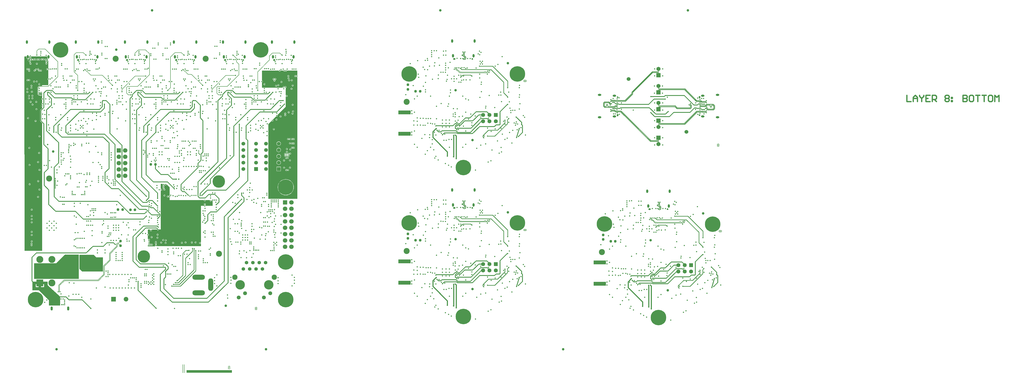
<source format=gbl>
G04*
G04 #@! TF.GenerationSoftware,Altium Limited,Altium Designer,20.1.11 (218)*
G04*
G04 Layer_Physical_Order=8*
G04 Layer_Color=16711680*
%FSLAX24Y24*%
%MOIN*%
G70*
G04*
G04 #@! TF.SameCoordinates,32D8FB58-9F7D-435F-B0ED-68F847CCC549*
G04*
G04*
G04 #@! TF.FilePolarity,Positive*
G04*
G01*
G75*
%ADD10C,0.0394*%
%ADD11C,0.0200*%
%ADD12R,0.0049X0.0935*%
%ADD15R,0.0100X0.1329*%
%ADD16R,0.0060X0.1329*%
%ADD17R,0.0040X0.1329*%
%ADD18C,0.0085*%
%ADD22C,0.0120*%
%ADD23C,0.0059*%
%ADD106C,0.0060*%
%ADD107C,0.0150*%
%ADD108C,0.0075*%
%ADD109C,0.0100*%
%ADD123R,0.1929X0.0630*%
%ADD156C,0.0070*%
%ADD158C,0.0160*%
%ADD161O,0.0551X0.0315*%
%ADD162C,0.0256*%
%ADD163O,0.0256X0.0374*%
%ADD164C,0.0600*%
%ADD165R,0.0650X0.0650*%
%ADD166C,0.0650*%
%ADD167C,0.0197*%
%ADD168C,0.0433*%
%ADD169C,0.2441*%
%ADD170C,0.0830*%
%ADD171C,0.1480*%
%ADD172C,0.0610*%
%ADD173C,0.0550*%
%ADD175O,0.0374X0.0256*%
%ADD176O,0.0315X0.0551*%
%ADD177C,0.1969*%
%ADD178C,0.1102*%
%ADD179R,0.1102X0.1102*%
%ADD180O,0.0787X0.1969*%
%ADD181O,0.1969X0.0787*%
%ADD182C,0.0945*%
%ADD183C,0.0709*%
%ADD184R,0.0709X0.0709*%
G04:AMPARAMS|DCode=185|XSize=35.4mil|YSize=63mil|CornerRadius=17.7mil|HoleSize=0mil|Usage=FLASHONLY|Rotation=360.000|XOffset=0mil|YOffset=0mil|HoleType=Round|Shape=RoundedRectangle|*
%AMROUNDEDRECTD185*
21,1,0.0354,0.0276,0,0,360.0*
21,1,0.0000,0.0630,0,0,360.0*
1,1,0.0354,0.0000,-0.0138*
1,1,0.0354,0.0000,-0.0138*
1,1,0.0354,0.0000,0.0138*
1,1,0.0354,0.0000,0.0138*
%
%ADD185ROUNDEDRECTD185*%
%ADD186C,0.0594*%
%ADD187R,0.0594X0.0594*%
%ADD188C,0.0728*%
%ADD189R,0.0728X0.0728*%
%ADD190C,0.0217*%
%ADD191C,0.0630*%
%ADD192R,0.0630X0.0630*%
%ADD271R,0.7136X0.0443*%
%ADD272R,0.0935X0.0049*%
G36*
X7724Y50119D02*
Y49980D01*
X7739Y49903D01*
X7783Y49838D01*
X7848Y49794D01*
X7866Y49791D01*
X7868Y49764D01*
X7820Y49739D01*
X7782Y49764D01*
X7716Y49777D01*
X7651Y49764D01*
X7607Y49735D01*
X7584Y49731D01*
X7546Y49743D01*
X7527Y49772D01*
X7481Y49803D01*
X7427Y49814D01*
X7373Y49803D01*
X7327Y49772D01*
X7297Y49727D01*
X7286Y49673D01*
X7297Y49619D01*
X7327Y49573D01*
X7373Y49542D01*
X7427Y49531D01*
X7481Y49542D01*
X7481Y49542D01*
X7539Y49526D01*
X7555Y49495D01*
X7550Y49483D01*
X7504Y49452D01*
X7474Y49406D01*
X7463Y49352D01*
X7474Y49298D01*
X7504Y49253D01*
X7538Y49230D01*
X7541Y49218D01*
Y49187D01*
X7538Y49175D01*
X7504Y49152D01*
X7474Y49106D01*
X7463Y49052D01*
X7474Y48998D01*
X7504Y48953D01*
X7550Y48922D01*
X7604Y48911D01*
X7658Y48922D01*
X7704Y48953D01*
X7734Y48998D01*
X7745Y49052D01*
X7734Y49106D01*
X7704Y49152D01*
X7670Y49175D01*
X7667Y49187D01*
Y49218D01*
X7670Y49230D01*
X7704Y49253D01*
X7734Y49298D01*
X7745Y49352D01*
X7737Y49392D01*
X7734Y49406D01*
X7768Y49445D01*
X7782Y49448D01*
X7836Y49484D01*
X7845Y49482D01*
X7886Y49468D01*
X7886Y48241D01*
X7884Y48239D01*
X7824D01*
X7816Y48251D01*
X7770Y48282D01*
X7716Y48293D01*
X7662Y48282D01*
X7616Y48251D01*
X7586Y48206D01*
X7575Y48152D01*
X7586Y48098D01*
X7616Y48052D01*
X7662Y48021D01*
X7716Y48010D01*
X7770Y48021D01*
X7816Y48052D01*
X7865Y48036D01*
X7886Y48015D01*
X7886Y46731D01*
X7873Y46728D01*
X7827Y46698D01*
X7797Y46652D01*
X7786Y46598D01*
X7797Y46544D01*
X7827Y46498D01*
X7873Y46468D01*
X7886Y46465D01*
X7886Y45635D01*
X6946Y45635D01*
Y45503D01*
X6452D01*
X6424Y45497D01*
X6401Y45482D01*
X6217Y45297D01*
X6201Y45274D01*
X6196Y45247D01*
Y44273D01*
X6201Y44246D01*
X6217Y44223D01*
X6407Y44032D01*
X6430Y44017D01*
X6458Y44011D01*
X6609D01*
X6628Y43983D01*
X6674Y43952D01*
X6728Y43941D01*
X6782Y43952D01*
X6828Y43983D01*
X6858Y44029D01*
X6869Y44083D01*
X6858Y44137D01*
X6828Y44182D01*
X6782Y44213D01*
X6728Y44224D01*
X6674Y44213D01*
X6628Y44182D01*
X6609Y44154D01*
X6487D01*
X6351Y44290D01*
X6355Y44329D01*
X6391Y44350D01*
X6402Y44355D01*
X6453Y44344D01*
X6507Y44355D01*
X6553Y44386D01*
X6584Y44432D01*
X6590Y44465D01*
X6641D01*
X6648Y44432D01*
X6679Y44386D01*
X6725Y44355D01*
X6779Y44344D01*
X6833Y44355D01*
X6878Y44386D01*
X6896Y44412D01*
X6946Y44397D01*
X6946Y43592D01*
X6912Y43586D01*
X6867Y43555D01*
X6836Y43509D01*
X6825Y43455D01*
X6836Y43401D01*
X6867Y43355D01*
X6912Y43325D01*
X6946Y43318D01*
X6946Y42830D01*
X6912Y42823D01*
X6867Y42793D01*
X6836Y42747D01*
X6825Y42693D01*
X6836Y42639D01*
X6867Y42593D01*
X6912Y42562D01*
X6926Y42560D01*
X6917Y42511D01*
X6863Y42500D01*
X6818Y42469D01*
X6787Y42424D01*
X6776Y42370D01*
X6787Y42316D01*
X6818Y42270D01*
X6863Y42239D01*
X6917Y42228D01*
X6946Y42205D01*
Y41992D01*
X6668Y41714D01*
X6645Y41681D01*
X6638Y41642D01*
Y40012D01*
X6645Y39973D01*
X6668Y39940D01*
X6946Y39662D01*
X6946Y19486D01*
X4170Y19486D01*
X4139Y50119D01*
X4175Y50155D01*
X4436Y50155D01*
X4472Y50119D01*
Y49980D01*
X4487Y49903D01*
X4531Y49838D01*
X4596Y49794D01*
X4673Y49779D01*
X4696Y49783D01*
X4715Y49736D01*
X4702Y49727D01*
X4665Y49672D01*
X4652Y49606D01*
X4665Y49541D01*
X4702Y49485D01*
X4757Y49448D01*
X4823Y49435D01*
X4866D01*
X4892Y49385D01*
X4887Y49377D01*
X4876Y49323D01*
X4887Y49269D01*
X4917Y49223D01*
X4963Y49192D01*
X5017Y49181D01*
X5020Y49182D01*
X5039Y49135D01*
X5008Y49114D01*
X4977Y49068D01*
X4966Y49014D01*
X4977Y48960D01*
X5008Y48914D01*
X5053Y48883D01*
X5107Y48873D01*
X5161Y48883D01*
X5207Y48914D01*
X5238Y48960D01*
X5248Y49014D01*
X5238Y49068D01*
X5207Y49114D01*
X5161Y49144D01*
X5107Y49155D01*
X5104Y49154D01*
X5085Y49201D01*
X5117Y49223D01*
X5147Y49269D01*
X5158Y49323D01*
X5147Y49377D01*
X5117Y49422D01*
X5087Y49442D01*
X5072Y49468D01*
X5074Y49503D01*
X5099Y49541D01*
X5108Y49586D01*
X5161Y49597D01*
X5177Y49573D01*
X5223Y49542D01*
X5277Y49531D01*
X5331Y49542D01*
X5377Y49573D01*
X5390Y49593D01*
X5450Y49594D01*
X5457Y49583D01*
X5503Y49552D01*
X5557Y49541D01*
X5611Y49552D01*
X5657Y49583D01*
X5660Y49588D01*
X5692D01*
X5717Y49583D01*
X5756Y49557D01*
X5810Y49546D01*
X5864Y49557D01*
X5909Y49588D01*
X5940Y49634D01*
X5951Y49688D01*
X5940Y49742D01*
X5909Y49787D01*
X5864Y49818D01*
X5810Y49829D01*
X5756Y49818D01*
X5710Y49787D01*
X5706Y49782D01*
X5675D01*
X5650Y49787D01*
X5611Y49813D01*
X5557Y49824D01*
X5503Y49813D01*
X5457Y49782D01*
X5444Y49762D01*
X5384Y49761D01*
X5377Y49772D01*
X5331Y49803D01*
X5277Y49814D01*
X5223Y49803D01*
X5177Y49772D01*
X5147Y49727D01*
X5141Y49698D01*
X5088Y49688D01*
X5062Y49727D01*
X5006Y49764D01*
X4941Y49777D01*
X4823D01*
X4812Y49775D01*
X4792Y49822D01*
X4816Y49838D01*
X4859Y49903D01*
X4875Y49980D01*
Y50155D01*
X4954Y50155D01*
X4993Y50115D01*
X4990Y50066D01*
X4980Y50060D01*
X4950Y50014D01*
X4939Y49960D01*
X4950Y49906D01*
X4980Y49860D01*
X5026Y49829D01*
X5080Y49819D01*
X5134Y49829D01*
X5180Y49860D01*
X5211Y49906D01*
X5221Y49960D01*
X5211Y50014D01*
X5180Y50060D01*
X5167Y50068D01*
Y50128D01*
X5180Y50137D01*
X5192Y50155D01*
X7688Y50155D01*
X7724Y50119D01*
D02*
G37*
G36*
X44182Y47933D02*
X44193Y47879D01*
X44223Y47833D01*
X44269Y47802D01*
X44323Y47791D01*
X44377Y47802D01*
X44423Y47833D01*
X44454Y47879D01*
X44464Y47933D01*
X44891Y47933D01*
X44898Y47925D01*
X44908Y47871D01*
X44939Y47825D01*
X44985Y47794D01*
X45039Y47784D01*
X45093Y47794D01*
X45139Y47825D01*
X45147Y47838D01*
X45207D01*
X45216Y47825D01*
X45261Y47794D01*
X45315Y47784D01*
X45369Y47794D01*
X45415Y47825D01*
X45446Y47871D01*
X45457Y47925D01*
X45463Y47933D01*
X47074Y47933D01*
X47109Y47897D01*
X47109Y47234D01*
X47059Y47206D01*
X47018Y47214D01*
X46964Y47203D01*
X46918Y47172D01*
X46916Y47168D01*
X46866D01*
X46863Y47172D01*
X46817Y47203D01*
X46763Y47214D01*
X46709Y47203D01*
X46663Y47172D01*
X46633Y47127D01*
X46622Y47073D01*
X46633Y47019D01*
X46663Y46973D01*
X46709Y46942D01*
X46763Y46931D01*
X46817Y46942D01*
X46863Y46973D01*
X46866Y46977D01*
X46916D01*
X46918Y46973D01*
X46964Y46942D01*
X47018Y46931D01*
X47058Y46939D01*
X47108Y46911D01*
X47089Y27701D01*
X42540Y27701D01*
X42540Y39512D01*
X43001Y39974D01*
X43066Y39968D01*
X43070Y39961D01*
X43116Y39931D01*
X43170Y39920D01*
X43224Y39931D01*
X43269Y39961D01*
X43300Y40007D01*
X43311Y40061D01*
X43300Y40115D01*
X43269Y40161D01*
X43263Y40165D01*
X43257Y40230D01*
X43761Y40734D01*
X43807Y40703D01*
X43861Y40692D01*
X43915Y40703D01*
X43961Y40734D01*
X43991Y40779D01*
X44002Y40833D01*
X43991Y40887D01*
X43961Y40933D01*
X45255Y42228D01*
X45255Y43833D01*
X45305Y43848D01*
X45314Y43835D01*
X45359Y43804D01*
X45413Y43794D01*
X45467Y43804D01*
X45513Y43835D01*
X45544Y43881D01*
X45555Y43935D01*
X45544Y43989D01*
X45513Y44035D01*
X45467Y44065D01*
X45413Y44076D01*
X45359Y44065D01*
X45314Y44035D01*
X45305Y44022D01*
X45255Y44037D01*
X45255Y45188D01*
X45286Y45195D01*
X45332Y45225D01*
X45362Y45271D01*
X45373Y45325D01*
X45362Y45379D01*
X45332Y45425D01*
X45286Y45455D01*
X45232Y45466D01*
X45178Y45455D01*
X45132Y45425D01*
X45124Y45412D01*
X45063D01*
X45055Y45425D01*
X45009Y45455D01*
X44955Y45466D01*
X44901Y45455D01*
X44855Y45425D01*
X44825Y45379D01*
X44814Y45325D01*
X44822Y45284D01*
X44794Y45234D01*
X41987D01*
X41986Y45236D01*
X41940Y45266D01*
X41886Y45277D01*
X41832Y45266D01*
X41786Y45236D01*
X41785Y45234D01*
X41544D01*
X41544Y46075D01*
X41573Y46081D01*
X41619Y46112D01*
X41649Y46158D01*
X41660Y46212D01*
X41649Y46266D01*
X41619Y46311D01*
X41573Y46342D01*
X41544Y46348D01*
X41544Y47897D01*
X41579Y47933D01*
X44182Y47933D01*
D02*
G37*
G36*
X25888Y30078D02*
X25914Y30028D01*
X25907Y30017D01*
X25896Y29963D01*
X25907Y29909D01*
X25937Y29863D01*
X25943Y29859D01*
Y29799D01*
X25937Y29795D01*
X25907Y29750D01*
X25896Y29696D01*
X25907Y29642D01*
X25937Y29596D01*
X25943Y29592D01*
Y29532D01*
X25937Y29529D01*
X25907Y29483D01*
X25896Y29429D01*
X25907Y29375D01*
X25937Y29329D01*
X25983Y29298D01*
X26026Y29290D01*
X26047Y29257D01*
X26052Y29240D01*
X26037Y29217D01*
X26026Y29163D01*
X26037Y29109D01*
X26067Y29063D01*
X26113Y29032D01*
X26167Y29021D01*
X26221Y29032D01*
X26267Y29063D01*
X26297Y29109D01*
X26308Y29163D01*
X26297Y29217D01*
X26267Y29262D01*
X26221Y29293D01*
X26179Y29301D01*
X26158Y29334D01*
X26152Y29352D01*
X26167Y29375D01*
X26178Y29429D01*
X26167Y29483D01*
X26137Y29529D01*
X26131Y29532D01*
Y29592D01*
X26137Y29596D01*
X26167Y29642D01*
X26178Y29696D01*
X26167Y29750D01*
X26137Y29795D01*
X26131Y29799D01*
Y29859D01*
X26137Y29863D01*
X26167Y29909D01*
X26178Y29963D01*
X26171Y29998D01*
X26197Y30041D01*
X26200Y30044D01*
X26233Y30001D01*
X26228Y29974D01*
X26239Y29920D01*
X26269Y29875D01*
X26315Y29844D01*
X26369Y29833D01*
X26423Y29844D01*
X26469Y29875D01*
X26499Y29920D01*
X26507Y29960D01*
X26548Y29978D01*
X26558Y29980D01*
X27014Y29524D01*
X27014Y28222D01*
X26995Y28207D01*
X26941Y28196D01*
X26895Y28166D01*
X26887Y28153D01*
X26827D01*
X26819Y28166D01*
X26773Y28196D01*
X26719Y28207D01*
X26665Y28196D01*
X26619Y28166D01*
X26588Y28120D01*
X26578Y28066D01*
X26588Y28012D01*
X26619Y27966D01*
X26665Y27935D01*
X26719Y27925D01*
X26773Y27935D01*
X26819Y27966D01*
X26827Y27979D01*
X26887D01*
X26895Y27966D01*
X26941Y27935D01*
X26995Y27925D01*
X27014Y27910D01*
Y27488D01*
X32383Y27488D01*
X32396Y27473D01*
X32407Y27419D01*
X32437Y27373D01*
X32483Y27342D01*
X32537Y27331D01*
X32591Y27342D01*
X32637Y27373D01*
X32667Y27419D01*
X32678Y27473D01*
X32691Y27488D01*
X33330D01*
X33357Y27438D01*
X33354Y27434D01*
X33343Y27380D01*
X33354Y27326D01*
X33385Y27280D01*
X33431Y27250D01*
X33485Y27239D01*
X33539Y27250D01*
X33584Y27280D01*
X33615Y27326D01*
X33626Y27380D01*
X33620Y27406D01*
X33640Y27441D01*
X33655Y27453D01*
X33658Y27455D01*
X33676Y27451D01*
X33703Y27411D01*
X33749Y27380D01*
X33784Y27373D01*
X33784Y26583D01*
X32690Y26583D01*
X32681Y26629D01*
X32651Y26674D01*
X32635Y26685D01*
Y26745D01*
X32647Y26753D01*
X32677Y26799D01*
X32688Y26853D01*
X32677Y26907D01*
X32647Y26952D01*
X32601Y26983D01*
X32547Y26994D01*
X32493Y26983D01*
X32447Y26952D01*
X32417Y26907D01*
X32406Y26853D01*
X32417Y26799D01*
X32447Y26753D01*
X32463Y26742D01*
Y26682D01*
X32451Y26674D01*
X32421Y26629D01*
X32412Y26583D01*
X31931D01*
X31931Y20868D01*
X31916Y20858D01*
X31881Y20846D01*
X31845Y20870D01*
X31791Y20881D01*
X31737Y20870D01*
X31691Y20840D01*
X31661Y20794D01*
X31650Y20740D01*
X31661Y20686D01*
X31691Y20640D01*
X31737Y20609D01*
X31791Y20599D01*
X31845Y20609D01*
X31881Y20633D01*
X31916Y20622D01*
X31931Y20611D01*
X31931Y20228D01*
X24993Y20214D01*
X24967Y20264D01*
X24983Y20288D01*
X24994Y20342D01*
X24983Y20396D01*
X24953Y20442D01*
X24907Y20473D01*
X24902Y20474D01*
X24895Y20501D01*
X24896Y20526D01*
X24936Y20552D01*
X24967Y20598D01*
X24977Y20652D01*
X24967Y20706D01*
X24936Y20752D01*
Y20773D01*
X24967Y20819D01*
X24977Y20873D01*
X24967Y20927D01*
X24936Y20972D01*
X24890Y21003D01*
X24836Y21014D01*
X24782Y21003D01*
X24737Y20972D01*
X24706Y20927D01*
X24695Y20873D01*
X24706Y20819D01*
X24737Y20773D01*
Y20752D01*
X24706Y20706D01*
X24695Y20652D01*
X24706Y20598D01*
X24737Y20552D01*
X24782Y20522D01*
X24788Y20521D01*
X24794Y20493D01*
X24793Y20469D01*
X24753Y20442D01*
X24723Y20396D01*
X24712Y20342D01*
X24723Y20288D01*
X24739Y20263D01*
X24714Y20213D01*
X23595Y20211D01*
X23560Y20246D01*
X23560Y20378D01*
X23606Y20396D01*
X23610Y20395D01*
X23639Y20352D01*
X23685Y20321D01*
X23739Y20310D01*
X23793Y20321D01*
X23839Y20352D01*
X23893Y20343D01*
X23919Y20325D01*
X23973Y20314D01*
X24027Y20325D01*
X24073Y20356D01*
X24127Y20346D01*
X24154Y20329D01*
X24208Y20318D01*
X24262Y20329D01*
X24308Y20359D01*
X24338Y20405D01*
X24349Y20459D01*
X24338Y20513D01*
X24308Y20559D01*
X24262Y20589D01*
X24208Y20600D01*
X24154Y20589D01*
X24108Y20559D01*
X24054Y20568D01*
X24027Y20586D01*
X23973Y20596D01*
X23919Y20586D01*
X23874Y20555D01*
X23819Y20564D01*
X23812Y20569D01*
X23810Y20625D01*
X23810Y20626D01*
X23835Y20642D01*
X23866Y20688D01*
X23876Y20742D01*
X23866Y20796D01*
X23835Y20842D01*
X23795Y20869D01*
X23790Y20890D01*
X23793Y20923D01*
X23831Y20948D01*
X23861Y20994D01*
X23872Y21048D01*
X23861Y21102D01*
X23841Y21132D01*
X23827Y21183D01*
X23857Y21229D01*
X23868Y21283D01*
X23857Y21337D01*
X23827Y21382D01*
X23781Y21413D01*
X23727Y21424D01*
X23673Y21413D01*
X23627Y21382D01*
X23610Y21356D01*
X23560Y21372D01*
X23560Y21887D01*
X23577Y21901D01*
X23631Y21912D01*
X23676Y21942D01*
X23707Y21988D01*
X23718Y22042D01*
X23707Y22096D01*
X23676Y22142D01*
X23631Y22172D01*
X23577Y22183D01*
X23560Y22197D01*
X23560Y22868D01*
X23913D01*
X23939Y22818D01*
X23926Y22798D01*
X23915Y22744D01*
X23926Y22690D01*
X23956Y22644D01*
X24002Y22613D01*
X24056Y22603D01*
X24110Y22613D01*
X24156Y22644D01*
X24187Y22690D01*
X24197Y22744D01*
X24187Y22798D01*
X24173Y22818D01*
X24200Y22868D01*
X25012Y22868D01*
X25022Y22819D01*
X25053Y22773D01*
X25099Y22742D01*
X25153Y22732D01*
X25207Y22742D01*
X25252Y22773D01*
X25283Y22819D01*
X25293Y22868D01*
X25602D01*
X25602Y28951D01*
X25652Y28986D01*
X25677Y28981D01*
X25731Y28992D01*
X25777Y29023D01*
X25807Y29069D01*
X25818Y29123D01*
X25807Y29177D01*
X25777Y29222D01*
X25731Y29253D01*
X25677Y29264D01*
X25652Y29259D01*
X25602Y29294D01*
Y30043D01*
X25637Y30078D01*
X25888Y30078D01*
D02*
G37*
G36*
X12693Y15051D02*
X5664D01*
X5664Y17495D01*
X5700Y17530D01*
X9127Y17530D01*
X10502Y18905D01*
X12693Y18905D01*
Y15051D01*
D02*
G37*
G36*
X15049Y18854D02*
X15453Y18450D01*
X16485Y18450D01*
X16485Y16223D01*
X13233Y16223D01*
X12808Y16648D01*
X12808Y18818D01*
X12844Y18854D01*
X15049Y18854D01*
D02*
G37*
G36*
X5920Y14627D02*
X7223D01*
Y14628D01*
X7767D01*
X7802Y14592D01*
X7802Y14060D01*
X9759Y12252D01*
Y10875D01*
X8038Y10875D01*
X8002Y10910D01*
X8002Y11678D01*
X6420Y13260D01*
X5415D01*
X5415Y14628D01*
X5920D01*
Y14627D01*
D02*
G37*
G36*
X36372Y1349D02*
X36383Y1349D01*
X36404Y1344D01*
X36413Y1341D01*
X36422Y1338D01*
X36430Y1335D01*
X36437Y1331D01*
X36443Y1327D01*
X36449Y1324D01*
X36454Y1321D01*
X36458Y1318D01*
X36461Y1316D01*
X36463Y1314D01*
X36464Y1313D01*
X36465Y1312D01*
X36472Y1305D01*
X36478Y1298D01*
X36483Y1289D01*
X36488Y1281D01*
X36495Y1266D01*
X36499Y1252D01*
X36502Y1239D01*
X36503Y1233D01*
X36504Y1229D01*
X36504Y1225D01*
Y1222D01*
Y1220D01*
Y1220D01*
X36504Y1206D01*
X36501Y1194D01*
X36498Y1183D01*
X36495Y1174D01*
X36492Y1166D01*
X36489Y1160D01*
X36487Y1158D01*
X36486Y1156D01*
X36478Y1147D01*
X36469Y1139D01*
X36460Y1132D01*
X36450Y1126D01*
X36442Y1122D01*
X36435Y1119D01*
X36432Y1117D01*
X36430Y1117D01*
X36429Y1116D01*
X36428D01*
X36445Y1111D01*
X36459Y1104D01*
X36472Y1096D01*
X36482Y1089D01*
X36490Y1082D01*
X36496Y1076D01*
X36498Y1072D01*
X36500Y1072D01*
Y1071D01*
X36508Y1058D01*
X36515Y1044D01*
X36519Y1031D01*
X36522Y1018D01*
X36523Y1006D01*
X36524Y1001D01*
Y996D01*
X36525Y994D01*
Y991D01*
Y989D01*
Y988D01*
X36524Y977D01*
X36523Y965D01*
X36520Y954D01*
X36517Y943D01*
X36510Y925D01*
X36506Y916D01*
X36502Y909D01*
X36498Y902D01*
X36494Y896D01*
X36490Y891D01*
X36487Y886D01*
X36484Y883D01*
X36482Y881D01*
X36480Y879D01*
X36480Y878D01*
X36471Y870D01*
X36461Y864D01*
X36451Y858D01*
X36441Y853D01*
X36431Y849D01*
X36421Y846D01*
X36402Y840D01*
X36393Y838D01*
X36385Y837D01*
X36377Y836D01*
X36371Y835D01*
X36366Y835D01*
X36359D01*
X36345Y835D01*
X36332Y837D01*
X36320Y839D01*
X36308Y841D01*
X36298Y845D01*
X36288Y848D01*
X36278Y852D01*
X36270Y856D01*
X36263Y861D01*
X36256Y864D01*
X36251Y868D01*
X36246Y872D01*
X36243Y874D01*
X36240Y876D01*
X36239Y878D01*
X36238Y878D01*
X36230Y887D01*
X36223Y896D01*
X36217Y905D01*
X36212Y914D01*
X36207Y923D01*
X36203Y932D01*
X36198Y949D01*
X36196Y957D01*
X36194Y964D01*
X36194Y971D01*
X36193Y976D01*
X36192Y980D01*
Y984D01*
Y986D01*
Y987D01*
X36193Y1004D01*
X36196Y1019D01*
X36200Y1033D01*
X36205Y1045D01*
X36209Y1054D01*
X36213Y1061D01*
X36216Y1066D01*
X36217Y1066D01*
Y1067D01*
X36227Y1079D01*
X36238Y1089D01*
X36250Y1097D01*
X36261Y1104D01*
X36271Y1109D01*
X36280Y1113D01*
X36283Y1115D01*
X36285Y1115D01*
X36286Y1116D01*
X36287D01*
X36274Y1122D01*
X36263Y1128D01*
X36254Y1135D01*
X36246Y1142D01*
X36240Y1147D01*
X36235Y1152D01*
X36232Y1155D01*
X36232Y1156D01*
X36225Y1166D01*
X36221Y1177D01*
X36217Y1187D01*
X36215Y1197D01*
X36213Y1205D01*
X36213Y1211D01*
Y1216D01*
Y1217D01*
Y1217D01*
X36213Y1228D01*
X36214Y1237D01*
X36219Y1255D01*
X36226Y1271D01*
X36233Y1285D01*
X36240Y1296D01*
X36244Y1300D01*
X36247Y1305D01*
X36250Y1308D01*
X36252Y1310D01*
X36253Y1311D01*
X36254Y1311D01*
X36262Y1318D01*
X36270Y1324D01*
X36278Y1330D01*
X36287Y1334D01*
X36305Y1341D01*
X36322Y1345D01*
X36329Y1347D01*
X36337Y1348D01*
X36343Y1349D01*
X36349Y1349D01*
X36353Y1350D01*
X36360D01*
X36372Y1349D01*
D02*
G37*
%LPC*%
G36*
X7097Y49834D02*
X7043Y49823D01*
X6997Y49792D01*
X6992Y49785D01*
X6932D01*
X6927Y49792D01*
X6881Y49823D01*
X6827Y49834D01*
X6773Y49823D01*
X6727Y49792D01*
X6697Y49747D01*
X6686Y49693D01*
X6697Y49639D01*
X6727Y49593D01*
X6773Y49562D01*
X6827Y49551D01*
X6881Y49562D01*
X6927Y49593D01*
X6932Y49600D01*
X6992D01*
X6997Y49593D01*
X7043Y49562D01*
X7097Y49551D01*
X7151Y49562D01*
X7197Y49593D01*
X7227Y49639D01*
X7238Y49693D01*
X7227Y49747D01*
X7197Y49792D01*
X7151Y49823D01*
X7097Y49834D01*
D02*
G37*
G36*
X6437Y49814D02*
X6383Y49803D01*
X6338Y49772D01*
X6329Y49760D01*
X6269D01*
X6261Y49772D01*
X6215Y49803D01*
X6161Y49814D01*
X6107Y49803D01*
X6061Y49772D01*
X6030Y49727D01*
X6020Y49673D01*
X6030Y49619D01*
X6061Y49573D01*
X6107Y49542D01*
X6161Y49531D01*
X6215Y49542D01*
X6261Y49573D01*
X6269Y49585D01*
X6329D01*
X6338Y49573D01*
X6383Y49542D01*
X6437Y49531D01*
X6491Y49542D01*
X6537Y49573D01*
X6568Y49619D01*
X6579Y49673D01*
X6568Y49727D01*
X6537Y49772D01*
X6491Y49803D01*
X6437Y49814D01*
D02*
G37*
G36*
X6102Y49155D02*
X6048Y49144D01*
X6002Y49114D01*
X5972Y49068D01*
X5961Y49014D01*
X5972Y48960D01*
X6002Y48914D01*
X6048Y48883D01*
X6102Y48873D01*
X6156Y48883D01*
X6202Y48914D01*
X6233Y48960D01*
X6243Y49014D01*
X6233Y49068D01*
X6202Y49114D01*
X6156Y49144D01*
X6102Y49155D01*
D02*
G37*
G36*
X4882Y48293D02*
X4828Y48282D01*
X4783Y48251D01*
X4774Y48239D01*
X4714D01*
X4706Y48251D01*
X4660Y48282D01*
X4606Y48293D01*
X4552Y48282D01*
X4506Y48251D01*
X4475Y48206D01*
X4465Y48152D01*
X4475Y48098D01*
X4506Y48052D01*
X4552Y48021D01*
X4606Y48010D01*
X4660Y48021D01*
X4706Y48052D01*
X4714Y48064D01*
X4774D01*
X4783Y48052D01*
X4792Y48046D01*
Y47985D01*
X4787Y47982D01*
X4757Y47937D01*
X4746Y47883D01*
X4757Y47829D01*
X4787Y47783D01*
X4833Y47752D01*
X4887Y47742D01*
X4941Y47752D01*
X4987Y47783D01*
X5018Y47829D01*
X5028Y47883D01*
X5018Y47937D01*
X4987Y47982D01*
X4978Y47989D01*
Y48049D01*
X4982Y48052D01*
X5013Y48098D01*
X5024Y48152D01*
X5013Y48206D01*
X4982Y48251D01*
X4936Y48282D01*
X4882Y48293D01*
D02*
G37*
G36*
X5967Y48254D02*
X5913Y48243D01*
X5867Y48212D01*
X5837Y48167D01*
X5826Y48113D01*
X5827Y48105D01*
X5821Y48095D01*
X5784Y48066D01*
X5747Y48074D01*
X5693Y48063D01*
X5647Y48032D01*
X5617Y47987D01*
X5606Y47933D01*
X5617Y47879D01*
X5647Y47833D01*
X5693Y47802D01*
X5747Y47791D01*
X5801Y47802D01*
X5847Y47833D01*
X5877Y47879D01*
X5888Y47933D01*
X5887Y47940D01*
X5893Y47950D01*
X5930Y47979D01*
X5967Y47971D01*
X6021Y47982D01*
X6067Y48013D01*
X6097Y48059D01*
X6108Y48113D01*
X6097Y48167D01*
X6067Y48212D01*
X6021Y48243D01*
X5967Y48254D01*
D02*
G37*
G36*
X6297Y48294D02*
X6243Y48283D01*
X6197Y48252D01*
X6166Y48207D01*
X6156Y48153D01*
X6166Y48099D01*
X6197Y48053D01*
X6243Y48022D01*
X6288Y48013D01*
X6304Y47999D01*
X6323Y47966D01*
X6315Y47925D01*
X6326Y47871D01*
X6356Y47825D01*
X6402Y47794D01*
X6456Y47784D01*
X6510Y47794D01*
X6556Y47825D01*
X6564Y47838D01*
X6624D01*
X6633Y47825D01*
X6679Y47794D01*
X6733Y47784D01*
X6787Y47794D01*
X6832Y47825D01*
X6863Y47871D01*
X6874Y47925D01*
X6863Y47979D01*
X6832Y48025D01*
X6787Y48055D01*
X6733Y48066D01*
X6679Y48055D01*
X6633Y48025D01*
X6624Y48012D01*
X6564D01*
X6556Y48025D01*
X6510Y48055D01*
X6464Y48064D01*
X6449Y48079D01*
X6430Y48112D01*
X6438Y48153D01*
X6427Y48207D01*
X6397Y48252D01*
X6351Y48283D01*
X6297Y48294D01*
D02*
G37*
G36*
X4895Y46579D02*
X4841Y46569D01*
X4795Y46538D01*
X4789Y46528D01*
X4728D01*
X4726Y46532D01*
X4680Y46562D01*
X4626Y46573D01*
X4572Y46562D01*
X4526Y46532D01*
X4496Y46486D01*
X4485Y46432D01*
X4496Y46378D01*
X4526Y46332D01*
X4572Y46302D01*
X4626Y46291D01*
X4680Y46302D01*
X4726Y46332D01*
X4733Y46342D01*
X4793D01*
X4795Y46338D01*
X4841Y46308D01*
X4895Y46297D01*
X4949Y46308D01*
X4995Y46338D01*
X5025Y46384D01*
X5036Y46438D01*
X5025Y46492D01*
X4995Y46538D01*
X4949Y46569D01*
X4895Y46579D01*
D02*
G37*
G36*
X6085Y46354D02*
X6031Y46343D01*
X5985Y46312D01*
X5955Y46266D01*
X5944Y46212D01*
X5955Y46158D01*
X5985Y46113D01*
X6031Y46082D01*
X6085Y46071D01*
X6139Y46082D01*
X6185Y46113D01*
X6216Y46158D01*
X6226Y46212D01*
X6216Y46266D01*
X6185Y46312D01*
X6139Y46343D01*
X6085Y46354D01*
D02*
G37*
G36*
X5662Y46352D02*
X5608Y46341D01*
X5562Y46310D01*
X5532Y46265D01*
X5521Y46211D01*
X5532Y46157D01*
X5562Y46111D01*
X5608Y46080D01*
X5662Y46069D01*
X5716Y46080D01*
X5762Y46111D01*
X5792Y46157D01*
X5803Y46211D01*
X5792Y46265D01*
X5762Y46310D01*
X5716Y46341D01*
X5662Y46352D01*
D02*
G37*
G36*
X6485Y45927D02*
X6431Y45916D01*
X6385Y45886D01*
X6355Y45840D01*
X6344Y45786D01*
X6355Y45732D01*
X6385Y45686D01*
X6431Y45656D01*
X6485Y45645D01*
X6539Y45656D01*
X6585Y45686D01*
X6616Y45732D01*
X6626Y45786D01*
X6616Y45840D01*
X6585Y45886D01*
X6539Y45916D01*
X6485Y45927D01*
D02*
G37*
G36*
X5247Y45684D02*
X5193Y45673D01*
X5147Y45642D01*
X5117Y45597D01*
X5106Y45543D01*
X5117Y45489D01*
X5147Y45443D01*
X5193Y45412D01*
X5247Y45401D01*
X5301Y45412D01*
X5347Y45443D01*
X5377Y45489D01*
X5388Y45543D01*
X5377Y45597D01*
X5347Y45642D01*
X5301Y45673D01*
X5247Y45684D01*
D02*
G37*
G36*
X5253Y45353D02*
X5199Y45342D01*
X5153Y45311D01*
X5122Y45266D01*
X5111Y45212D01*
X5122Y45158D01*
X5153Y45112D01*
X5199Y45081D01*
X5253Y45070D01*
X5307Y45081D01*
X5352Y45112D01*
X5383Y45158D01*
X5394Y45212D01*
X5383Y45266D01*
X5352Y45311D01*
X5307Y45342D01*
X5253Y45353D01*
D02*
G37*
G36*
X4607Y45184D02*
X4553Y45173D01*
X4507Y45142D01*
X4477Y45097D01*
X4466Y45043D01*
X4477Y44989D01*
X4507Y44943D01*
X4553Y44912D01*
X4607Y44901D01*
X4661Y44912D01*
X4707Y44943D01*
X4737Y44989D01*
X4748Y45043D01*
X4737Y45097D01*
X4707Y45142D01*
X4661Y45173D01*
X4607Y45184D01*
D02*
G37*
G36*
X5324Y44737D02*
X5270Y44726D01*
X5224Y44696D01*
X5193Y44650D01*
X5183Y44596D01*
X5193Y44542D01*
X5224Y44496D01*
X5270Y44466D01*
X5324Y44455D01*
X5378Y44466D01*
X5424Y44496D01*
X5454Y44542D01*
X5465Y44596D01*
X5454Y44650D01*
X5424Y44696D01*
X5378Y44726D01*
X5324Y44737D01*
D02*
G37*
G36*
X4607Y44698D02*
X4553Y44687D01*
X4508Y44657D01*
X4477Y44611D01*
X4466Y44557D01*
X4477Y44503D01*
X4508Y44457D01*
X4553Y44427D01*
X4607Y44416D01*
X4661Y44427D01*
X4707Y44457D01*
X4738Y44503D01*
X4749Y44557D01*
X4738Y44611D01*
X4707Y44657D01*
X4661Y44687D01*
X4607Y44698D01*
D02*
G37*
G36*
X5403Y44111D02*
X5349Y44100D01*
X5303Y44069D01*
X5272Y44023D01*
X5261Y43969D01*
X5272Y43915D01*
X5303Y43870D01*
X5349Y43839D01*
X5403Y43828D01*
X5457Y43839D01*
X5502Y43870D01*
X5533Y43915D01*
X5544Y43969D01*
X5533Y44023D01*
X5502Y44069D01*
X5457Y44100D01*
X5403Y44111D01*
D02*
G37*
G36*
X4851D02*
X4797Y44100D01*
X4752Y44069D01*
X4721Y44023D01*
X4710Y43969D01*
X4721Y43915D01*
X4752Y43870D01*
X4797Y43839D01*
X4851Y43828D01*
X4905Y43839D01*
X4951Y43870D01*
X4982Y43915D01*
X4993Y43969D01*
X4982Y44023D01*
X4951Y44069D01*
X4905Y44100D01*
X4851Y44111D01*
D02*
G37*
G36*
X5403Y43717D02*
X5349Y43706D01*
X5303Y43675D01*
X5272Y43630D01*
X5261Y43576D01*
X5272Y43522D01*
X5303Y43476D01*
X5349Y43445D01*
X5403Y43435D01*
X5457Y43445D01*
X5502Y43476D01*
X5533Y43522D01*
X5544Y43576D01*
X5533Y43630D01*
X5502Y43675D01*
X5457Y43706D01*
X5403Y43717D01*
D02*
G37*
G36*
X4851D02*
X4797Y43706D01*
X4752Y43675D01*
X4721Y43630D01*
X4710Y43576D01*
X4721Y43522D01*
X4752Y43476D01*
X4797Y43445D01*
X4851Y43435D01*
X4905Y43445D01*
X4951Y43476D01*
X4982Y43522D01*
X4993Y43576D01*
X4982Y43630D01*
X4951Y43675D01*
X4905Y43706D01*
X4851Y43717D01*
D02*
G37*
G36*
X5998Y43137D02*
X5944Y43126D01*
X5898Y43096D01*
X5867Y43050D01*
X5857Y42996D01*
X5867Y42942D01*
X5898Y42896D01*
X5944Y42865D01*
X5998Y42855D01*
X6052Y42865D01*
X6098Y42896D01*
X6128Y42942D01*
X6139Y42996D01*
X6128Y43050D01*
X6098Y43096D01*
X6052Y43126D01*
X5998Y43137D01*
D02*
G37*
G36*
X5127Y43125D02*
X5073Y43114D01*
X5027Y43084D01*
X4997Y43038D01*
X4986Y42984D01*
X4997Y42930D01*
X5027Y42884D01*
X5073Y42853D01*
X5127Y42843D01*
X5181Y42853D01*
X5227Y42884D01*
X5257Y42930D01*
X5268Y42984D01*
X5257Y43038D01*
X5227Y43084D01*
X5181Y43114D01*
X5127Y43125D01*
D02*
G37*
G36*
X5417Y42715D02*
X5363Y42704D01*
X5317Y42674D01*
X5287Y42628D01*
X5276Y42574D01*
X5287Y42520D01*
X5317Y42474D01*
X5363Y42443D01*
X5417Y42433D01*
X5471Y42443D01*
X5517Y42474D01*
X5547Y42520D01*
X5558Y42574D01*
X5547Y42628D01*
X5517Y42674D01*
X5471Y42704D01*
X5417Y42715D01*
D02*
G37*
G36*
X6027Y41986D02*
X5973Y41975D01*
X5927Y41945D01*
X5896Y41899D01*
X5885Y41845D01*
X5896Y41791D01*
X5927Y41745D01*
X5973Y41715D01*
X6027Y41704D01*
X6081Y41715D01*
X6126Y41745D01*
X6157Y41791D01*
X6168Y41845D01*
X6157Y41899D01*
X6126Y41945D01*
X6081Y41975D01*
X6027Y41986D01*
D02*
G37*
G36*
X4720Y40572D02*
X4666Y40561D01*
X4620Y40531D01*
X4590Y40485D01*
X4579Y40431D01*
X4590Y40377D01*
X4620Y40331D01*
X4666Y40301D01*
X4720Y40290D01*
X4774Y40301D01*
X4820Y40331D01*
X4850Y40377D01*
X4861Y40431D01*
X4850Y40485D01*
X4820Y40531D01*
X4774Y40561D01*
X4720Y40572D01*
D02*
G37*
G36*
X5904Y40124D02*
X5850Y40113D01*
X5804Y40082D01*
X5774Y40037D01*
X5763Y39983D01*
X5774Y39929D01*
X5804Y39883D01*
X5850Y39852D01*
X5904Y39841D01*
X5958Y39852D01*
X6004Y39883D01*
X6034Y39929D01*
X6045Y39983D01*
X6034Y40037D01*
X6004Y40082D01*
X5958Y40113D01*
X5904Y40124D01*
D02*
G37*
G36*
X6510Y37706D02*
X6456Y37695D01*
X6411Y37664D01*
X6380Y37618D01*
X6369Y37564D01*
X6380Y37510D01*
X6411Y37465D01*
X6456Y37434D01*
X6510Y37423D01*
X6564Y37434D01*
X6610Y37465D01*
X6641Y37510D01*
X6652Y37564D01*
X6641Y37618D01*
X6610Y37664D01*
X6564Y37695D01*
X6510Y37706D01*
D02*
G37*
G36*
X4920Y35873D02*
X4866Y35863D01*
X4820Y35832D01*
X4789Y35786D01*
X4778Y35732D01*
X4789Y35678D01*
X4820Y35632D01*
X4866Y35602D01*
X4920Y35591D01*
X4974Y35602D01*
X5019Y35632D01*
X5050Y35678D01*
X5061Y35732D01*
X5050Y35786D01*
X5019Y35832D01*
X4974Y35863D01*
X4920Y35873D01*
D02*
G37*
G36*
X6457Y35083D02*
X6403Y35072D01*
X6358Y35042D01*
X6327Y34996D01*
X6316Y34942D01*
X6327Y34888D01*
X6358Y34842D01*
X6403Y34812D01*
X6457Y34801D01*
X6511Y34812D01*
X6557Y34842D01*
X6588Y34888D01*
X6599Y34942D01*
X6588Y34996D01*
X6557Y35042D01*
X6511Y35072D01*
X6457Y35083D01*
D02*
G37*
G36*
X6292Y33646D02*
X6238Y33635D01*
X6193Y33604D01*
X6162Y33558D01*
X6151Y33504D01*
X6162Y33450D01*
X6193Y33405D01*
X6238Y33374D01*
X6292Y33363D01*
X6346Y33374D01*
X6392Y33405D01*
X6423Y33450D01*
X6433Y33504D01*
X6423Y33558D01*
X6392Y33604D01*
X6346Y33635D01*
X6292Y33646D01*
D02*
G37*
G36*
X4951Y33187D02*
X4897Y33177D01*
X4851Y33146D01*
X4821Y33100D01*
X4810Y33046D01*
X4821Y32992D01*
X4851Y32946D01*
X4897Y32916D01*
X4951Y32905D01*
X5005Y32916D01*
X5051Y32946D01*
X5082Y32992D01*
X5092Y33046D01*
X5082Y33100D01*
X5051Y33146D01*
X5005Y33177D01*
X4951Y33187D01*
D02*
G37*
G36*
X6512Y32405D02*
X6458Y32394D01*
X6412Y32364D01*
X6381Y32318D01*
X6371Y32264D01*
X6381Y32210D01*
X6412Y32164D01*
X6458Y32134D01*
X6512Y32123D01*
X6566Y32134D01*
X6612Y32164D01*
X6642Y32210D01*
X6653Y32264D01*
X6642Y32318D01*
X6612Y32364D01*
X6566Y32394D01*
X6512Y32405D01*
D02*
G37*
G36*
X6314Y30627D02*
X6260Y30617D01*
X6214Y30586D01*
X6183Y30540D01*
X6173Y30486D01*
X6183Y30432D01*
X6214Y30386D01*
X6260Y30356D01*
X6314Y30345D01*
X6368Y30356D01*
X6414Y30386D01*
X6444Y30432D01*
X6455Y30486D01*
X6444Y30540D01*
X6414Y30586D01*
X6368Y30617D01*
X6314Y30627D01*
D02*
G37*
G36*
X4968Y30151D02*
X4914Y30141D01*
X4868Y30110D01*
X4838Y30064D01*
X4827Y30010D01*
X4838Y29956D01*
X4868Y29910D01*
X4914Y29880D01*
X4968Y29869D01*
X5022Y29880D01*
X5068Y29910D01*
X5099Y29956D01*
X5109Y30010D01*
X5099Y30064D01*
X5068Y30110D01*
X5022Y30141D01*
X4968Y30151D01*
D02*
G37*
G36*
X6510Y29302D02*
X6456Y29291D01*
X6410Y29260D01*
X6379Y29215D01*
X6369Y29161D01*
X6379Y29107D01*
X6410Y29061D01*
X6456Y29030D01*
X6510Y29020D01*
X6564Y29030D01*
X6610Y29061D01*
X6640Y29107D01*
X6651Y29161D01*
X6640Y29215D01*
X6610Y29260D01*
X6564Y29291D01*
X6510Y29302D01*
D02*
G37*
G36*
X6291Y28145D02*
X6237Y28135D01*
X6191Y28104D01*
X6161Y28058D01*
X6150Y28004D01*
X6161Y27950D01*
X6191Y27904D01*
X6237Y27874D01*
X6291Y27863D01*
X6345Y27874D01*
X6391Y27904D01*
X6422Y27950D01*
X6432Y28004D01*
X6422Y28058D01*
X6391Y28104D01*
X6345Y28135D01*
X6291Y28145D01*
D02*
G37*
G36*
X5294Y26141D02*
X5240Y26130D01*
X5195Y26099D01*
X5164Y26054D01*
X5153Y26000D01*
X5164Y25946D01*
X5195Y25900D01*
X5240Y25869D01*
X5294Y25858D01*
X5348Y25869D01*
X5394Y25900D01*
X5425Y25946D01*
X5436Y26000D01*
X5425Y26054D01*
X5394Y26099D01*
X5348Y26130D01*
X5294Y26141D01*
D02*
G37*
G36*
Y25141D02*
X5240Y25130D01*
X5195Y25099D01*
X5164Y25054D01*
X5153Y25000D01*
X5164Y24946D01*
X5195Y24900D01*
X5240Y24869D01*
X5294Y24858D01*
X5348Y24869D01*
X5394Y24900D01*
X5425Y24946D01*
X5436Y25000D01*
X5425Y25054D01*
X5394Y25099D01*
X5348Y25130D01*
X5294Y25141D01*
D02*
G37*
G36*
Y24641D02*
X5240Y24630D01*
X5195Y24599D01*
X5164Y24554D01*
X5153Y24500D01*
X5164Y24446D01*
X5195Y24400D01*
X5240Y24369D01*
X5294Y24358D01*
X5348Y24369D01*
X5394Y24400D01*
X5425Y24446D01*
X5436Y24500D01*
X5425Y24554D01*
X5394Y24599D01*
X5348Y24630D01*
X5294Y24641D01*
D02*
G37*
G36*
Y24141D02*
X5240Y24130D01*
X5195Y24099D01*
X5164Y24054D01*
X5153Y24000D01*
X5164Y23946D01*
X5195Y23900D01*
X5240Y23869D01*
X5294Y23858D01*
X5348Y23869D01*
X5394Y23900D01*
X5425Y23946D01*
X5436Y24000D01*
X5425Y24054D01*
X5394Y24099D01*
X5348Y24130D01*
X5294Y24141D01*
D02*
G37*
G36*
Y22641D02*
X5240Y22630D01*
X5195Y22599D01*
X5164Y22554D01*
X5153Y22500D01*
X5164Y22446D01*
X5195Y22400D01*
X5240Y22369D01*
X5294Y22358D01*
X5348Y22369D01*
X5394Y22400D01*
X5425Y22446D01*
X5436Y22500D01*
X5425Y22554D01*
X5394Y22599D01*
X5348Y22630D01*
X5294Y22641D01*
D02*
G37*
G36*
Y22141D02*
X5240Y22130D01*
X5195Y22099D01*
X5164Y22054D01*
X5153Y22000D01*
X5164Y21946D01*
X5195Y21900D01*
X5240Y21869D01*
X5294Y21858D01*
X5348Y21869D01*
X5394Y21900D01*
X5425Y21946D01*
X5436Y22000D01*
X5425Y22054D01*
X5394Y22099D01*
X5348Y22130D01*
X5294Y22141D01*
D02*
G37*
G36*
Y21141D02*
X5240Y21130D01*
X5195Y21099D01*
X5164Y21054D01*
X5153Y21000D01*
X5164Y20946D01*
X5195Y20900D01*
X5240Y20869D01*
X5294Y20858D01*
X5348Y20869D01*
X5394Y20900D01*
X5425Y20946D01*
X5436Y21000D01*
X5425Y21054D01*
X5394Y21099D01*
X5348Y21130D01*
X5294Y21141D01*
D02*
G37*
G36*
X5268Y20767D02*
X5214Y20756D01*
X5168Y20725D01*
X5137Y20680D01*
X5127Y20626D01*
X5137Y20572D01*
X5159Y20539D01*
X5164Y20506D01*
X5159Y20472D01*
X5137Y20440D01*
X5127Y20386D01*
X5137Y20332D01*
X5168Y20286D01*
X5214Y20255D01*
X5268Y20244D01*
X5322Y20255D01*
X5367Y20286D01*
X5398Y20332D01*
X5409Y20386D01*
X5398Y20440D01*
X5377Y20472D01*
X5371Y20506D01*
X5377Y20539D01*
X5398Y20572D01*
X5409Y20626D01*
X5398Y20680D01*
X5367Y20725D01*
X5322Y20756D01*
X5268Y20767D01*
D02*
G37*
G36*
X45680Y47214D02*
X45626Y47203D01*
X45580Y47172D01*
X45550Y47127D01*
X45539Y47073D01*
X45550Y47019D01*
X45580Y46973D01*
X45626Y46942D01*
X45680Y46931D01*
X45734Y46942D01*
X45780Y46973D01*
X45810Y47019D01*
X45821Y47073D01*
X45810Y47127D01*
X45780Y47172D01*
X45734Y47203D01*
X45680Y47214D01*
D02*
G37*
G36*
X43637Y46739D02*
X43583Y46728D01*
X43537Y46698D01*
X43528Y46685D01*
X43468D01*
X43460Y46698D01*
X43414Y46728D01*
X43360Y46739D01*
X43306Y46728D01*
X43260Y46698D01*
X43230Y46652D01*
X43219Y46598D01*
X43230Y46544D01*
X43260Y46498D01*
X43306Y46468D01*
X43346Y46460D01*
X43368Y46423D01*
X43372Y46408D01*
X43361Y46354D01*
X43372Y46300D01*
X43402Y46255D01*
X43448Y46224D01*
X43502Y46213D01*
X43556Y46224D01*
X43602Y46255D01*
X43633Y46300D01*
X43643Y46354D01*
X43633Y46408D01*
X43632Y46409D01*
X43633Y46414D01*
X43658Y46461D01*
X43691Y46468D01*
X43736Y46498D01*
X43767Y46544D01*
X43778Y46598D01*
X43767Y46652D01*
X43736Y46698D01*
X43691Y46728D01*
X43637Y46739D01*
D02*
G37*
G36*
X45710Y46864D02*
X45656Y46853D01*
X45610Y46822D01*
X45580Y46777D01*
X45569Y46723D01*
X45580Y46669D01*
X45610Y46623D01*
X45656Y46592D01*
X45710Y46581D01*
X45764Y46592D01*
X45810Y46623D01*
X45840Y46669D01*
X45851Y46723D01*
X45840Y46777D01*
X45810Y46822D01*
X45764Y46853D01*
X45710Y46864D01*
D02*
G37*
G36*
X46222Y46547D02*
X46168Y46536D01*
X46123Y46506D01*
X46092Y46460D01*
X46081Y46406D01*
X46092Y46352D01*
X46123Y46306D01*
X46168Y46276D01*
X46222Y46265D01*
X46276Y46276D01*
X46322Y46306D01*
X46353Y46352D01*
X46364Y46406D01*
X46353Y46460D01*
X46322Y46506D01*
X46276Y46536D01*
X46222Y46547D01*
D02*
G37*
G36*
X45802D02*
X45748Y46536D01*
X45702Y46506D01*
X45671Y46460D01*
X45661Y46406D01*
X45671Y46352D01*
X45702Y46306D01*
X45748Y46276D01*
X45802Y46265D01*
X45856Y46276D01*
X45902Y46306D01*
X45932Y46352D01*
X45943Y46406D01*
X45932Y46460D01*
X45902Y46506D01*
X45856Y46536D01*
X45802Y46547D01*
D02*
G37*
G36*
X44596Y46281D02*
X44542Y46270D01*
X44496Y46239D01*
X44466Y46194D01*
X44455Y46140D01*
X44466Y46086D01*
X44496Y46040D01*
X44542Y46009D01*
X44596Y45998D01*
X44650Y46009D01*
X44696Y46040D01*
X44726Y46086D01*
X44737Y46140D01*
X44726Y46194D01*
X44696Y46239D01*
X44650Y46270D01*
X44596Y46281D01*
D02*
G37*
G36*
X41919Y45926D02*
X41865Y45916D01*
X41819Y45885D01*
X41789Y45839D01*
X41778Y45785D01*
X41789Y45731D01*
X41819Y45685D01*
X41865Y45655D01*
X41919Y45644D01*
X41973Y45655D01*
X42019Y45685D01*
X42050Y45731D01*
X42060Y45785D01*
X42050Y45839D01*
X42019Y45885D01*
X41973Y45916D01*
X41919Y45926D01*
D02*
G37*
G36*
X44106Y45770D02*
X44051Y45759D01*
X44006Y45728D01*
X43975Y45682D01*
X43964Y45628D01*
X43975Y45574D01*
X44006Y45529D01*
X44051Y45498D01*
X44106Y45487D01*
X44160Y45498D01*
X44205Y45529D01*
X44236Y45574D01*
X44247Y45628D01*
X44236Y45682D01*
X44205Y45728D01*
X44160Y45759D01*
X44106Y45770D01*
D02*
G37*
G36*
X46363Y45724D02*
X46309Y45713D01*
X46264Y45682D01*
X46233Y45637D01*
X46222Y45583D01*
X46233Y45529D01*
X46264Y45483D01*
X46309Y45452D01*
X46363Y45441D01*
X46417Y45452D01*
X46463Y45483D01*
X46494Y45529D01*
X46505Y45583D01*
X46494Y45637D01*
X46463Y45682D01*
X46417Y45713D01*
X46363Y45724D01*
D02*
G37*
G36*
X43748Y45671D02*
X43694Y45660D01*
X43648Y45629D01*
X43618Y45583D01*
X43607Y45529D01*
X43618Y45475D01*
X43648Y45430D01*
X43694Y45399D01*
X43748Y45388D01*
X43802Y45399D01*
X43848Y45430D01*
X43879Y45475D01*
X43889Y45529D01*
X43879Y45583D01*
X43848Y45629D01*
X43802Y45660D01*
X43748Y45671D01*
D02*
G37*
G36*
X46189Y45207D02*
X46135Y45196D01*
X46089Y45165D01*
X46059Y45120D01*
X46048Y45066D01*
X46059Y45012D01*
X46089Y44966D01*
X46135Y44935D01*
X46189Y44925D01*
X46243Y44935D01*
X46289Y44966D01*
X46319Y45012D01*
X46330Y45066D01*
X46319Y45120D01*
X46289Y45165D01*
X46243Y45196D01*
X46189Y45207D01*
D02*
G37*
G36*
X46360Y42680D02*
X46306Y42669D01*
X46260Y42639D01*
X46230Y42593D01*
X46219Y42539D01*
X46230Y42485D01*
X46260Y42439D01*
X46306Y42409D01*
X46360Y42398D01*
X46414Y42409D01*
X46460Y42439D01*
X46491Y42485D01*
X46501Y42539D01*
X46491Y42593D01*
X46460Y42639D01*
X46414Y42669D01*
X46360Y42680D01*
D02*
G37*
G36*
X46420Y41644D02*
X46366Y41633D01*
X46320Y41602D01*
X46290Y41557D01*
X46279Y41503D01*
X46290Y41449D01*
X46320Y41403D01*
X46366Y41372D01*
X46420Y41361D01*
X46474Y41372D01*
X46520Y41403D01*
X46551Y41449D01*
X46561Y41503D01*
X46551Y41557D01*
X46520Y41602D01*
X46474Y41633D01*
X46420Y41644D01*
D02*
G37*
G36*
X45734Y41492D02*
X45680Y41481D01*
X45634Y41451D01*
X45603Y41405D01*
X45593Y41351D01*
X45603Y41297D01*
X45634Y41251D01*
X45680Y41220D01*
X45734Y41210D01*
X45788Y41220D01*
X45834Y41251D01*
X45864Y41297D01*
X45875Y41351D01*
X45864Y41405D01*
X45834Y41451D01*
X45788Y41481D01*
X45734Y41492D01*
D02*
G37*
G36*
X46340Y41291D02*
X46286Y41280D01*
X46241Y41250D01*
X46210Y41204D01*
X46199Y41150D01*
X46210Y41096D01*
X46241Y41050D01*
X46286Y41020D01*
X46340Y41009D01*
X46394Y41020D01*
X46440Y41050D01*
X46471Y41096D01*
X46482Y41150D01*
X46471Y41204D01*
X46440Y41250D01*
X46394Y41280D01*
X46340Y41291D01*
D02*
G37*
G36*
X45190Y41294D02*
X45136Y41283D01*
X45090Y41252D01*
X45059Y41207D01*
X45048Y41153D01*
X45059Y41099D01*
X45090Y41053D01*
X45098Y41048D01*
Y40998D01*
X45090Y40992D01*
X45059Y40947D01*
X45048Y40893D01*
X45059Y40839D01*
X45090Y40793D01*
X45136Y40762D01*
X45190Y40751D01*
X45244Y40762D01*
X45289Y40793D01*
X45320Y40839D01*
X45331Y40893D01*
X45320Y40947D01*
X45289Y40992D01*
X45282Y40998D01*
Y41048D01*
X45289Y41053D01*
X45320Y41099D01*
X45331Y41153D01*
X45320Y41207D01*
X45289Y41252D01*
X45244Y41283D01*
X45190Y41294D01*
D02*
G37*
G36*
X44456Y40836D02*
X44402Y40826D01*
X44356Y40795D01*
X44325Y40749D01*
X44315Y40695D01*
X44325Y40641D01*
X44356Y40595D01*
X44402Y40565D01*
X44456Y40554D01*
X44510Y40565D01*
X44556Y40595D01*
X44586Y40641D01*
X44597Y40695D01*
X44586Y40749D01*
X44556Y40795D01*
X44510Y40826D01*
X44456Y40836D01*
D02*
G37*
G36*
X43819Y40351D02*
X43765Y40340D01*
X43720Y40309D01*
X43689Y40264D01*
X43678Y40210D01*
X43689Y40156D01*
X43720Y40110D01*
X43765Y40079D01*
X43819Y40069D01*
X43873Y40079D01*
X43919Y40110D01*
X43950Y40156D01*
X43961Y40210D01*
X43950Y40264D01*
X43919Y40309D01*
X43873Y40340D01*
X43819Y40351D01*
D02*
G37*
G36*
X43408Y38824D02*
X43354Y38813D01*
X43308Y38782D01*
X43278Y38737D01*
X43267Y38683D01*
X43278Y38629D01*
X43308Y38583D01*
X43354Y38552D01*
X43408Y38542D01*
X43462Y38552D01*
X43508Y38583D01*
X43538Y38629D01*
X43549Y38683D01*
X43538Y38737D01*
X43508Y38782D01*
X43462Y38813D01*
X43408Y38824D01*
D02*
G37*
G36*
X46540Y37271D02*
X46486Y37261D01*
X46440Y37230D01*
X46436Y37223D01*
X46376D01*
X46371Y37230D01*
X46325Y37261D01*
X46271Y37271D01*
X46217Y37261D01*
X46171Y37230D01*
X46141Y37184D01*
X46130Y37130D01*
X46141Y37076D01*
X46171Y37031D01*
X46217Y37000D01*
X46271Y36989D01*
X46325Y37000D01*
X46371Y37031D01*
X46376Y37037D01*
X46436D01*
X46440Y37031D01*
X46486Y37000D01*
X46540Y36989D01*
X46594Y37000D01*
X46640Y37031D01*
X46670Y37076D01*
X46681Y37130D01*
X46670Y37184D01*
X46640Y37230D01*
X46594Y37261D01*
X46540Y37271D01*
D02*
G37*
G36*
X45643Y37269D02*
X45589Y37258D01*
X45543Y37227D01*
X45513Y37182D01*
X45502Y37128D01*
X45513Y37074D01*
X45543Y37028D01*
X45589Y36997D01*
X45643Y36987D01*
X45697Y36997D01*
X45743Y37028D01*
X45751Y37040D01*
X45811D01*
X45821Y37026D01*
X45867Y36996D01*
X45921Y36985D01*
X45975Y36996D01*
X46020Y37026D01*
X46051Y37072D01*
X46062Y37126D01*
X46051Y37180D01*
X46020Y37226D01*
X45975Y37257D01*
X45921Y37267D01*
X45867Y37257D01*
X45821Y37226D01*
X45812Y37213D01*
X45752D01*
X45743Y37227D01*
X45697Y37258D01*
X45643Y37269D01*
D02*
G37*
G36*
X45944Y36598D02*
X45890Y36587D01*
X45844Y36557D01*
X45814Y36511D01*
X45803Y36457D01*
X45814Y36403D01*
X45844Y36357D01*
X45890Y36327D01*
X45944Y36316D01*
X45998Y36327D01*
X46044Y36357D01*
X46075Y36403D01*
X46079Y36424D01*
X46130D01*
X46137Y36388D01*
X46167Y36342D01*
X46213Y36311D01*
X46267Y36301D01*
X46321Y36311D01*
X46367Y36342D01*
X46373Y36350D01*
X46433D01*
X46438Y36342D01*
X46484Y36311D01*
X46538Y36301D01*
X46592Y36311D01*
X46638Y36342D01*
X46668Y36388D01*
X46679Y36442D01*
X46668Y36496D01*
X46638Y36542D01*
X46592Y36572D01*
X46538Y36583D01*
X46484Y36572D01*
X46438Y36542D01*
X46433Y36533D01*
X46373D01*
X46367Y36542D01*
X46321Y36572D01*
X46267Y36583D01*
X46213Y36572D01*
X46167Y36542D01*
X46137Y36496D01*
X46133Y36475D01*
X46082D01*
X46075Y36511D01*
X46044Y36557D01*
X45998Y36587D01*
X45944Y36598D01*
D02*
G37*
G36*
X44167Y36754D02*
X44079Y36742D01*
X43997Y36708D01*
X43926Y36654D01*
X43872Y36583D01*
X43838Y36501D01*
X43827Y36413D01*
X43838Y36325D01*
X43872Y36243D01*
X43926Y36173D01*
X43997Y36119D01*
X44079Y36085D01*
X44167Y36073D01*
X44255Y36085D01*
X44337Y36119D01*
X44408Y36173D01*
X44462Y36243D01*
X44496Y36325D01*
X44507Y36413D01*
X44496Y36501D01*
X44462Y36583D01*
X44408Y36654D01*
X44337Y36708D01*
X44255Y36742D01*
X44167Y36754D01*
D02*
G37*
G36*
X46538Y35901D02*
X46484Y35891D01*
X46438Y35860D01*
X46433Y35852D01*
X46373D01*
X46367Y35860D01*
X46321Y35891D01*
X46267Y35901D01*
X46213Y35891D01*
X46167Y35860D01*
X46137Y35814D01*
X46126Y35760D01*
X46137Y35706D01*
X46167Y35660D01*
X46213Y35630D01*
X46267Y35619D01*
X46321Y35630D01*
X46367Y35660D01*
X46373Y35669D01*
X46433D01*
X46438Y35660D01*
X46484Y35630D01*
X46538Y35619D01*
X46592Y35630D01*
X46638Y35660D01*
X46668Y35706D01*
X46679Y35760D01*
X46668Y35814D01*
X46638Y35860D01*
X46592Y35891D01*
X46538Y35901D01*
D02*
G37*
G36*
X45450Y35708D02*
X45395Y35697D01*
X45350Y35667D01*
X45319Y35621D01*
X45308Y35567D01*
X45319Y35513D01*
X45350Y35467D01*
X45395Y35436D01*
X45450Y35426D01*
X45504Y35436D01*
X45549Y35467D01*
X45580Y35513D01*
X45591Y35567D01*
X45580Y35621D01*
X45549Y35667D01*
X45504Y35697D01*
X45450Y35708D01*
D02*
G37*
G36*
X45987Y35644D02*
X45933Y35633D01*
X45887Y35603D01*
X45856Y35557D01*
X45846Y35503D01*
X45856Y35449D01*
X45887Y35403D01*
X45933Y35373D01*
X45987Y35362D01*
X46041Y35373D01*
X46087Y35403D01*
X46117Y35449D01*
X46128Y35503D01*
X46117Y35557D01*
X46087Y35603D01*
X46041Y35633D01*
X45987Y35644D01*
D02*
G37*
G36*
X44167Y35754D02*
X44079Y35742D01*
X43997Y35708D01*
X43926Y35654D01*
X43872Y35583D01*
X43838Y35501D01*
X43827Y35413D01*
X43838Y35325D01*
X43872Y35243D01*
X43926Y35173D01*
X43997Y35119D01*
X44079Y35085D01*
X44167Y35073D01*
X44255Y35085D01*
X44337Y35119D01*
X44408Y35173D01*
X44462Y35243D01*
X44496Y35325D01*
X44507Y35413D01*
X44496Y35501D01*
X44462Y35583D01*
X44408Y35654D01*
X44337Y35708D01*
X44255Y35742D01*
X44167Y35754D01*
D02*
G37*
G36*
X45457Y35252D02*
X45403Y35242D01*
X45358Y35211D01*
X45327Y35165D01*
X45316Y35111D01*
X45327Y35057D01*
X45358Y35011D01*
X45403Y34981D01*
X45457Y34970D01*
X45511Y34981D01*
X45557Y35011D01*
X45588Y35057D01*
X45599Y35111D01*
X45588Y35165D01*
X45557Y35211D01*
X45511Y35242D01*
X45457Y35252D01*
D02*
G37*
G36*
X45976Y34980D02*
X45922Y34969D01*
X45876Y34939D01*
X45848Y34896D01*
X45836Y34891D01*
X45793Y34882D01*
X45756Y34906D01*
X45702Y34917D01*
X45648Y34906D01*
X45602Y34875D01*
X45598Y34868D01*
X45538D01*
X45533Y34875D01*
X45487Y34906D01*
X45433Y34917D01*
X45379Y34906D01*
X45334Y34875D01*
X45329Y34868D01*
X45269D01*
X45264Y34875D01*
X45219Y34906D01*
X45165Y34917D01*
X45111Y34906D01*
X45065Y34875D01*
X45034Y34829D01*
X45023Y34775D01*
X45034Y34721D01*
X45065Y34676D01*
X45077Y34668D01*
Y34608D01*
X45072Y34604D01*
X45041Y34559D01*
X45031Y34505D01*
X45041Y34451D01*
X45072Y34405D01*
X45118Y34374D01*
X45172Y34363D01*
X45226Y34374D01*
X45272Y34405D01*
X45276Y34412D01*
X45336D01*
X45341Y34405D01*
X45387Y34374D01*
X45441Y34363D01*
X45495Y34374D01*
X45540Y34405D01*
X45545Y34412D01*
X45605D01*
X45610Y34405D01*
X45655Y34374D01*
X45710Y34363D01*
X45764Y34374D01*
X45809Y34405D01*
X45840Y34451D01*
X45851Y34505D01*
X45840Y34559D01*
X45809Y34604D01*
X45797Y34612D01*
Y34673D01*
X45802Y34676D01*
X45830Y34718D01*
X45842Y34723D01*
X45886Y34733D01*
X45922Y34708D01*
X45976Y34698D01*
X46030Y34708D01*
X46076Y34739D01*
X46107Y34785D01*
X46117Y34839D01*
X46107Y34893D01*
X46076Y34939D01*
X46030Y34969D01*
X45976Y34980D01*
D02*
G37*
G36*
X45600Y34285D02*
X45546Y34274D01*
X45500Y34244D01*
X45494Y34234D01*
X45433D01*
X45431Y34237D01*
X45385Y34268D01*
X45331Y34279D01*
X45277Y34268D01*
X45231Y34237D01*
X45201Y34192D01*
X45190Y34138D01*
X45201Y34084D01*
X45231Y34038D01*
X45277Y34007D01*
X45331Y33997D01*
X45385Y34007D01*
X45431Y34038D01*
X45438Y34048D01*
X45498D01*
X45500Y34044D01*
X45546Y34014D01*
X45600Y34003D01*
X45654Y34014D01*
X45700Y34044D01*
X45731Y34090D01*
X45741Y34144D01*
X45731Y34198D01*
X45700Y34244D01*
X45654Y34274D01*
X45600Y34285D01*
D02*
G37*
G36*
X44167Y34754D02*
X44079Y34742D01*
X43997Y34708D01*
X43926Y34654D01*
X43872Y34583D01*
X43838Y34501D01*
X43827Y34413D01*
X43838Y34325D01*
X43872Y34243D01*
X43926Y34173D01*
X43997Y34119D01*
X44079Y34085D01*
X44167Y34073D01*
X44255Y34085D01*
X44337Y34119D01*
X44408Y34173D01*
X44462Y34243D01*
X44496Y34325D01*
X44507Y34413D01*
X44496Y34501D01*
X44462Y34583D01*
X44408Y34654D01*
X44337Y34708D01*
X44255Y34742D01*
X44167Y34754D01*
D02*
G37*
G36*
X45943Y33913D02*
X45889Y33902D01*
X45843Y33872D01*
X45812Y33826D01*
X45801Y33772D01*
X45812Y33718D01*
X45843Y33672D01*
X45889Y33642D01*
X45943Y33631D01*
X45997Y33642D01*
X46042Y33672D01*
X46073Y33718D01*
X46084Y33772D01*
X46073Y33826D01*
X46042Y33872D01*
X45997Y33902D01*
X45943Y33913D01*
D02*
G37*
G36*
X45013Y33893D02*
X44959Y33882D01*
X44913Y33852D01*
X44882Y33806D01*
X44871Y33752D01*
X44882Y33698D01*
X44913Y33652D01*
X44959Y33622D01*
X45013Y33611D01*
X45067Y33622D01*
X45112Y33652D01*
X45143Y33698D01*
X45154Y33752D01*
X45143Y33806D01*
X45112Y33852D01*
X45067Y33882D01*
X45013Y33893D01*
D02*
G37*
G36*
X44167Y33754D02*
X44079Y33742D01*
X43997Y33708D01*
X43926Y33654D01*
X43872Y33583D01*
X43838Y33501D01*
X43827Y33413D01*
X43838Y33325D01*
X43872Y33243D01*
X43926Y33173D01*
X43997Y33119D01*
X44079Y33085D01*
X44167Y33073D01*
X44255Y33085D01*
X44337Y33119D01*
X44408Y33173D01*
X44462Y33243D01*
X44496Y33325D01*
X44507Y33413D01*
X44496Y33501D01*
X44462Y33583D01*
X44408Y33654D01*
X44337Y33708D01*
X44255Y33742D01*
X44167Y33754D01*
D02*
G37*
G36*
X45943Y32773D02*
X45889Y32762D01*
X45843Y32732D01*
X45812Y32686D01*
X45801Y32632D01*
X45812Y32578D01*
X45843Y32532D01*
X45889Y32502D01*
X45943Y32491D01*
X45997Y32502D01*
X46042Y32532D01*
X46073Y32578D01*
X46084Y32632D01*
X46073Y32686D01*
X46042Y32732D01*
X45997Y32762D01*
X45943Y32773D01*
D02*
G37*
G36*
X45013Y32753D02*
X44959Y32742D01*
X44913Y32712D01*
X44882Y32666D01*
X44871Y32612D01*
X44882Y32558D01*
X44913Y32512D01*
X44959Y32482D01*
X45013Y32471D01*
X45067Y32482D01*
X45112Y32512D01*
X45143Y32558D01*
X45154Y32612D01*
X45143Y32666D01*
X45112Y32712D01*
X45067Y32742D01*
X45013Y32753D01*
D02*
G37*
G36*
X45626Y32390D02*
X45572Y32380D01*
X45526Y32349D01*
X45520Y32339D01*
X45460D01*
X45457Y32343D01*
X45411Y32373D01*
X45357Y32384D01*
X45303Y32373D01*
X45257Y32343D01*
X45227Y32297D01*
X45216Y32243D01*
X45227Y32189D01*
X45257Y32143D01*
X45303Y32113D01*
X45357Y32102D01*
X45411Y32113D01*
X45457Y32143D01*
X45464Y32153D01*
X45524D01*
X45526Y32149D01*
X45572Y32119D01*
X45626Y32108D01*
X45680Y32119D01*
X45726Y32149D01*
X45757Y32195D01*
X45767Y32249D01*
X45757Y32303D01*
X45726Y32349D01*
X45680Y32380D01*
X45626Y32390D01*
D02*
G37*
G36*
X44504Y32751D02*
X43830D01*
Y32076D01*
X44504D01*
Y32751D01*
D02*
G37*
G36*
X45276Y30792D02*
X45078Y30776D01*
X44885Y30730D01*
X44702Y30654D01*
X44532Y30550D01*
X44382Y30422D01*
X44253Y30271D01*
X44149Y30102D01*
X44073Y29918D01*
X44027Y29725D01*
X44011Y29528D01*
X44027Y29330D01*
X44073Y29137D01*
X44149Y28954D01*
X44253Y28784D01*
X44382Y28634D01*
X44532Y28505D01*
X44702Y28401D01*
X44885Y28325D01*
X45078Y28279D01*
X45276Y28263D01*
X45473Y28279D01*
X45666Y28325D01*
X45850Y28401D01*
X46019Y28505D01*
X46170Y28634D01*
X46298Y28784D01*
X46402Y28954D01*
X46478Y29137D01*
X46524Y29330D01*
X46540Y29528D01*
X46524Y29725D01*
X46478Y29918D01*
X46402Y30102D01*
X46298Y30271D01*
X46170Y30422D01*
X46019Y30550D01*
X45850Y30654D01*
X45666Y30730D01*
X45473Y30776D01*
X45276Y30792D01*
D02*
G37*
G36*
X26185Y28365D02*
X26131Y28354D01*
X26085Y28323D01*
X26055Y28277D01*
X26044Y28223D01*
X26055Y28169D01*
X26085Y28124D01*
X26131Y28093D01*
X26185Y28082D01*
X26239Y28093D01*
X26285Y28124D01*
X26315Y28169D01*
X26326Y28223D01*
X26315Y28277D01*
X26285Y28323D01*
X26239Y28354D01*
X26185Y28365D01*
D02*
G37*
G36*
X25107Y22194D02*
X25053Y22183D01*
X25007Y22152D01*
X24977Y22107D01*
X24966Y22053D01*
X24977Y21999D01*
X25007Y21953D01*
X25053Y21922D01*
X25107Y21911D01*
X25161Y21922D01*
X25207Y21953D01*
X25237Y21999D01*
X25248Y22053D01*
X25237Y22107D01*
X25207Y22152D01*
X25161Y22183D01*
X25107Y22194D01*
D02*
G37*
G36*
X24180Y21796D02*
X24126Y21785D01*
X24080Y21754D01*
X24050Y21708D01*
X24039Y21654D01*
X24050Y21600D01*
X24080Y21555D01*
X24126Y21524D01*
X24180Y21513D01*
X24234Y21524D01*
X24280Y21555D01*
X24311Y21600D01*
X24321Y21654D01*
X24311Y21708D01*
X24280Y21754D01*
X24234Y21785D01*
X24180Y21796D01*
D02*
G37*
G36*
X25085Y21715D02*
X25031Y21704D01*
X24985Y21673D01*
X24955Y21627D01*
X24944Y21573D01*
X24955Y21519D01*
X24985Y21474D01*
X25031Y21443D01*
X25085Y21432D01*
X25139Y21443D01*
X25185Y21474D01*
X25216Y21519D01*
X25226Y21573D01*
X25216Y21627D01*
X25185Y21673D01*
X25139Y21704D01*
X25085Y21715D01*
D02*
G37*
G36*
X25985Y21338D02*
X25931Y21327D01*
X25885Y21296D01*
X25855Y21250D01*
X25844Y21196D01*
X25855Y21142D01*
X25885Y21097D01*
X25931Y21066D01*
X25985Y21055D01*
X26039Y21066D01*
X26085Y21097D01*
X26115Y21142D01*
X26126Y21196D01*
X26115Y21250D01*
X26085Y21296D01*
X26039Y21327D01*
X25985Y21338D01*
D02*
G37*
G36*
X26384Y21305D02*
X26330Y21294D01*
X26285Y21264D01*
X26254Y21218D01*
X26243Y21164D01*
X26254Y21110D01*
X26285Y21064D01*
X26330Y21034D01*
X26384Y21023D01*
X26438Y21034D01*
X26484Y21064D01*
X26515Y21110D01*
X26525Y21164D01*
X26515Y21218D01*
X26484Y21264D01*
X26438Y21294D01*
X26384Y21305D01*
D02*
G37*
G36*
X31087Y20974D02*
X31033Y20963D01*
X30987Y20932D01*
X30957Y20887D01*
X30946Y20833D01*
X30957Y20779D01*
X30987Y20733D01*
X31033Y20702D01*
X31087Y20691D01*
X31141Y20702D01*
X31187Y20733D01*
X31217Y20779D01*
X31228Y20833D01*
X31217Y20887D01*
X31187Y20932D01*
X31141Y20963D01*
X31087Y20974D01*
D02*
G37*
G36*
X29515Y20963D02*
X29461Y20953D01*
X29415Y20922D01*
X29384Y20876D01*
X29373Y20822D01*
X29384Y20768D01*
X29415Y20722D01*
X29461Y20692D01*
X29515Y20681D01*
X29569Y20692D01*
X29614Y20722D01*
X29645Y20768D01*
X29656Y20822D01*
X29645Y20876D01*
X29614Y20922D01*
X29569Y20953D01*
X29515Y20963D01*
D02*
G37*
G36*
X30500Y20962D02*
X30446Y20952D01*
X30400Y20921D01*
X30369Y20875D01*
X30359Y20821D01*
X30369Y20767D01*
X30400Y20721D01*
X30446Y20691D01*
X30500Y20680D01*
X30554Y20691D01*
X30600Y20721D01*
X30630Y20767D01*
X30641Y20821D01*
X30630Y20875D01*
X30600Y20921D01*
X30554Y20952D01*
X30500Y20962D01*
D02*
G37*
G36*
X25666Y20957D02*
X25612Y20946D01*
X25567Y20916D01*
X25536Y20870D01*
X25525Y20816D01*
X25536Y20762D01*
X25567Y20716D01*
X25612Y20686D01*
X25666Y20675D01*
X25720Y20686D01*
X25766Y20716D01*
X25797Y20762D01*
X25807Y20816D01*
X25797Y20870D01*
X25766Y20916D01*
X25720Y20946D01*
X25666Y20957D01*
D02*
G37*
G36*
X27547Y20904D02*
X27493Y20893D01*
X27447Y20862D01*
X27417Y20817D01*
X27406Y20763D01*
X27417Y20709D01*
X27447Y20663D01*
X27493Y20632D01*
X27547Y20621D01*
X27601Y20632D01*
X27647Y20663D01*
X27677Y20709D01*
X27688Y20763D01*
X27677Y20817D01*
X27647Y20862D01*
X27601Y20893D01*
X27547Y20904D01*
D02*
G37*
G36*
X28926Y20903D02*
X28872Y20892D01*
X28826Y20861D01*
X28796Y20816D01*
X28785Y20762D01*
X28796Y20708D01*
X28826Y20662D01*
X28872Y20631D01*
X28926Y20620D01*
X28980Y20631D01*
X29026Y20662D01*
X29056Y20708D01*
X29067Y20762D01*
X29056Y20816D01*
X29026Y20861D01*
X28980Y20892D01*
X28926Y20903D01*
D02*
G37*
G36*
X26371Y20886D02*
X26317Y20875D01*
X26271Y20845D01*
X26240Y20799D01*
X26230Y20745D01*
X26240Y20691D01*
X26271Y20645D01*
X26317Y20614D01*
X26371Y20604D01*
X26425Y20614D01*
X26471Y20645D01*
X26501Y20691D01*
X26512Y20745D01*
X26501Y20799D01*
X26471Y20845D01*
X26425Y20875D01*
X26371Y20886D01*
D02*
G37*
G36*
X7223Y14234D02*
X6768D01*
Y13779D01*
X7223D01*
Y14234D01*
D02*
G37*
G36*
X6375D02*
X5920D01*
Y13779D01*
X6375D01*
Y14234D01*
D02*
G37*
G36*
X36364Y1299D02*
X36359D01*
X36346Y1298D01*
X36334Y1295D01*
X36325Y1292D01*
X36316Y1287D01*
X36310Y1283D01*
X36305Y1279D01*
X36301Y1276D01*
X36300Y1276D01*
X36292Y1266D01*
X36286Y1257D01*
X36282Y1247D01*
X36279Y1238D01*
X36278Y1230D01*
X36276Y1224D01*
Y1220D01*
Y1219D01*
Y1218D01*
X36277Y1206D01*
X36280Y1195D01*
X36283Y1186D01*
X36288Y1178D01*
X36292Y1171D01*
X36296Y1167D01*
X36299Y1163D01*
X36299Y1163D01*
X36308Y1155D01*
X36318Y1150D01*
X36328Y1146D01*
X36337Y1143D01*
X36346Y1142D01*
X36353Y1141D01*
X36357Y1140D01*
X36359D01*
X36372Y1141D01*
X36383Y1144D01*
X36393Y1147D01*
X36402Y1152D01*
X36409Y1155D01*
X36414Y1159D01*
X36418Y1162D01*
X36418Y1163D01*
X36426Y1171D01*
X36431Y1182D01*
X36435Y1191D01*
X36438Y1201D01*
X36439Y1209D01*
X36440Y1215D01*
X36441Y1220D01*
Y1220D01*
Y1221D01*
X36440Y1233D01*
X36437Y1243D01*
X36434Y1252D01*
X36429Y1260D01*
X36426Y1267D01*
X36422Y1272D01*
X36419Y1275D01*
X36418Y1276D01*
X36409Y1284D01*
X36399Y1289D01*
X36389Y1293D01*
X36380Y1296D01*
X36371Y1298D01*
X36364Y1299D01*
D02*
G37*
G36*
X36365Y1090D02*
X36361D01*
X36345Y1088D01*
X36330Y1085D01*
X36317Y1080D01*
X36306Y1075D01*
X36297Y1069D01*
X36291Y1064D01*
X36287Y1061D01*
X36286Y1060D01*
X36275Y1048D01*
X36268Y1036D01*
X36263Y1023D01*
X36259Y1012D01*
X36257Y1002D01*
X36256Y994D01*
X36256Y991D01*
Y988D01*
Y987D01*
Y986D01*
X36257Y971D01*
X36260Y956D01*
X36265Y944D01*
X36270Y934D01*
X36275Y926D01*
X36281Y919D01*
X36283Y916D01*
X36285Y914D01*
X36297Y905D01*
X36308Y897D01*
X36321Y893D01*
X36332Y889D01*
X36342Y887D01*
X36351Y886D01*
X36354Y886D01*
X36359D01*
X36369Y886D01*
X36379Y888D01*
X36388Y890D01*
X36396Y892D01*
X36403Y894D01*
X36408Y897D01*
X36411Y898D01*
X36412Y899D01*
X36421Y905D01*
X36428Y910D01*
X36435Y917D01*
X36440Y924D01*
X36445Y929D01*
X36447Y933D01*
X36449Y937D01*
X36450Y937D01*
X36453Y947D01*
X36456Y956D01*
X36458Y964D01*
X36460Y972D01*
X36461Y979D01*
X36461Y984D01*
Y987D01*
Y988D01*
X36460Y1004D01*
X36457Y1018D01*
X36453Y1030D01*
X36447Y1041D01*
X36442Y1049D01*
X36437Y1055D01*
X36434Y1059D01*
X36433Y1061D01*
X36422Y1070D01*
X36410Y1077D01*
X36398Y1082D01*
X36386Y1086D01*
X36376Y1088D01*
X36368Y1089D01*
X36365Y1090D01*
D02*
G37*
%LPD*%
D10*
X108557Y57443D02*
D03*
X69616D02*
D03*
X88931Y3959D02*
D03*
X42170D02*
D03*
X24231Y57443D02*
D03*
X9198Y3959D02*
D03*
X18607Y51233D02*
D03*
X8680Y35161D02*
D03*
X35844Y10845D02*
D03*
X105401Y13280D02*
D03*
X110952Y25406D02*
D03*
X102714Y21154D02*
D03*
X74678Y13453D02*
D03*
X80229Y25579D02*
D03*
X71991Y21327D02*
D03*
X74678Y36962D02*
D03*
X80229Y49088D02*
D03*
X71991Y44836D02*
D03*
D11*
X143041Y44044D02*
Y43045D01*
X143708D01*
X144041D02*
Y43711D01*
X144374Y44044D01*
X144707Y43711D01*
Y43045D01*
Y43545D01*
X144041D01*
X145040Y44044D02*
Y43878D01*
X145374Y43545D01*
X145707Y43878D01*
Y44044D01*
X145374Y43545D02*
Y43045D01*
X146707Y44044D02*
X146040D01*
Y43045D01*
X146707D01*
X146040Y43545D02*
X146373D01*
X147040Y43045D02*
Y44044D01*
X147540D01*
X147706Y43878D01*
Y43545D01*
X147540Y43378D01*
X147040D01*
X147373D02*
X147706Y43045D01*
X149039Y43878D02*
X149206Y44044D01*
X149539D01*
X149706Y43878D01*
Y43711D01*
X149539Y43545D01*
X149706Y43378D01*
Y43211D01*
X149539Y43045D01*
X149206D01*
X149039Y43211D01*
Y43378D01*
X149206Y43545D01*
X149039Y43711D01*
Y43878D01*
X149206Y43545D02*
X149539D01*
X150039Y43711D02*
X150205D01*
Y43545D01*
X150039D01*
Y43711D01*
Y43211D02*
X150205D01*
Y43045D01*
X150039D01*
Y43211D01*
X151872Y44044D02*
Y43045D01*
X152371D01*
X152538Y43211D01*
Y43378D01*
X152371Y43545D01*
X151872D01*
X152371D01*
X152538Y43711D01*
Y43878D01*
X152371Y44044D01*
X151872D01*
X153371D02*
X153038D01*
X152871Y43878D01*
Y43211D01*
X153038Y43045D01*
X153371D01*
X153538Y43211D01*
Y43878D01*
X153371Y44044D01*
X153871D02*
X154537D01*
X154204D01*
Y43045D01*
X154871Y44044D02*
X155537D01*
X155204D01*
Y43045D01*
X156370Y44044D02*
X156037D01*
X155870Y43878D01*
Y43211D01*
X156037Y43045D01*
X156370D01*
X156537Y43211D01*
Y43878D01*
X156370Y44044D01*
X156870Y43045D02*
Y44044D01*
X157203Y43711D01*
X157536Y44044D01*
Y43045D01*
D12*
X36786Y1094D02*
D03*
X35900D02*
D03*
D15*
X29084Y897D02*
D03*
D16*
X29300D02*
D03*
D17*
X29477Y897D02*
D03*
D18*
X112337Y42500D02*
X112478D01*
X112265Y42205D02*
Y42427D01*
X112337Y42500D01*
X112478D02*
X112639Y42339D01*
X112019Y42500D02*
X112069Y42450D01*
X111568Y42500D02*
X112019D01*
X112069Y42205D02*
Y42450D01*
X112119Y42156D02*
X112215D01*
X112069Y42205D02*
X112119Y42156D01*
X112215D02*
X112265Y42205D01*
X95728Y42330D02*
Y42558D01*
X95924Y42320D02*
Y42558D01*
X95875Y42608D02*
X95924Y42558D01*
X95728D02*
X95778Y42608D01*
X95875D01*
X95515Y42270D02*
X95669D01*
X95728Y42330D01*
X95924Y42320D02*
X95974Y42270D01*
X95399Y42386D02*
X95515Y42270D01*
X95489Y42856D02*
X96088D01*
X95399Y42386D02*
Y42766D01*
X95489Y42856D01*
X95974Y42270D02*
X96996D01*
X96325Y42519D02*
X96350Y42494D01*
X96088Y42856D02*
X96325Y42619D01*
Y42519D02*
Y42619D01*
X111344Y41956D02*
X111432D01*
X111539Y42040D02*
Y42152D01*
Y42040D02*
X111718Y41861D01*
X112510D01*
X111432Y41956D02*
X111662Y41726D01*
X112566D01*
X112774Y41935D01*
X112510Y41861D02*
X112639Y41991D01*
X112774Y41935D02*
Y42394D01*
X112534Y42635D02*
X112774Y42394D01*
X110556Y42390D02*
X111267D01*
X111512Y42635D01*
X112534D01*
X112639Y41991D02*
Y42339D01*
X111323Y42255D02*
X111568Y42500D01*
X110556Y42255D02*
X111323D01*
X110485Y42185D02*
X110556Y42255D01*
X110455Y42185D02*
X110485D01*
Y42461D02*
X110556Y42390D01*
X110455Y42461D02*
X110485D01*
X108014Y39607D02*
X109947Y41540D01*
X103994Y39607D02*
X108014D01*
X109947Y41540D02*
X110875D01*
X108070Y39472D02*
X110003Y41405D01*
X103994Y39472D02*
X108070D01*
X110003Y41405D02*
X110819D01*
X103994Y44918D02*
X108041D01*
X109886Y43074D01*
X110560D01*
X103994Y45053D02*
X108097D01*
X109942Y43209D02*
X110616D01*
X108097Y45053D02*
X109942Y43209D01*
X110560Y43074D02*
X110689Y42944D01*
X110616Y43209D02*
X110745Y43079D01*
X103942Y42432D02*
Y42815D01*
X103942Y41815D02*
Y42198D01*
X103942Y42432D02*
X103992Y42382D01*
X106578D01*
X106880Y42080D01*
X103942Y42198D02*
X103992Y42247D01*
X106522D01*
X106824Y41945D01*
X103942Y42815D02*
X103942Y42815D01*
X108900Y42080D02*
X108975Y42156D01*
X106880Y42080D02*
X108900D01*
X108975Y42156D02*
Y42420D01*
X108884Y42512D02*
X108975Y42420D01*
X108784Y42512D02*
X108884D01*
X108956Y41945D02*
X109110Y42100D01*
Y42476D01*
X106824Y41945D02*
X108956D01*
X108759Y42537D02*
X108784Y42512D01*
X108979Y42607D02*
Y42707D01*
Y42607D02*
X109110Y42476D01*
X108954Y42732D02*
X108979Y42707D01*
X97046Y41701D02*
X97171Y41576D01*
X98032D01*
X100573Y39034D01*
X96990Y41566D02*
X97115Y41441D01*
X97976D02*
X102668Y36749D01*
X97115Y41441D02*
X97976D01*
X95264Y42330D02*
Y42822D01*
X95433Y42990D01*
X96144D01*
X95459Y42135D02*
X97052D01*
X95264Y42330D02*
X95459Y42135D01*
X96144Y42990D02*
X96414Y42721D01*
X96414D02*
X96420Y42715D01*
X96414Y42721D02*
X96414D01*
X96520Y42715D02*
X96545Y42690D01*
X96420Y42715D02*
X96520D01*
X96996Y42270D02*
X97116Y42390D01*
X97052Y42135D02*
X97172Y42255D01*
X97116Y42390D02*
X97333D01*
X97403Y42461D01*
X97434D01*
X97172Y42255D02*
X97333D01*
X97403Y42185D01*
X97434D01*
X99725Y44547D02*
X102955Y47776D01*
X103895D01*
X99725Y44293D02*
Y44547D01*
X99860Y44237D02*
Y44491D01*
X103011Y47641D02*
X103895D01*
X99860Y44491D02*
X103011Y47641D01*
X111428Y42874D02*
X111458D01*
X110689Y42944D02*
X111357D01*
X111428Y42874D01*
X111357Y43079D02*
X111428Y43150D01*
X110745Y43079D02*
X111357D01*
X111428Y43150D02*
X111458D01*
X110875Y41540D02*
X110910Y41505D01*
X111357D01*
X110819Y41405D02*
X110854Y41370D01*
X111357D01*
X111428Y41299D02*
X111458D01*
X111357Y41370D02*
X111428Y41299D01*
X97003Y43103D02*
X98726D01*
X96965Y43141D02*
X97003Y43103D01*
X98726D02*
X99860Y44237D01*
X97021Y43276D02*
X97059Y43238D01*
X98670D02*
X99725Y44293D01*
X97059Y43238D02*
X98670D01*
X96532Y43276D02*
X97021D01*
X96532Y43141D02*
X96965D01*
X96532Y41566D02*
X96990D01*
X96532Y41701D02*
X97046D01*
X102668Y36749D02*
X103895D01*
X100573Y39034D02*
Y39034D01*
X102724Y36884D02*
X103895D01*
X100573Y39034D02*
X102724Y36884D01*
X103944Y36316D02*
Y36699D01*
X103944Y36934D02*
Y37316D01*
X103895Y36749D02*
X103944Y36699D01*
X103895Y36884D02*
X103944Y36934D01*
Y36316D02*
X103944Y36316D01*
X96461Y41772D02*
X96532Y41701D01*
X96461Y41496D02*
X96532Y41566D01*
X96431Y41772D02*
X96461D01*
X96431Y41496D02*
X96461D01*
Y43070D02*
X96532Y43141D01*
X96431Y43070D02*
X96461D01*
Y43347D02*
X96532Y43276D01*
X96431Y43347D02*
X96461D01*
X103944Y47826D02*
Y48209D01*
X103944Y47209D02*
Y47592D01*
X103895Y47776D02*
X103944Y47826D01*
X103895Y47641D02*
X103944Y47592D01*
Y48209D02*
X103944Y48209D01*
Y45103D02*
Y45486D01*
X103944Y44486D02*
Y44868D01*
X103944Y45103D02*
X103994Y45053D01*
X103944Y44868D02*
X103994Y44918D01*
X103944Y45486D02*
X103944Y45486D01*
X111428Y41575D02*
X111458D01*
X111357Y41505D02*
X111428Y41575D01*
X103944Y39039D02*
Y39422D01*
X103944Y39657D02*
Y40039D01*
X103944Y39422D02*
X103994Y39472D01*
X103944Y39657D02*
X103994Y39607D01*
X103944Y39039D02*
X103944Y39039D01*
X103889Y27158D02*
Y27177D01*
X103946Y27101D02*
X103889Y27158D01*
X103965Y27081D02*
X103946Y27101D01*
X103965Y26748D02*
X103727D01*
Y26613D02*
Y26748D01*
X103966Y26613D02*
X103727D01*
X103965Y26748D02*
Y27081D01*
X103966Y26478D02*
Y26613D01*
X104059Y26478D02*
X103966D01*
X104103Y26212D02*
X104176Y26285D01*
X104103Y26182D02*
Y26212D01*
X104176Y26361D02*
X104059Y26478D01*
X104176Y26285D02*
Y26301D01*
Y26361D01*
X104100Y27081D02*
X104177Y27158D01*
Y27177D01*
X104100Y26627D02*
Y27081D01*
X104311Y26417D02*
X104100Y26627D01*
X103846Y26160D02*
X103844D01*
X104005Y26001D02*
X103846Y26160D01*
X104311Y26134D02*
Y26417D01*
X104178Y26001D02*
X104005D01*
X104178D02*
X104311Y26134D01*
X73165Y27331D02*
Y27351D01*
X73223Y27274D02*
X73165Y27331D01*
X73242Y27255D02*
X73223Y27274D01*
X73242Y26921D02*
X73004D01*
Y26786D02*
Y26921D01*
X73242Y26786D02*
X73004D01*
X73242Y26921D02*
Y27255D01*
X73242Y26651D02*
Y26786D01*
X73335Y26651D02*
X73242D01*
X73379Y26385D02*
X73452Y26458D01*
X73379Y26355D02*
Y26385D01*
X73452Y26534D02*
X73335Y26651D01*
X73452Y26458D02*
Y26474D01*
Y26534D01*
X73377Y27255D02*
X73453Y27331D01*
Y27351D01*
X73377Y26801D02*
Y27255D01*
X73587Y26590D02*
X73377Y26801D01*
X73123Y26333D02*
X73121D01*
X73281Y26174D02*
X73123Y26333D01*
X73587Y26307D02*
Y26590D01*
X73454Y26174D02*
X73281D01*
X73454D02*
X73587Y26307D01*
X73165Y50840D02*
Y50860D01*
X73223Y50783D02*
X73165Y50840D01*
X73242Y50764D02*
X73223Y50783D01*
X73242Y50431D02*
X73004D01*
Y50296D02*
Y50431D01*
X73242Y50296D02*
X73004D01*
X73242Y50431D02*
Y50764D01*
X73242Y50161D02*
Y50296D01*
X73335Y50161D02*
X73242D01*
X73379Y49894D02*
X73452Y49968D01*
X73379Y49864D02*
Y49894D01*
X73452Y50043D02*
X73335Y50161D01*
X73452Y49968D02*
Y49983D01*
Y50043D01*
X73377Y50764D02*
X73453Y50840D01*
Y50860D01*
X73377Y50310D02*
Y50764D01*
X73587Y50099D02*
X73377Y50310D01*
X73123Y49842D02*
X73121D01*
X73281Y49683D02*
X73123Y49842D01*
X73587Y49816D02*
Y50099D01*
X73454Y49683D02*
X73281D01*
X73454D02*
X73587Y49816D01*
D22*
X108912Y41346D02*
X109593Y42028D01*
X109898D02*
X109967Y41959D01*
X109593Y42028D02*
X109898D01*
X109967Y41959D02*
X110566D01*
X110763Y41762D02*
X111157D01*
X110566Y41959D02*
X110763Y41762D01*
X106319Y41346D02*
X108912D01*
X105654Y40680D02*
X106319Y41346D01*
X102719Y41299D02*
X103337Y40680D01*
X105654D01*
X102719Y43824D02*
X104839D01*
X104998Y43983D01*
X108016D02*
X109505Y42493D01*
X104998Y43983D02*
X108016D01*
X109505Y42493D02*
X110067D01*
X110789Y42618D02*
X111184D01*
X110747Y42660D02*
X110789Y42618D01*
X110233Y42660D02*
X110747D01*
X110067Y42493D02*
X110233Y42660D01*
X102494Y42075D02*
X103521Y41048D01*
X97875Y41979D02*
X97971Y42075D01*
X102494D01*
X105048Y41048D02*
X105453Y41454D01*
X103521Y41048D02*
X105048D01*
X96757Y41939D02*
X97148D01*
X97188Y41979D01*
X97875D01*
X96747Y42923D02*
X96971D01*
X97227Y42667D02*
X97660D01*
X96971Y42923D02*
X97227Y42667D01*
X103228Y43424D02*
X105007D01*
X102402Y42598D02*
X103228Y43424D01*
X97728Y42598D02*
X102402D01*
X97660Y42667D02*
X97728Y42598D01*
X23315Y31481D02*
Y36656D01*
Y31481D02*
X24418Y30378D01*
X23315Y36656D02*
X24847Y38188D01*
X22607Y31092D02*
X25106Y28594D01*
X22607Y36932D02*
X23547Y37873D01*
X22607Y31092D02*
Y36932D01*
X37110Y39174D02*
X39749Y41813D01*
X33386Y30781D02*
X37110Y34506D01*
Y39174D01*
X35967Y34111D02*
Y41698D01*
X31972Y30115D02*
X35967Y34111D01*
Y41698D02*
X36732Y42464D01*
X39293Y31593D02*
Y36886D01*
X39020Y37158D02*
Y38188D01*
Y37158D02*
X39293Y36886D01*
X39020Y38188D02*
Y39232D01*
X41201Y41413D01*
X43853D01*
X37965Y31174D02*
Y39462D01*
X35870Y29079D02*
X37965Y31174D01*
X24847Y38188D02*
Y39232D01*
X26284Y40670D01*
X26284D01*
X27027Y41413D01*
X22937Y39174D02*
X25576Y41813D01*
X22937Y39174D02*
Y39174D01*
Y38188D02*
Y39174D01*
X23547Y39218D02*
X23792Y39462D01*
X23547Y37873D02*
Y39218D01*
X10674Y38188D02*
Y39232D01*
Y38188D02*
X10966Y37896D01*
X9423Y38038D02*
X10021Y37440D01*
X9423Y39267D02*
X9618Y39462D01*
X9423Y38038D02*
Y39267D01*
X8764Y38188D02*
Y39174D01*
X11403Y41813D01*
X25576D02*
X30158D01*
X7878Y32435D02*
Y35591D01*
X7217Y36253D02*
Y39535D01*
Y36253D02*
X7878Y35591D01*
X27470Y30802D02*
X28045D01*
X25636Y31544D02*
X26728D01*
X27470Y30802D01*
X27747Y29273D02*
Y29293D01*
X24418Y30378D02*
X26662D01*
X27747Y29293D01*
X24757Y32423D02*
Y33138D01*
Y32423D02*
X25636Y31544D01*
X31477Y32622D02*
Y33300D01*
X31928Y33751D02*
Y34735D01*
X31477Y33300D02*
X31928Y33751D01*
Y34735D02*
X32245Y35051D01*
X35589Y14726D02*
Y24868D01*
X38343Y27621D01*
X36192Y24728D02*
X36672Y25209D01*
Y25209D02*
X38712Y27248D01*
X36192Y14476D02*
Y24728D01*
X36672Y25209D02*
Y25209D01*
X38329Y28244D02*
Y28597D01*
Y28244D02*
X38712Y27861D01*
Y27248D02*
Y27861D01*
X21247Y17849D02*
Y21729D01*
X22900Y23382D02*
X25054D01*
X21247Y21729D02*
X22900Y23382D01*
X21738Y18109D02*
X22405Y17441D01*
X21738Y21576D02*
X23243Y23082D01*
X21738Y18109D02*
Y21576D01*
X26757Y16633D02*
Y16987D01*
X26303Y17441D02*
X26757Y16987D01*
X22405Y17441D02*
X26303D01*
X21247Y17849D02*
X22187Y16909D01*
X23243Y23082D02*
X24943D01*
X5612Y14430D02*
X6572D01*
X5325Y14718D02*
Y18451D01*
Y14718D02*
X5612Y14430D01*
X8818Y29363D02*
X8846Y29335D01*
X7258Y31816D02*
X7878Y32435D01*
X7646Y38441D02*
Y41724D01*
X7646Y38441D02*
X9537Y36550D01*
Y33365D02*
Y36550D01*
X7258Y29819D02*
Y31816D01*
Y29819D02*
X7981Y29096D01*
Y26802D02*
Y29096D01*
X8846Y28041D02*
X9582Y27305D01*
X8846Y28041D02*
Y29335D01*
X8818Y29363D02*
Y32645D01*
X8846Y32673D02*
X9537Y33365D01*
X8818Y32645D02*
X8846Y32673D01*
X6740Y40012D02*
X7217Y39535D01*
X9064Y25720D02*
X12163D01*
X7981Y26802D02*
X9064Y25720D01*
X6740Y41642D02*
X7198Y42100D01*
Y44367D02*
X7317Y44486D01*
X7198Y42100D02*
Y44367D01*
X6740Y40012D02*
Y41642D01*
X20752Y30674D02*
X20752Y43503D01*
X20752Y30674D02*
Y30674D01*
X21808Y30670D02*
X21808Y41712D01*
X21808Y30670D02*
Y30670D01*
X8867Y43621D02*
X11558D01*
X11837Y43343D02*
X13751D01*
X11558Y43621D02*
X11837Y43343D01*
X13751D02*
X14903Y44495D01*
X7994D02*
X8867Y43621D01*
X26089Y43271D02*
X27852D01*
X22978Y43683D02*
X25676D01*
X26089Y43271D01*
X27852D02*
X28265Y43683D01*
X28265D01*
X22167Y44495D02*
X22978Y43683D01*
X28265D02*
X29076Y44495D01*
X40270Y43264D02*
X42018D01*
X43249Y44495D01*
X37108Y43727D02*
X39807D01*
X40270Y43264D01*
X36340Y44495D02*
X37108Y43727D01*
X26099Y13540D02*
Y15077D01*
X26377Y15354D02*
Y16252D01*
X26099Y15077D02*
X26377Y15354D01*
Y16252D02*
X26757Y16633D01*
X26099Y13540D02*
X27637Y12003D01*
X25542Y13246D02*
X27387Y11400D01*
X25542Y15759D02*
X26369Y16587D01*
X25542Y13246D02*
Y15759D01*
X22021Y13273D02*
Y14666D01*
Y13273D02*
X24879Y10415D01*
X13240Y11776D02*
X14610Y10406D01*
X11142Y11776D02*
X13240D01*
X10692Y12227D02*
X11142Y11776D01*
X9554Y12227D02*
X10692D01*
X13874Y19160D02*
X14925Y20211D01*
X16570D02*
X17120Y20761D01*
X14925Y20211D02*
X16570D01*
X17120Y20761D02*
X18162D01*
X18428Y20495D01*
X6034Y19160D02*
X13874D01*
X5325Y18451D02*
X6034Y19160D01*
X7317Y44486D02*
Y44494D01*
X7633Y44810D01*
X7646Y41724D02*
X8386Y42464D01*
X43853Y41413D02*
X45083Y42643D01*
X39749Y41813D02*
X42900D01*
X44276Y43189D02*
X44860D01*
X42900Y41813D02*
X44276Y43189D01*
X34380Y25637D02*
X39293Y30550D01*
X33445Y25637D02*
X34380D01*
X39293Y30550D02*
Y31593D01*
X33116Y11400D02*
X36192Y14476D01*
X32867Y12003D02*
X35589Y14726D01*
X27387Y11400D02*
X33116D01*
X27637Y12003D02*
X32867D01*
X18806Y27305D02*
X20750Y25361D01*
X9582Y27305D02*
X18806D01*
X9582Y27305D02*
X9582Y27305D01*
X23060Y25361D02*
X23332Y25634D01*
X20750Y25361D02*
X23060D01*
X12163Y25720D02*
X13385Y24497D01*
X22864D02*
X23336Y24970D01*
X13385Y24497D02*
X22864D01*
X22251Y26015D02*
X23312D01*
X24163Y25164D01*
X25253D01*
X17879Y29296D02*
X18971D01*
X22251Y26015D01*
X16851Y30324D02*
X17879Y29296D01*
X21191Y27959D02*
X21191D01*
X22628Y26523D02*
X23817D01*
X21191Y27959D02*
X22628Y26523D01*
X18402Y30748D02*
X21191Y27959D01*
X25467Y24950D02*
Y25280D01*
X24909Y25839D02*
X25467Y25280D01*
X25127Y24610D02*
X25467Y24950D01*
X24035Y26305D02*
X24442D01*
X24909Y25839D02*
Y25839D01*
X24442Y26305D02*
X24909Y25839D01*
X23817Y26523D02*
X24035Y26305D01*
X24263Y27417D02*
X25104Y26577D01*
X23718Y27417D02*
X24263D01*
X23439Y27138D02*
X23718Y27417D01*
X22805Y27138D02*
X23439D01*
X19499Y30445D02*
X22805Y27138D01*
X19499Y30445D02*
Y36130D01*
X18402Y30748D02*
Y36271D01*
X17599Y38029D02*
X19499Y36130D01*
X17599Y38029D02*
Y42585D01*
X16513Y43189D02*
X16995D01*
X17599Y42585D01*
X15984Y41813D02*
X16400Y42228D01*
X16513Y43183D02*
Y43189D01*
X16400Y43070D02*
X16513Y43183D01*
X16400Y42228D02*
Y43070D01*
X11403Y41813D02*
X15984D01*
X17452Y32455D02*
Y36531D01*
X10021Y37440D02*
X16543D01*
X17452Y36531D01*
X10966Y37896D02*
X16778Y37896D01*
X18402Y36271D01*
X16851Y30324D02*
Y31854D01*
X17452Y32455D01*
X23748Y27856D02*
Y28730D01*
X21808Y30670D02*
X23748Y28730D01*
X25106Y27757D02*
Y28594D01*
X20752Y30674D02*
X23318Y28109D01*
X23322Y27431D02*
X23748Y27856D01*
X20752Y43503D02*
X21147Y43897D01*
X21808Y41712D02*
X22559Y42464D01*
X32245Y35051D02*
Y40035D01*
X28811Y29956D02*
X31477Y32622D01*
X29044Y28824D02*
X29363D01*
X28811Y29057D02*
X29044Y28824D01*
X28811Y29057D02*
Y29956D01*
X29363Y28824D02*
X29919Y28268D01*
X31826Y40453D02*
X32245Y40035D01*
X31109Y43189D02*
X31826Y42472D01*
Y40453D02*
Y42472D01*
X30687Y43189D02*
X31109D01*
X32928Y29656D02*
X32928D01*
X31807Y28213D02*
Y28535D01*
X32928Y29656D01*
X33386Y30114D02*
Y30781D01*
X32928Y29656D02*
X33386Y30114D01*
X34609Y33517D02*
Y43186D01*
X31456Y28082D02*
Y30365D01*
X34609Y33517D01*
X31933Y30031D02*
Y30051D01*
X31972Y30090D01*
Y30115D01*
X39293Y31593D02*
X39293Y31593D01*
X32928Y29079D02*
X35870D01*
X34101Y28393D02*
X34756Y27738D01*
X32599Y27840D02*
X33152Y28393D01*
X34101D01*
X34756Y27170D02*
Y27738D01*
X31699Y27840D02*
X32599D01*
X31456Y28082D02*
X31699Y27840D01*
X33009Y25200D02*
X33445Y25637D01*
X33009Y24269D02*
Y25200D01*
X32563Y23823D02*
X33009Y24269D01*
X32563Y23823D02*
X32563D01*
X32068Y28219D02*
X32928Y29079D01*
X34348Y26762D02*
X34756Y27170D01*
X35980Y44810D02*
X36832D01*
X37386Y44256D02*
X42512D01*
X36832Y44810D02*
X37386Y44256D01*
X36163Y44495D02*
X36340D01*
X42512Y44256D02*
X42750Y44494D01*
X35663D02*
X35980Y44810D01*
X35663Y44486D02*
Y44494D01*
X35320Y43897D02*
Y44142D01*
X35663Y44486D01*
X34609Y43186D02*
X35320Y43897D01*
X36163Y44052D02*
Y44495D01*
Y44052D02*
X36732Y43482D01*
Y42464D02*
Y43482D01*
X21806Y44810D02*
X22659D01*
X23213Y44256D02*
X28339D01*
X22659Y44810D02*
X23213Y44256D01*
X21989Y44495D02*
X22167D01*
X28339Y44256D02*
X28577Y44494D01*
X21490D02*
X21806Y44810D01*
X21490Y44486D02*
Y44494D01*
X21147Y43897D02*
Y44142D01*
X21490Y44486D01*
X21989Y44052D02*
Y44495D01*
Y44052D02*
X22559Y43482D01*
Y42464D02*
Y43482D01*
X8386Y42464D02*
Y43482D01*
X7816Y44052D02*
X8386Y43482D01*
X7816Y44052D02*
Y44495D01*
X14165Y44256D02*
X14404Y44494D01*
X7816Y44495D02*
X7994D01*
X22187Y16909D02*
X26299D01*
X26369Y16587D02*
Y16838D01*
X26299Y16909D02*
X26369Y16838D01*
X24943Y23082D02*
X25153Y22873D01*
X25054Y23382D02*
X25198Y23238D01*
X30158Y41813D02*
X30574Y42229D01*
X30687Y43183D02*
Y43189D01*
X30574Y43070D02*
X30687Y43183D01*
X30574Y42229D02*
Y43070D01*
X8486Y44810D02*
X9040Y44256D01*
X14165D01*
X30910Y42001D02*
Y42643D01*
X30322Y41413D02*
X30910Y42001D01*
X27027Y41413D02*
X30322D01*
X7633Y44810D02*
X8486D01*
X12854Y41413D02*
X16149D01*
X10674Y39232D02*
X12854Y41413D01*
X16149D02*
X16737Y42001D01*
Y42643D01*
X103357Y15840D02*
X103000D01*
X105004Y16781D02*
X104298D01*
X103357Y15840D02*
X104298Y16781D01*
X105004D02*
X105963Y17739D01*
X105163Y15159D02*
X103005D01*
X105163D02*
X106675Y16671D01*
X107708D02*
X106675D01*
X102908Y15468D02*
X103105Y15665D01*
X103523D02*
X103105D01*
X103523D02*
X104156Y16299D01*
X102748Y15884D02*
X102945Y16082D01*
X102748Y15884D02*
X102665D01*
X102335Y15555D02*
X102665Y15884D01*
X102701Y15112D02*
Y15542D01*
X102744Y15112D02*
X102701D01*
X102947Y14909D02*
X102744Y15112D01*
X103082Y14486D02*
X102803Y14765D01*
X100588D01*
X108843Y15410D02*
X109103Y15669D01*
X109653D02*
X109103D01*
X108843Y15410D02*
X106511D01*
X108070Y16310D02*
X107708Y16671D01*
X105405Y14304D02*
X106511Y15410D01*
X108070Y16239D02*
Y16310D01*
X105047Y14486D02*
X103082D01*
X105047D02*
X106800Y16239D01*
X105405Y14304D02*
X103037D01*
X102930Y14411D01*
X100950D01*
X100661Y14122D02*
X100950Y14411D01*
X109927Y17958D02*
X109927D01*
X110921Y18890D02*
X110932Y18901D01*
X110921Y18890D02*
X110859D01*
X109927Y17958D02*
X110859Y18890D01*
X109723Y17754D02*
X109927Y17958D01*
X109723Y15740D02*
Y17754D01*
X109653Y15669D02*
X109723Y15740D01*
X105435Y16299D02*
X104156D01*
X102701Y15542D02*
X103000Y15840D01*
X100419Y14596D02*
X100588Y14765D01*
X102335Y15555D02*
X99664D01*
X99613Y15503D02*
X99664Y15555D01*
X108107Y17276D02*
X107644Y17739D01*
X108144Y17239D02*
X108107Y17276D01*
X113110Y15743D02*
Y16095D01*
X112275Y16930D01*
X113110Y15727D02*
Y15743D01*
X113256Y15581D02*
X113110Y15727D01*
X113256Y14486D02*
Y15581D01*
X112635Y13864D02*
X113256Y14486D01*
X112325Y13697D02*
X112751Y15114D01*
X107070Y17239D02*
X106376D01*
X106505Y23683D02*
X106511Y23689D01*
X107644Y17739D02*
X105963D01*
X108144Y17239D02*
X108070D01*
X100029Y14596D02*
X99792Y14833D01*
X100419Y14596D02*
X100029D01*
X107070Y16239D02*
X106800D01*
X105435Y16299D02*
X106376Y17239D01*
X72633Y16014D02*
X72276D01*
X74281Y16954D02*
X73574D01*
X72633Y16014D02*
X73574Y16954D01*
X74281D02*
X75239Y17913D01*
X74439Y15333D02*
X72282D01*
X74439D02*
X75951Y16845D01*
X76985D02*
X75951D01*
X72184Y15641D02*
X72381Y15838D01*
X72799D02*
X72381D01*
X72799D02*
X73433Y16472D01*
X72024Y16057D02*
X72222Y16255D01*
X72024Y16057D02*
X71941D01*
X71611Y15728D02*
X71941Y16057D01*
X71978Y15285D02*
Y15715D01*
X72020Y15285D02*
X71978D01*
X72223Y15083D02*
X72020Y15285D01*
X72358Y14659D02*
X72079Y14938D01*
X69864D01*
X78120Y15583D02*
X78379Y15843D01*
X78929D02*
X78379D01*
X78120Y15583D02*
X75787D01*
X77346Y16483D02*
X76985Y16845D01*
X74682Y14477D02*
X75787Y15583D01*
X77346Y16413D02*
Y16483D01*
X74323Y14659D02*
X72358D01*
X74323D02*
X76077Y16413D01*
X74682Y14477D02*
X72314D01*
X72207Y14584D01*
X70227D01*
X69938Y14295D02*
X70227Y14584D01*
X79204Y18131D02*
X79204D01*
X80197Y19063D02*
X80208Y19074D01*
X80197Y19063D02*
X80136D01*
X79204Y18131D02*
X80136Y19063D01*
X79000Y17927D02*
X79204Y18131D01*
X79000Y15913D02*
Y17927D01*
X78929Y15843D02*
X79000Y15913D01*
X74712Y16472D02*
X73433D01*
X71978Y15715D02*
X72276Y16014D01*
X69696Y14770D02*
X69864Y14938D01*
X71611Y15728D02*
X68941D01*
X68890Y15677D02*
X68941Y15728D01*
X77383Y17450D02*
X76920Y17913D01*
X77420Y17413D02*
X77383Y17450D01*
X82387Y15916D02*
Y16268D01*
X81551Y17103D01*
X82387Y15901D02*
Y15916D01*
X82533Y15754D02*
X82387Y15901D01*
X82533Y14659D02*
Y15754D01*
X81911Y14038D02*
X82533Y14659D01*
X81602Y13870D02*
X82028Y15288D01*
X76346Y17413D02*
X75652D01*
X75781Y23857D02*
X75787Y23863D01*
X76920Y17913D02*
X75239D01*
X77420Y17413D02*
X77346D01*
X69305Y14770D02*
X69068Y15007D01*
X69696Y14770D02*
X69305D01*
X76346Y16413D02*
X76077D01*
X74712Y16472D02*
X75652Y17413D01*
X72633Y39523D02*
X72276D01*
X74281Y40463D02*
X73574D01*
X72633Y39523D02*
X73574Y40463D01*
X74281D02*
X75239Y41422D01*
X74439Y38842D02*
X72282D01*
X74439D02*
X75951Y40354D01*
X76985D02*
X75951D01*
X72184Y39150D02*
X72381Y39347D01*
X72799D02*
X72381D01*
X72799D02*
X73433Y39981D01*
X72024Y39567D02*
X72222Y39764D01*
X72024Y39567D02*
X71941D01*
X71611Y39237D02*
X71941Y39567D01*
X71978Y38795D02*
Y39224D01*
X72020Y38795D02*
X71978D01*
X72223Y38592D02*
X72020Y38795D01*
X72358Y38168D02*
X72079Y38447D01*
X69864D01*
X78120Y39092D02*
X78379Y39352D01*
X78929D02*
X78379D01*
X78120Y39092D02*
X75787D01*
X77346Y39992D02*
X76985Y40354D01*
X74682Y37986D02*
X75787Y39092D01*
X77346Y39922D02*
Y39992D01*
X74323Y38168D02*
X72358D01*
X74323D02*
X76077Y39922D01*
X74682Y37986D02*
X72314D01*
X72207Y38094D01*
X70227D01*
X69938Y37805D02*
X70227Y38094D01*
X79204Y41640D02*
X79204D01*
X80197Y42573D02*
X80208Y42583D01*
X80197Y42573D02*
X80136D01*
X79204Y41640D02*
X80136Y42573D01*
X79000Y41436D02*
X79204Y41640D01*
X79000Y39422D02*
Y41436D01*
X78929Y39352D02*
X79000Y39422D01*
X74712Y39981D02*
X73433D01*
X71978Y39224D02*
X72276Y39523D01*
X69696Y38279D02*
X69864Y38447D01*
X71611Y39237D02*
X68941D01*
X68890Y39186D02*
X68941Y39237D01*
X77383Y40959D02*
X76920Y41422D01*
X77420Y40922D02*
X77383Y40959D01*
X82387Y39425D02*
Y39777D01*
X81551Y40612D01*
X82387Y39410D02*
Y39425D01*
X82533Y39264D02*
X82387Y39410D01*
X82533Y38168D02*
Y39264D01*
X81911Y37547D02*
X82533Y38168D01*
X81602Y37379D02*
X82028Y38797D01*
X76346Y40922D02*
X75652D01*
X75781Y47366D02*
X75787Y47372D01*
X76920Y41422D02*
X75239D01*
X77420Y40922D02*
X77346D01*
X69305Y38279D02*
X69068Y38516D01*
X69696Y38279D02*
X69305D01*
X76346Y39922D02*
X76077D01*
X74712Y39981D02*
X75652Y40922D01*
D23*
X113198Y36305D02*
X113264Y36371D01*
X113395D01*
X113461Y36305D01*
Y36239D01*
X113395Y36174D01*
X113461Y36108D01*
Y36043D01*
X113395Y35977D01*
X113264D01*
X113198Y36043D01*
Y36108D01*
X113264Y36174D01*
X113198Y36239D01*
Y36305D01*
X113264Y36174D02*
X113395D01*
X40480Y10539D02*
X40545Y10605D01*
X40676D01*
X40742Y10539D01*
Y10474D01*
X40676Y10408D01*
X40742Y10343D01*
Y10277D01*
X40676Y10211D01*
X40545D01*
X40480Y10277D01*
Y10343D01*
X40545Y10408D01*
X40480Y10474D01*
Y10539D01*
X40545Y10408D02*
X40676D01*
X113534Y22477D02*
X113469Y22543D01*
Y22674D01*
X113534Y22739D01*
X113600D01*
X113666Y22674D01*
X113731Y22739D01*
X113797D01*
X113862Y22674D01*
Y22543D01*
X113797Y22477D01*
X113731D01*
X113666Y22543D01*
X113600Y22477D01*
X113534D01*
X113666Y22543D02*
Y22674D01*
X82811Y22650D02*
X82745Y22716D01*
Y22847D01*
X82811Y22913D01*
X82876D01*
X82942Y22847D01*
X83008Y22913D01*
X83073D01*
X83139Y22847D01*
Y22716D01*
X83073Y22650D01*
X83008D01*
X82942Y22716D01*
X82876Y22650D01*
X82811D01*
X82942Y22716D02*
Y22847D01*
X82811Y46160D02*
X82745Y46225D01*
Y46356D01*
X82811Y46422D01*
X82876D01*
X82942Y46356D01*
X83008Y46422D01*
X83073D01*
X83139Y46356D01*
Y46225D01*
X83073Y46160D01*
X83008D01*
X82942Y46225D01*
X82876Y46160D01*
X82811D01*
X82942Y46225D02*
Y46356D01*
D106*
X21958Y45432D02*
X23827Y47301D01*
X23212Y51213D02*
X23827Y50597D01*
Y47301D02*
Y50597D01*
X40868Y47739D02*
X42715Y49585D01*
Y50247D02*
X43157Y50689D01*
X42715Y49585D02*
Y50247D01*
X40868Y44802D02*
Y47739D01*
X43157Y50689D02*
X44350D01*
X21572Y47054D02*
X23223D01*
X20396Y45432D02*
X21958D01*
X35846Y47153D02*
X37367D01*
X6267Y44273D02*
X6458Y44083D01*
X6728D01*
X6267Y44273D02*
Y45247D01*
X6452Y45431D01*
X7876D01*
X20514Y44083D02*
X20900D01*
X20248Y44349D02*
X20514Y44083D01*
X20248Y45284D02*
X20396Y45432D01*
X20248Y44349D02*
Y45284D01*
X19496Y44978D02*
X21572Y47054D01*
X19496Y44597D02*
Y44978D01*
X33670Y44596D02*
Y44977D01*
X35846Y47153D01*
X34422Y44348D02*
Y45283D01*
X34570Y45431D01*
X34422Y44348D02*
X34688Y44083D01*
X35074D01*
X34570Y45431D02*
X36061D01*
X37887Y47257D01*
X7876Y45431D02*
X9409Y46964D01*
Y49322D01*
X44350Y50689D02*
X44685Y50353D01*
X36968D02*
X36996D01*
X37525Y49824D01*
Y49309D02*
Y49824D01*
X37887Y47257D02*
Y48947D01*
X37525Y49309D02*
X37887Y48947D01*
X26695Y44802D02*
X27129Y45236D01*
X12524Y44804D02*
Y47176D01*
X11982Y47718D02*
X12524Y47176D01*
X29887Y47342D02*
X30430D01*
X32190Y45583D01*
X29117Y48113D02*
X29887Y47342D01*
X28837Y50768D02*
X29252Y50353D01*
X27847Y50768D02*
X28837D01*
X27129Y50050D02*
X27847Y50768D01*
X27129Y45236D02*
Y50050D01*
X6387Y51338D02*
X7392D01*
X9409Y49322D01*
X21535Y50353D02*
Y50677D01*
X22071Y51213D01*
X23212D01*
X13684Y48113D02*
X14600Y47196D01*
X16403D02*
X18017Y45583D01*
X14600Y47196D02*
X16403D01*
X11982Y50445D02*
X12312Y50776D01*
X13396D02*
X13819Y50353D01*
X12312Y50776D02*
X13396D01*
X11982Y47718D02*
Y50445D01*
X6102Y50353D02*
Y51053D01*
X6387Y51338D01*
D107*
X102403Y10631D02*
X102408Y10636D01*
Y14060D01*
X102812Y10332D02*
Y13942D01*
X102663Y14090D01*
X71680Y10805D02*
X71685Y10809D01*
Y14233D01*
X72088Y10505D02*
Y14115D01*
X71940Y14263D01*
X71680Y34314D02*
X71685Y34319D01*
Y37742D01*
X72088Y34014D02*
Y37624D01*
X71940Y37772D01*
D108*
X9539Y13208D02*
Y13784D01*
Y14066D01*
Y13131D02*
Y13208D01*
X9463Y13055D02*
X9539Y13131D01*
X9664D02*
Y14014D01*
X15743Y14899D02*
X16609Y15765D01*
Y17126D01*
X17528Y18045D01*
X16734Y15714D02*
Y17075D01*
X15795Y14774D02*
X16734Y15714D01*
Y17075D02*
X17653Y17994D01*
X17528Y18045D02*
Y19093D01*
X18642Y20207D01*
X17653Y17994D02*
Y19041D01*
X18767Y20155D01*
X18985Y20731D02*
X19275Y21021D01*
X18642Y20557D02*
X18815Y20731D01*
X18985D01*
X18642Y20207D02*
Y20557D01*
X18767Y20505D02*
X18866Y20604D01*
X18767Y20155D02*
Y20313D01*
X18767Y20313D02*
Y20505D01*
Y20313D02*
X18767Y20313D01*
X18866Y20604D02*
X18984D01*
X19275Y20312D01*
X10424Y14774D02*
X15795D01*
X10372Y14899D02*
X15743D01*
X9664Y14014D02*
X10424Y14774D01*
X9539Y14066D02*
X10372Y14899D01*
X9664Y13131D02*
X9740Y13055D01*
Y13017D02*
Y13055D01*
X9463Y13017D02*
Y13055D01*
D109*
X30597Y19441D02*
Y19863D01*
X29503Y18347D02*
X30597Y19441D01*
X29503Y15610D02*
Y18347D01*
X28364Y14471D02*
X29503Y15610D01*
X29053Y19077D02*
X29550Y19575D01*
X29053Y15634D02*
Y19077D01*
X29550Y19575D02*
X30049D01*
X28167Y14748D02*
X29053Y15634D01*
X28535Y14195D02*
X30849Y16509D01*
Y19834D02*
X30857Y19843D01*
X30849Y16509D02*
Y19834D01*
X31117Y16324D02*
Y19533D01*
X28711Y13918D02*
X31117Y16324D01*
X28167Y14748D02*
Y14748D01*
X27891Y14471D02*
X28364D01*
X27614Y14195D02*
X28535D01*
X27337Y13918D02*
X28711D01*
X103698Y24406D02*
X103478Y24626D01*
X108307Y24406D02*
X103698D01*
X110294Y22419D02*
X108307Y24406D01*
X108907Y13903D02*
X107752D01*
X108907D02*
X110892Y15888D01*
X109312Y14841D02*
X110484Y16013D01*
X109312Y14841D02*
X107889D01*
X110484Y16013D02*
Y16429D01*
X110892Y15888D02*
Y16510D01*
X105271Y23391D02*
X105102Y23559D01*
X105285Y23391D02*
X105271D01*
X105102Y23559D02*
X103860D01*
X103521Y23221D02*
X103860Y23559D01*
X110892Y16510D02*
X111078Y16696D01*
X107038Y13990D02*
X107889Y14841D01*
X107154Y13656D02*
X107038Y13772D01*
X107154Y13645D02*
Y13656D01*
X107038Y13772D02*
Y13990D01*
X110920Y22593D02*
X108563Y24950D01*
X106497D01*
X110920Y21563D02*
Y22593D01*
X110927Y20060D02*
Y20115D01*
X110294Y20749D01*
Y22419D01*
X72974Y24579D02*
X72754Y24799D01*
X77583Y24579D02*
X72974D01*
X79570Y22592D02*
X77583Y24579D01*
X78183Y14076D02*
X77029D01*
X78183D02*
X80168Y16061D01*
X78589Y15015D02*
X79760Y16186D01*
X78589Y15015D02*
X77165D01*
X79760Y16186D02*
Y16602D01*
X80168Y16061D02*
Y16683D01*
X74547Y23564D02*
X74379Y23733D01*
X74562Y23564D02*
X74547D01*
X74379Y23733D02*
X73136D01*
X72798Y23394D02*
X73136Y23733D01*
X80168Y16683D02*
X80355Y16869D01*
X76314Y14163D02*
X77165Y15015D01*
X76430Y13829D02*
X76314Y13945D01*
X76430Y13818D02*
Y13829D01*
X76314Y13945D02*
Y14163D01*
X80197Y22766D02*
X77839Y25124D01*
X75773D01*
X80197Y21736D02*
Y22766D01*
X80204Y20233D02*
Y20289D01*
X79570Y20922D01*
Y22592D01*
X72974Y48088D02*
X72754Y48309D01*
X77583Y48088D02*
X72974D01*
X79570Y46101D02*
X77583Y48088D01*
X78183Y37585D02*
X77029D01*
X78183D02*
X80168Y39570D01*
X78589Y38524D02*
X79760Y39695D01*
X78589Y38524D02*
X77165D01*
X79760Y39695D02*
Y40112D01*
X80168Y39570D02*
Y40192D01*
X74547Y47074D02*
X74379Y47242D01*
X74562Y47074D02*
X74547D01*
X74379Y47242D02*
X73136D01*
X72798Y46903D02*
X73136Y47242D01*
X80168Y40192D02*
X80355Y40379D01*
X76314Y37673D02*
X77165Y38524D01*
X76430Y37338D02*
X76314Y37455D01*
X76430Y37327D02*
Y37338D01*
X76314Y37455D02*
Y37673D01*
X80197Y46275D02*
X77839Y48633D01*
X75773D01*
X80197Y45246D02*
Y46275D01*
X80204Y43742D02*
Y43798D01*
X79570Y44431D01*
Y46101D01*
D123*
X94686Y17651D02*
D03*
Y14297D02*
D03*
X63962Y17825D02*
D03*
Y14470D02*
D03*
Y41334D02*
D03*
Y37980D02*
D03*
D156*
X106958Y23999D02*
X103443D01*
X107281D02*
X106958D01*
X107281D02*
Y24085D01*
X107451D02*
X107281D01*
X107451Y23999D02*
Y24085D01*
X107621Y23999D02*
X107451D01*
X107706D02*
X107621D01*
X103407Y23879D02*
X102988Y24298D01*
X107827Y24139D02*
Y24174D01*
X107956Y23933D02*
X107980Y23957D01*
X107755Y23879D02*
X103407D01*
X107755D02*
X107809Y23933D01*
X107706Y23999D02*
Y24018D01*
X107956Y23933D02*
X107809D01*
X107706Y24018D02*
X107827Y24139D01*
X102663Y24659D02*
Y24679D01*
X102738Y24440D02*
Y24584D01*
X102663Y24659D01*
X102923D02*
Y24679D01*
X102848Y24584D02*
X102923Y24659D01*
X102880Y24298D02*
X102738Y24440D01*
X102988Y24298D02*
X102880D01*
X102848Y24485D02*
Y24584D01*
X102925Y24408D02*
X102848Y24485D01*
X103034Y24408D02*
X102925D01*
X103443Y23999D02*
X103034Y24408D01*
X76234Y24172D02*
X72719D01*
X76557D02*
X76234D01*
X76557D02*
Y24259D01*
X76727D02*
X76557D01*
X76727Y24172D02*
Y24259D01*
X76897Y24172D02*
X76727D01*
X76982D02*
X76897D01*
X72684Y24052D02*
X72265Y24471D01*
X77104Y24313D02*
Y24347D01*
X77232Y24106D02*
X77257Y24130D01*
X77032Y24052D02*
X72684D01*
X77032D02*
X77085Y24106D01*
X76982Y24172D02*
Y24191D01*
X77232Y24106D02*
X77085D01*
X76982Y24191D02*
X77104Y24313D01*
X71939Y24833D02*
Y24852D01*
X72014Y24613D02*
Y24758D01*
X71939Y24833D01*
X72199D02*
Y24852D01*
X72124Y24758D02*
X72199Y24833D01*
X72156Y24471D02*
X72014Y24613D01*
X72265Y24471D02*
X72156D01*
X72124Y24659D02*
Y24758D01*
X72202Y24581D02*
X72124Y24659D01*
X72310Y24581D02*
X72202D01*
X72719Y24172D02*
X72310Y24581D01*
X76234Y47682D02*
X72719D01*
X76557D02*
X76234D01*
X76557D02*
Y47768D01*
X76727D02*
X76557D01*
X76727Y47682D02*
Y47768D01*
X76897Y47682D02*
X76727D01*
X76982D02*
X76897D01*
X72684Y47562D02*
X72265Y47980D01*
X77104Y47822D02*
Y47856D01*
X77232Y47615D02*
X77257Y47639D01*
X77032Y47562D02*
X72684D01*
X77032D02*
X77085Y47615D01*
X76982Y47682D02*
Y47700D01*
X77232Y47615D02*
X77085D01*
X76982Y47700D02*
X77104Y47822D01*
X71939Y48342D02*
Y48362D01*
X72014Y48122D02*
Y48267D01*
X71939Y48342D01*
X72199D02*
Y48362D01*
X72124Y48267D02*
X72199Y48342D01*
X72156Y47980D02*
X72014Y48122D01*
X72265Y47980D02*
X72156D01*
X72124Y48168D02*
Y48267D01*
X72202Y48090D02*
X72124Y48168D01*
X72310Y48090D02*
X72202D01*
X72719Y47682D02*
X72310Y48090D01*
D158*
X99154Y14610D02*
X99675Y15131D01*
X99680D02*
X99675D01*
X99154Y13710D02*
Y14610D01*
X101440Y10737D02*
Y11424D01*
X99154Y13710D01*
X68430Y14783D02*
X68951Y15304D01*
X68956D02*
X68951D01*
X68430Y13884D02*
Y14783D01*
X70717Y10911D02*
Y11597D01*
X68430Y13884D01*
Y38292D02*
X68951Y38813D01*
X68956D02*
X68951D01*
X68430Y37393D02*
Y38292D01*
X70717Y34420D02*
Y35106D01*
X68430Y37393D01*
D161*
X113228Y40555D02*
D03*
Y44091D02*
D03*
X110886Y43949D02*
D03*
Y40697D02*
D03*
X94661Y44091D02*
D03*
Y40555D02*
D03*
X97003Y40697D02*
D03*
Y43949D02*
D03*
D162*
X110394Y40906D02*
D03*
X97495Y43740D02*
D03*
X46299Y49606D02*
D03*
X30866Y49606D02*
D03*
X15433Y49606D02*
D03*
X38583Y49606D02*
D03*
X23150Y49606D02*
D03*
X7716Y49606D02*
D03*
X105362Y26075D02*
D03*
X74638Y26248D02*
D03*
Y49757D02*
D03*
D163*
X110394Y43740D02*
D03*
X97495Y40906D02*
D03*
D164*
X99250Y46587D02*
D03*
X108318Y38248D02*
D03*
D165*
X103942Y41815D02*
D03*
X103944Y47209D02*
D03*
Y44486D02*
D03*
Y40039D02*
D03*
Y37316D02*
D03*
D166*
X103942Y42815D02*
D03*
X103944Y48209D02*
D03*
Y45486D02*
D03*
Y39039D02*
D03*
Y36316D02*
D03*
D167*
X108954Y42732D02*
D03*
X108759Y42537D02*
D03*
X110478Y42884D02*
D03*
X110468Y41742D02*
D03*
X109786Y42821D02*
D03*
X109779Y41811D02*
D03*
X103327Y37316D02*
D03*
X105007Y43424D02*
D03*
X111458Y41575D02*
D03*
Y41299D02*
D03*
X111184Y42618D02*
D03*
X111458Y42874D02*
D03*
Y43150D02*
D03*
X96431Y41772D02*
D03*
Y41496D02*
D03*
Y43347D02*
D03*
Y43070D02*
D03*
X102719Y43824D02*
D03*
Y41299D02*
D03*
X105453Y41454D02*
D03*
X105330Y43740D02*
D03*
X103315Y45486D02*
D03*
X99954Y41699D02*
D03*
X97749Y43628D02*
D03*
X97429Y43451D02*
D03*
X97779Y41041D02*
D03*
X97142Y41104D02*
D03*
X96865D02*
D03*
X111024Y43542D02*
D03*
X110747D02*
D03*
X98115Y42835D02*
D03*
X97423Y42865D02*
D03*
X97426Y41260D02*
D03*
X97434Y42461D02*
D03*
X97417Y41772D02*
D03*
X96747Y42923D02*
D03*
X97434Y42185D02*
D03*
X98103Y41824D02*
D03*
X110455Y42185D02*
D03*
X110110Y43605D02*
D03*
X110458Y43396D02*
D03*
X110460Y41195D02*
D03*
X110140Y41018D02*
D03*
X96816Y43543D02*
D03*
X111098Y41102D02*
D03*
X103315Y44375D02*
D03*
X104574D02*
D03*
Y45486D02*
D03*
X104587Y48209D02*
D03*
Y47098D02*
D03*
X103327D02*
D03*
Y48209D02*
D03*
X104585Y42815D02*
D03*
Y41704D02*
D03*
X103325D02*
D03*
Y42815D02*
D03*
X104587Y40039D02*
D03*
Y38929D02*
D03*
X103327D02*
D03*
Y40039D02*
D03*
X104587Y37316D02*
D03*
Y36205D02*
D03*
X103327D02*
D03*
X96757Y41939D02*
D03*
X110455Y42461D02*
D03*
X96350Y42494D02*
D03*
X96545Y42690D02*
D03*
X111539Y42152D02*
D03*
X111344Y41956D02*
D03*
X111157Y41762D02*
D03*
X9178Y48193D02*
D03*
X43502Y46354D02*
D03*
X36409Y46361D02*
D03*
X29326Y46368D02*
D03*
X22230Y46349D02*
D03*
X8459Y46760D02*
D03*
X15139Y46347D02*
D03*
X12173Y47889D02*
D03*
X14649Y50493D02*
D03*
X15927Y48336D02*
D03*
X22368Y50482D02*
D03*
X19765Y48156D02*
D03*
X23646Y48299D02*
D03*
X30077Y50493D02*
D03*
X27474Y48152D02*
D03*
X31424Y48150D02*
D03*
X37797Y50503D02*
D03*
X35206Y48163D02*
D03*
X39144Y48149D02*
D03*
X41964Y48243D02*
D03*
X42915Y48135D02*
D03*
X45313Y51270D02*
D03*
X46855Y48152D02*
D03*
X23806Y34805D02*
D03*
X22884Y35379D02*
D03*
X22900Y34726D02*
D03*
X26900Y33780D02*
D03*
X31717Y34733D02*
D03*
X38290Y38528D02*
D03*
X38337Y38878D02*
D03*
X36437D02*
D03*
X36390Y38528D02*
D03*
X37477Y38204D02*
D03*
X39389Y38200D02*
D03*
X37110Y38188D02*
D03*
X39020D02*
D03*
X24164Y38878D02*
D03*
X22264D02*
D03*
X22216Y38528D02*
D03*
X24116D02*
D03*
X23303Y38204D02*
D03*
X25216Y38200D02*
D03*
X22937Y38188D02*
D03*
X24847D02*
D03*
X10674D02*
D03*
X8764D02*
D03*
X11043Y38200D02*
D03*
X9130Y38204D02*
D03*
X9943Y38528D02*
D03*
X8043D02*
D03*
X8091Y38878D02*
D03*
X9991D02*
D03*
X9618Y39462D02*
D03*
X36185Y39429D02*
D03*
X21524Y39561D02*
D03*
X7932Y39377D02*
D03*
X39616Y28707D02*
D03*
Y29089D02*
D03*
X39998D02*
D03*
X39616Y29471D02*
D03*
X39234Y29089D02*
D03*
X33198Y43576D02*
D03*
X33749D02*
D03*
X33198Y43969D02*
D03*
X33749D02*
D03*
X19025Y43576D02*
D03*
X19576D02*
D03*
X19025Y43969D02*
D03*
X19576D02*
D03*
X4851Y43576D02*
D03*
X5403D02*
D03*
X4851Y43969D02*
D03*
X5403D02*
D03*
X40285Y43576D02*
D03*
X40836D02*
D03*
X40285Y43969D02*
D03*
X40836D02*
D03*
X26111Y43576D02*
D03*
X26662D02*
D03*
X26111Y43969D02*
D03*
X26662D02*
D03*
X11938Y43576D02*
D03*
X12489D02*
D03*
X11938Y43969D02*
D03*
X12489D02*
D03*
X41316Y39274D02*
D03*
Y38880D02*
D03*
X41710D02*
D03*
Y39274D02*
D03*
X41513Y39077D02*
D03*
X27143Y39274D02*
D03*
Y38880D02*
D03*
X27537D02*
D03*
Y39274D02*
D03*
X27340Y39077D02*
D03*
X12970Y39274D02*
D03*
Y38880D02*
D03*
X13364D02*
D03*
Y39274D02*
D03*
X13167Y39077D02*
D03*
X18968Y23534D02*
D03*
Y23141D02*
D03*
Y22747D02*
D03*
X18574Y23534D02*
D03*
Y23141D02*
D03*
Y22747D02*
D03*
X18181Y23534D02*
D03*
Y23141D02*
D03*
Y22747D02*
D03*
X25376Y35104D02*
D03*
X25809D02*
D03*
X25376Y34670D02*
D03*
X25809D02*
D03*
X29824Y35104D02*
D03*
X30257D02*
D03*
X29824Y34670D02*
D03*
X30257D02*
D03*
X8438Y23814D02*
D03*
X8799Y23452D02*
D03*
Y24175D02*
D03*
Y22730D02*
D03*
X8077Y23452D02*
D03*
Y24175D02*
D03*
Y22730D02*
D03*
X9160Y23814D02*
D03*
X7715D02*
D03*
Y23091D02*
D03*
X9160D02*
D03*
X8438D02*
D03*
X38886Y21591D02*
D03*
Y21985D02*
D03*
X38492D02*
D03*
Y21591D02*
D03*
Y21197D02*
D03*
X38886D02*
D03*
X39279D02*
D03*
Y21591D02*
D03*
Y21985D02*
D03*
X27737Y29593D02*
D03*
X27630Y29899D02*
D03*
X31495Y33794D02*
D03*
X26944Y32780D02*
D03*
X24734Y33566D02*
D03*
X24859Y33781D02*
D03*
X24143Y33595D02*
D03*
X38607Y28593D02*
D03*
X38329Y28597D02*
D03*
X37738Y28325D02*
D03*
Y27900D02*
D03*
X40337Y21493D02*
D03*
X41240Y21322D02*
D03*
X42074Y21318D02*
D03*
X43146Y23979D02*
D03*
X43481Y24149D02*
D03*
X41457Y26797D02*
D03*
Y26515D02*
D03*
X42548Y22496D02*
D03*
X40226Y22873D02*
D03*
X39897D02*
D03*
X41005Y19593D02*
D03*
X16607Y24230D02*
D03*
X16606Y23810D02*
D03*
X16435Y23607D02*
D03*
X15463Y13630D02*
D03*
X11937Y14403D02*
D03*
X9999Y49036D02*
D03*
Y48754D02*
D03*
X10860Y48192D02*
D03*
X10579D02*
D03*
X8285Y48160D02*
D03*
X20465Y23914D02*
D03*
X30597Y19863D02*
D03*
X31117Y19533D02*
D03*
X24420Y47073D02*
D03*
X25503D02*
D03*
X25758D02*
D03*
X10247D02*
D03*
X11330D02*
D03*
X11585D02*
D03*
X17334D02*
D03*
X18417D02*
D03*
X18672D02*
D03*
X31507D02*
D03*
X32590D02*
D03*
X32845D02*
D03*
X38593D02*
D03*
X39677D02*
D03*
X39931D02*
D03*
X47018D02*
D03*
X46763D02*
D03*
X30423Y46140D02*
D03*
X30427Y45073D02*
D03*
X16304Y45084D02*
D03*
X37367Y47153D02*
D03*
X45802Y46406D02*
D03*
X11014Y45382D02*
D03*
Y45659D02*
D03*
X22100Y46598D02*
D03*
X22809Y45066D02*
D03*
X21989Y44495D02*
D03*
X22377Y46598D02*
D03*
X22488Y45529D02*
D03*
X21490Y44494D02*
D03*
X22503Y44519D02*
D03*
X14903Y44495D02*
D03*
X14404Y44494D02*
D03*
X15402Y45529D02*
D03*
X15290Y46598D02*
D03*
X15397Y44523D02*
D03*
X15722Y45066D02*
D03*
X15014Y46598D02*
D03*
X5788Y46982D02*
D03*
X9259Y29839D02*
D03*
X9016Y29685D02*
D03*
Y29925D02*
D03*
X9375Y30498D02*
D03*
X9016Y30645D02*
D03*
Y30405D02*
D03*
X10677Y29909D02*
D03*
X9016Y30165D02*
D03*
Y29445D02*
D03*
Y30885D02*
D03*
X10847Y30073D02*
D03*
X8064Y43447D02*
D03*
X14923Y33443D02*
D03*
X8087Y33733D02*
D03*
X7267Y32972D02*
D03*
X7617D02*
D03*
X8395Y32693D02*
D03*
X9258Y31813D02*
D03*
Y32253D02*
D03*
X25591Y46044D02*
D03*
X24501Y14609D02*
D03*
X24291Y14819D02*
D03*
X24501Y14189D02*
D03*
X24291Y14399D02*
D03*
X24879Y10415D02*
D03*
X27337Y13918D02*
D03*
X27754Y10408D02*
D03*
X28167Y14748D02*
D03*
X27891Y14471D02*
D03*
X26346Y14162D02*
D03*
X27614Y14195D02*
D03*
X24501Y15870D02*
D03*
X24291Y15660D02*
D03*
X24501Y15450D02*
D03*
X24291Y15240D02*
D03*
X24501Y15029D02*
D03*
X8995Y12201D02*
D03*
X9235D02*
D03*
Y11961D02*
D03*
X8995D02*
D03*
X9235Y11001D02*
D03*
X8995D02*
D03*
Y11241D02*
D03*
Y11481D02*
D03*
Y11721D02*
D03*
X10251Y11884D02*
D03*
X9907D02*
D03*
X10477Y11721D02*
D03*
Y11481D02*
D03*
Y11241D02*
D03*
X9997Y11001D02*
D03*
X10477D02*
D03*
X10237D02*
D03*
X46266Y13951D02*
D03*
X46647Y14370D02*
D03*
X46640Y15311D02*
D03*
X46626Y14856D02*
D03*
X46266Y15678D02*
D03*
X44066Y14780D02*
D03*
X36635Y14370D02*
D03*
X36628Y15311D02*
D03*
X36663Y14856D02*
D03*
X44079Y14334D02*
D03*
X44072Y15275D02*
D03*
X34441Y13967D02*
D03*
X34081Y14789D02*
D03*
X34066Y14334D02*
D03*
X34059Y15275D02*
D03*
X34441Y15694D02*
D03*
X15888Y16837D02*
D03*
Y16416D02*
D03*
X16319D02*
D03*
Y16837D02*
D03*
X15458Y16416D02*
D03*
Y16837D02*
D03*
X15027Y18308D02*
D03*
X15458Y18098D02*
D03*
X15027Y17887D02*
D03*
X15458Y17677D02*
D03*
X15027Y17467D02*
D03*
X15458Y17257D02*
D03*
X15027Y17047D02*
D03*
X14597Y16837D02*
D03*
X13305Y17047D02*
D03*
X14166D02*
D03*
X13736Y16837D02*
D03*
X9492Y17594D02*
D03*
X9697Y17394D02*
D03*
X9703Y17804D02*
D03*
X9907Y17604D02*
D03*
X10111Y17405D02*
D03*
X9901Y17194D02*
D03*
X14607Y11891D02*
D03*
X14610Y10406D02*
D03*
X9740Y13017D02*
D03*
X9463D02*
D03*
X9897Y12707D02*
D03*
X13158Y12165D02*
D03*
X12274Y12646D02*
D03*
X12707Y12641D02*
D03*
X11809Y12646D02*
D03*
X7340Y11370D02*
D03*
X7672Y11747D02*
D03*
X10316Y17205D02*
D03*
X10106Y16995D02*
D03*
X10316Y16785D02*
D03*
X11157D02*
D03*
X11787Y16995D02*
D03*
X12418Y16785D02*
D03*
X10526Y16995D02*
D03*
X5788Y47282D02*
D03*
Y47583D02*
D03*
X6088Y47282D02*
D03*
Y47583D02*
D03*
X4887Y47883D02*
D03*
X4587D02*
D03*
X4887Y47583D02*
D03*
X4587D02*
D03*
Y47282D02*
D03*
X4287Y49083D02*
D03*
Y48783D02*
D03*
Y45782D02*
D03*
Y44881D02*
D03*
Y45181D02*
D03*
Y46082D02*
D03*
Y45481D02*
D03*
Y46982D02*
D03*
Y47583D02*
D03*
Y46682D02*
D03*
Y46382D02*
D03*
Y47883D02*
D03*
Y47282D02*
D03*
Y48183D02*
D03*
Y48483D02*
D03*
X6759Y22255D02*
D03*
X6549Y22465D02*
D03*
X6129D02*
D03*
X6339Y22255D02*
D03*
X5918Y22676D02*
D03*
X6339D02*
D03*
X6129Y22886D02*
D03*
X6549Y22045D02*
D03*
X6759Y21835D02*
D03*
X6797Y23197D02*
D03*
X6587Y23407D02*
D03*
X6166D02*
D03*
X6377Y23197D02*
D03*
X5956Y23617D02*
D03*
X6377D02*
D03*
X6166Y23827D02*
D03*
X6587Y22986D02*
D03*
X6797Y22776D02*
D03*
X6799Y23754D02*
D03*
X6589Y23964D02*
D03*
X6799Y24595D02*
D03*
X6589Y24805D02*
D03*
X6168D02*
D03*
X6379Y24595D02*
D03*
X5958D02*
D03*
X6379Y24174D02*
D03*
X6168Y24384D02*
D03*
X6589D02*
D03*
X6799Y24174D02*
D03*
X6415Y19844D02*
D03*
X6625Y19634D02*
D03*
X4944Y20054D02*
D03*
X4523D02*
D03*
X5784D02*
D03*
X5364D02*
D03*
X6205D02*
D03*
X4733Y19844D02*
D03*
X5574D02*
D03*
X5154D02*
D03*
X5995D02*
D03*
X4944Y19634D02*
D03*
X4523D02*
D03*
X5784D02*
D03*
X5364D02*
D03*
X6205D02*
D03*
X44086Y26437D02*
D03*
Y26706D02*
D03*
Y26975D02*
D03*
X43011Y26437D02*
D03*
X43548Y27513D02*
D03*
X44086Y27244D02*
D03*
Y27513D02*
D03*
X43817Y27244D02*
D03*
X43548D02*
D03*
X43279D02*
D03*
X43808Y29199D02*
D03*
X43539D02*
D03*
X43270D02*
D03*
X43002D02*
D03*
X44346Y28393D02*
D03*
Y28124D02*
D03*
Y27855D02*
D03*
X44077D02*
D03*
X44199Y46389D02*
D03*
X43868D02*
D03*
X43536Y45726D02*
D03*
X42873Y46721D02*
D03*
Y46389D02*
D03*
Y46058D02*
D03*
X41879Y46389D02*
D03*
X42210D02*
D03*
X42542D02*
D03*
X42210Y46058D02*
D03*
X42542D02*
D03*
Y45726D02*
D03*
X42873D02*
D03*
X43205D02*
D03*
X34818Y32562D02*
D03*
X18661Y26757D02*
D03*
X25253Y25164D02*
D03*
X25077Y24923D02*
D03*
X31807Y28213D02*
D03*
X21091Y42370D02*
D03*
X35264D02*
D03*
X11934Y42993D02*
D03*
X11624Y42943D02*
D03*
Y43223D02*
D03*
X33390Y18803D02*
D03*
X33421Y19917D02*
D03*
X33246Y19724D02*
D03*
X33392Y19040D02*
D03*
X27887Y28063D02*
D03*
X28206Y28081D02*
D03*
X27547Y28193D02*
D03*
X29159Y28199D02*
D03*
X29518D02*
D03*
X27177Y28253D02*
D03*
X32551Y26575D02*
D03*
X27747Y29273D02*
D03*
X29277Y29123D02*
D03*
X29097Y29323D02*
D03*
X29297Y29523D02*
D03*
X28201Y29740D02*
D03*
X28798Y28247D02*
D03*
X28117Y29343D02*
D03*
X28470Y28236D02*
D03*
X29717Y29153D02*
D03*
X29919Y28268D02*
D03*
X30187Y28123D02*
D03*
X30517Y28223D02*
D03*
X28227Y37663D02*
D03*
X33202Y32682D02*
D03*
X30113Y29149D02*
D03*
X30507D02*
D03*
X30843Y29635D02*
D03*
X31178Y29623D02*
D03*
X30827Y28236D02*
D03*
X31137Y28233D02*
D03*
X31933Y30031D02*
D03*
X36526Y34513D02*
D03*
X32520Y30031D02*
D03*
X32944Y30032D02*
D03*
X32068Y28219D02*
D03*
X32502Y27184D02*
D03*
X32537Y27473D02*
D03*
X32547Y26853D02*
D03*
X33444Y27053D02*
D03*
X26427Y29129D02*
D03*
X26664Y29382D02*
D03*
X23927Y22033D02*
D03*
X24157Y21933D02*
D03*
X25085Y21573D02*
D03*
X32556Y26194D02*
D03*
X23828Y24826D02*
D03*
X16327Y20785D02*
D03*
X19242Y28215D02*
D03*
X4920Y35732D02*
D03*
X4951Y33046D02*
D03*
X6457Y34942D02*
D03*
X6512Y32264D02*
D03*
X5268Y20386D02*
D03*
Y20626D02*
D03*
X23095Y35225D02*
D03*
Y34948D02*
D03*
X31087Y20833D02*
D03*
X42077Y23393D02*
D03*
X41808D02*
D03*
X6917Y42370D02*
D03*
X17200Y25310D02*
D03*
X39157Y27585D02*
D03*
X16850Y25521D02*
D03*
X11140Y12371D02*
D03*
X11185Y14470D02*
D03*
X16820Y13770D02*
D03*
X10151Y27934D02*
D03*
X10391D02*
D03*
X10160Y26832D02*
D03*
X10400D02*
D03*
X9791Y28004D02*
D03*
X6291D02*
D03*
X37957Y22293D02*
D03*
X38277Y23409D02*
D03*
X24056Y22744D02*
D03*
X25666Y20816D02*
D03*
X25148Y19901D02*
D03*
X25107Y22053D02*
D03*
X6292Y33504D02*
D03*
X11995Y26991D02*
D03*
X30500Y20821D02*
D03*
X29515Y20822D02*
D03*
X11987Y25000D02*
D03*
X5294Y21000D02*
D03*
X11472Y36099D02*
D03*
X10367Y34063D02*
D03*
X5294Y25000D02*
D03*
Y24500D02*
D03*
Y24000D02*
D03*
Y22000D02*
D03*
Y22500D02*
D03*
Y26000D02*
D03*
X4968Y30010D02*
D03*
X6510Y29161D02*
D03*
X6314Y30486D02*
D03*
X14129Y26775D02*
D03*
X13558Y22552D02*
D03*
X14798Y22651D02*
D03*
X14796Y21905D02*
D03*
X15618Y19645D02*
D03*
X12001Y26502D02*
D03*
X25189Y23631D02*
D03*
X24180Y21654D02*
D03*
X15618Y19165D02*
D03*
X16828D02*
D03*
Y19645D02*
D03*
X21640Y22808D02*
D03*
X21339D02*
D03*
X23577Y22042D02*
D03*
X19537Y19233D02*
D03*
X18577D02*
D03*
Y18913D02*
D03*
Y18593D02*
D03*
Y18273D02*
D03*
X19537Y18913D02*
D03*
Y18593D02*
D03*
Y18273D02*
D03*
X18897Y17953D02*
D03*
X19217D02*
D03*
X19537D02*
D03*
X18577D02*
D03*
X10647Y31630D02*
D03*
X10887D02*
D03*
X11127D02*
D03*
X11388Y30866D02*
D03*
Y31107D02*
D03*
Y31346D02*
D03*
X13381Y28372D02*
D03*
X13621D02*
D03*
X13141D02*
D03*
X13621Y28852D02*
D03*
Y28612D02*
D03*
X11661D02*
D03*
Y28852D02*
D03*
X12141Y28372D02*
D03*
X11661D02*
D03*
X11901D02*
D03*
X14530Y29797D02*
D03*
X14398Y31544D02*
D03*
Y31778D02*
D03*
X14005D02*
D03*
Y31544D02*
D03*
X14758Y30473D02*
D03*
X13525Y31530D02*
D03*
X14010Y29588D02*
D03*
X13756Y29582D02*
D03*
X13907Y30583D02*
D03*
X13788Y30329D02*
D03*
X12437Y31623D02*
D03*
X12719Y29549D02*
D03*
X12483D02*
D03*
X23152Y16565D02*
D03*
X23426D02*
D03*
X23339Y15825D02*
D03*
X23064D02*
D03*
X23339Y15550D02*
D03*
X23064D02*
D03*
X15793Y33443D02*
D03*
X11430Y33915D02*
D03*
X13060Y31697D02*
D03*
X12784D02*
D03*
X14362Y35085D02*
D03*
X11393Y32662D02*
D03*
X11425Y33547D02*
D03*
X12789Y30280D02*
D03*
X10503Y31336D02*
D03*
X9633Y32738D02*
D03*
X9982Y33151D02*
D03*
X9947Y33491D02*
D03*
X9949Y33794D02*
D03*
X10248D02*
D03*
Y34975D02*
D03*
X11357Y34433D02*
D03*
X9949Y34351D02*
D03*
Y34975D02*
D03*
X9947Y34673D02*
D03*
X15721Y35038D02*
D03*
X16307Y34658D02*
D03*
Y34918D02*
D03*
X11161Y36011D02*
D03*
Y36251D02*
D03*
Y35771D02*
D03*
X11117Y35493D02*
D03*
Y35013D02*
D03*
Y35253D02*
D03*
X13903Y36473D02*
D03*
X14253D02*
D03*
X15354Y35962D02*
D03*
X11900Y36475D02*
D03*
X12149Y36301D02*
D03*
X11900Y36121D02*
D03*
X13177Y36308D02*
D03*
X13182Y36055D02*
D03*
X17786Y34977D02*
D03*
Y34619D02*
D03*
Y34226D02*
D03*
Y33827D02*
D03*
X16068Y33100D02*
D03*
X16307Y32753D02*
D03*
Y32493D02*
D03*
X17369Y30151D02*
D03*
X17433Y30689D02*
D03*
X18097Y30678D02*
D03*
X17825Y30159D02*
D03*
X18161Y30404D02*
D03*
Y30135D02*
D03*
Y29866D02*
D03*
X18432Y29874D02*
D03*
Y30143D02*
D03*
Y30411D02*
D03*
X16494Y30969D02*
D03*
X15806Y31242D02*
D03*
Y30973D02*
D03*
X16494Y31240D02*
D03*
X17176D02*
D03*
Y30969D02*
D03*
X15808Y30345D02*
D03*
X15810Y30622D02*
D03*
X16479Y30646D02*
D03*
X12932Y26987D02*
D03*
X13000Y19978D02*
D03*
X12718D02*
D03*
X12436D02*
D03*
X12208Y20149D02*
D03*
X13283Y19978D02*
D03*
X13565D02*
D03*
X11980Y20278D02*
D03*
X11987Y21225D02*
D03*
X13565Y21473D02*
D03*
X13283D02*
D03*
X12557Y22374D02*
D03*
X12133D02*
D03*
X12216Y21354D02*
D03*
X12436Y21473D02*
D03*
X12718D02*
D03*
X13000D02*
D03*
X12301Y23688D02*
D03*
Y24798D02*
D03*
X14552Y24189D02*
D03*
X14576Y23520D02*
D03*
X14853Y23519D02*
D03*
X14229Y24886D02*
D03*
X13958D02*
D03*
Y24204D02*
D03*
X14225Y23516D02*
D03*
X13956D02*
D03*
X14229Y24204D02*
D03*
X14787Y26142D02*
D03*
X15056D02*
D03*
X15325D02*
D03*
X15332Y25871D02*
D03*
X15063D02*
D03*
X14794D02*
D03*
X15039Y25535D02*
D03*
X14520Y25808D02*
D03*
X14510Y25143D02*
D03*
X15047Y25080D02*
D03*
X18428Y20495D02*
D03*
X17517Y20443D02*
D03*
X17723Y25489D02*
D03*
X17965D02*
D03*
X17730Y24769D02*
D03*
X17972D02*
D03*
X18515Y25505D02*
D03*
X18272D02*
D03*
X18509Y24793D02*
D03*
X18267D02*
D03*
X17685Y22016D02*
D03*
X17443D02*
D03*
Y21774D02*
D03*
X17200D02*
D03*
X16355Y22534D02*
D03*
Y22292D02*
D03*
X17490Y22307D02*
D03*
X17732D02*
D03*
X20250Y23579D02*
D03*
X19686Y23986D02*
D03*
X17304Y23403D02*
D03*
Y23053D02*
D03*
X18607Y21114D02*
D03*
X17757Y21116D02*
D03*
X18184Y21117D02*
D03*
X20555Y23126D02*
D03*
X20289Y21033D02*
D03*
X20631Y21037D02*
D03*
X20280Y21334D02*
D03*
X20452Y21993D02*
D03*
X19420Y22029D02*
D03*
X19013Y21465D02*
D03*
X26995Y28066D02*
D03*
X26719D02*
D03*
X24988Y29424D02*
D03*
X24993Y29805D02*
D03*
X33803Y27511D02*
D03*
X34070D02*
D03*
X34336D02*
D03*
X26037Y29963D02*
D03*
Y29696D02*
D03*
Y29429D02*
D03*
X26167Y29163D02*
D03*
X26369Y29974D02*
D03*
X26185Y28223D02*
D03*
X25677Y29123D02*
D03*
X25374Y29122D02*
D03*
X22333Y24071D02*
D03*
Y23641D02*
D03*
X25104Y26577D02*
D03*
X25105Y27370D02*
D03*
X25106Y27757D02*
D03*
X23790Y27168D02*
D03*
X24175Y26977D02*
D03*
X23790Y26784D02*
D03*
X24091Y26612D02*
D03*
X25426Y25710D02*
D03*
X23318Y28109D02*
D03*
X23322Y27431D02*
D03*
X24148Y24641D02*
D03*
X25127Y24610D02*
D03*
X23336Y24970D02*
D03*
X23332Y25634D02*
D03*
X23708Y25937D02*
D03*
X23720Y26272D02*
D03*
X25107Y25921D02*
D03*
Y26251D02*
D03*
Y24283D02*
D03*
Y23953D02*
D03*
X23720Y24303D02*
D03*
X23708Y23968D02*
D03*
X25985Y21196D02*
D03*
X26384Y21164D02*
D03*
X25198Y23238D02*
D03*
X25153Y22873D02*
D03*
X24208Y20459D02*
D03*
X23973Y20455D02*
D03*
X23739Y20452D02*
D03*
X23735Y20742D02*
D03*
X24853Y20342D02*
D03*
X23188Y22235D02*
D03*
X22773Y22228D02*
D03*
X23014Y21270D02*
D03*
X23018Y21036D02*
D03*
X23731Y21048D02*
D03*
X23727Y21283D02*
D03*
X24836Y20652D02*
D03*
Y20873D02*
D03*
X35126Y44485D02*
D03*
X34801D02*
D03*
Y44810D02*
D03*
Y45135D02*
D03*
X38145Y45325D02*
D03*
X37869D02*
D03*
X30782D02*
D03*
X31058D02*
D03*
X43189Y48152D02*
D03*
X26699Y34030D02*
D03*
X43465Y48152D02*
D03*
X26976Y34030D02*
D03*
X35749Y48163D02*
D03*
X35472D02*
D03*
X25804Y37522D02*
D03*
Y37245D02*
D03*
X30269Y36304D02*
D03*
X30073Y36109D02*
D03*
X12322Y48152D02*
D03*
X12599D02*
D03*
X25930Y36102D02*
D03*
X25654Y36112D02*
D03*
X28530Y34946D02*
D03*
Y35222D02*
D03*
X23972Y45325D02*
D03*
X23695D02*
D03*
X27755Y48152D02*
D03*
X27754Y37347D02*
D03*
X28032Y48152D02*
D03*
X27477Y37347D02*
D03*
X20039Y48152D02*
D03*
X20315D02*
D03*
X16885Y45325D02*
D03*
X16609D02*
D03*
X27099Y36604D02*
D03*
Y36876D02*
D03*
X26193Y36821D02*
D03*
X24347Y35673D02*
D03*
X24618D02*
D03*
X24992Y36821D02*
D03*
X24085Y36876D02*
D03*
Y36604D02*
D03*
X31552Y35222D02*
D03*
Y34946D02*
D03*
X44955Y45325D02*
D03*
X45232D02*
D03*
X31205Y34552D02*
D03*
Y34828D02*
D03*
X28877D02*
D03*
X9522Y45325D02*
D03*
X28877Y34552D02*
D03*
X9799Y45325D02*
D03*
X31237Y35323D02*
D03*
X25305Y32780D02*
D03*
X25713Y32781D02*
D03*
X26120Y32780D02*
D03*
X26528D02*
D03*
X24613Y33781D02*
D03*
X23535Y34580D02*
D03*
X4882Y48152D02*
D03*
X24451Y34552D02*
D03*
X4606Y48152D02*
D03*
X24451Y34828D02*
D03*
X23535Y34288D02*
D03*
X24804Y34144D02*
D03*
X24890Y35673D02*
D03*
X26838D02*
D03*
X26566D02*
D03*
X26294D02*
D03*
X14465Y50691D02*
D03*
X14173Y47925D02*
D03*
X13877Y49673D02*
D03*
X14465Y50967D02*
D03*
X14449Y47925D02*
D03*
X14154Y49673D02*
D03*
X30142Y36605D02*
D03*
X29947Y36800D02*
D03*
X31864Y35665D02*
D03*
X28849Y35334D02*
D03*
X28210Y35624D02*
D03*
X27832Y33435D02*
D03*
X28194D02*
D03*
X28555D02*
D03*
X29200Y33768D02*
D03*
X29187Y32786D02*
D03*
X29595Y32787D02*
D03*
X30015Y32786D02*
D03*
X30423Y32787D02*
D03*
X30831Y32786D02*
D03*
X31239D02*
D03*
X31693Y31857D02*
D03*
X31962D02*
D03*
X31693Y32126D02*
D03*
X31696Y32814D02*
D03*
X31962Y32126D02*
D03*
X31966Y32814D02*
D03*
X32591Y32129D02*
D03*
X32313Y32130D02*
D03*
X32289Y32799D02*
D03*
X32524Y34752D02*
D03*
X32793D02*
D03*
X33062D02*
D03*
X33069Y34481D02*
D03*
X32800D02*
D03*
X32531D02*
D03*
X32776Y34145D02*
D03*
X32257Y34417D02*
D03*
X32247Y33753D02*
D03*
X32784Y33689D02*
D03*
X45450Y35567D02*
D03*
X45987Y35503D02*
D03*
X45976Y34839D02*
D03*
X45457Y35111D02*
D03*
X45702Y34775D02*
D03*
X45433D02*
D03*
X45165D02*
D03*
X45172Y34505D02*
D03*
X45441D02*
D03*
X45710D02*
D03*
X27421Y32366D02*
D03*
X28429Y32341D02*
D03*
Y32640D02*
D03*
Y32043D02*
D03*
X27165Y31730D02*
D03*
X27713D02*
D03*
X27439D02*
D03*
X27827Y34397D02*
D03*
X28188D02*
D03*
X28550D02*
D03*
X29252Y34144D02*
D03*
X31015Y35673D02*
D03*
X30743D02*
D03*
X31819Y36219D02*
D03*
Y35947D02*
D03*
X30855Y36792D02*
D03*
X31127D02*
D03*
X30584D02*
D03*
X29498D02*
D03*
X28955D02*
D03*
X29227D02*
D03*
X28262Y35947D02*
D03*
Y36219D02*
D03*
X29339Y35673D02*
D03*
X29067D02*
D03*
X32317Y18233D02*
D03*
Y17932D02*
D03*
X32617Y17632D02*
D03*
X32317D02*
D03*
X32918D02*
D03*
X26911Y15844D02*
D03*
X26644D02*
D03*
X27179D02*
D03*
X26377Y16252D02*
D03*
X26369Y16587D02*
D03*
X27934Y17041D02*
D03*
X27662D02*
D03*
X25998Y17126D02*
D03*
X26823Y17546D02*
D03*
X27415Y17290D02*
D03*
X28163Y16381D02*
D03*
X38343Y27621D02*
D03*
X23660Y14609D02*
D03*
X24081Y14189D02*
D03*
Y14609D02*
D03*
X23870Y14399D02*
D03*
X23660Y14189D02*
D03*
X23360Y14392D02*
D03*
Y14679D02*
D03*
X23073D02*
D03*
Y14392D02*
D03*
X22510Y13715D02*
D03*
Y14002D02*
D03*
Y14289D02*
D03*
X21458Y13629D02*
D03*
X20981D02*
D03*
X20504Y14106D02*
D03*
X17641Y13629D02*
D03*
X18118D02*
D03*
X18595D02*
D03*
X19072D02*
D03*
X19549D02*
D03*
X20027D02*
D03*
X20504D02*
D03*
X17584Y15753D02*
D03*
X17290Y16017D02*
D03*
Y15730D02*
D03*
Y15443D02*
D03*
X17004D02*
D03*
Y16304D02*
D03*
X17290D02*
D03*
X20924Y15753D02*
D03*
X20447D02*
D03*
X19970D02*
D03*
X19493D02*
D03*
X19015D02*
D03*
X18538D02*
D03*
X18061D02*
D03*
X20587Y14646D02*
D03*
Y14933D02*
D03*
X20873Y15219D02*
D03*
X21160D02*
D03*
X21447D02*
D03*
X22021Y14666D02*
D03*
X21734Y15219D02*
D03*
Y14953D02*
D03*
Y14666D02*
D03*
X31525Y18263D02*
D03*
Y18864D02*
D03*
Y18563D02*
D03*
X30049Y19575D02*
D03*
X30857Y19843D02*
D03*
X31791Y20740D02*
D03*
X31856Y19451D02*
D03*
X31567Y19453D02*
D03*
X29900Y17326D02*
D03*
X29891Y17627D02*
D03*
X30242Y17330D02*
D03*
X30146Y18248D02*
D03*
X29739Y18979D02*
D03*
X29335Y18975D02*
D03*
X28926Y20762D02*
D03*
X28877Y19893D02*
D03*
X28373Y18719D02*
D03*
X28695Y18730D02*
D03*
X28368Y19891D02*
D03*
X28027Y19894D02*
D03*
X27626Y19035D02*
D03*
Y19300D02*
D03*
X25796Y19501D02*
D03*
X25794Y19251D02*
D03*
X26371Y20745D02*
D03*
X26730Y18881D02*
D03*
X26724Y19353D02*
D03*
X26729Y19788D02*
D03*
X27547Y20763D02*
D03*
Y19893D02*
D03*
X39717Y30163D02*
D03*
X45600Y34144D02*
D03*
X45943Y33772D02*
D03*
X45626Y32249D02*
D03*
X45943Y32632D02*
D03*
X45013Y33752D02*
D03*
Y32612D02*
D03*
X45331Y34138D02*
D03*
X45357Y32243D02*
D03*
X45944Y36457D02*
D03*
X46267Y36442D02*
D03*
X46540Y37130D02*
D03*
X46271D02*
D03*
X46538Y36442D02*
D03*
Y35760D02*
D03*
X46267D02*
D03*
X45921Y37126D02*
D03*
X45643Y37128D02*
D03*
X42079Y27268D02*
D03*
X41798D02*
D03*
X42562Y26501D02*
D03*
Y26782D02*
D03*
X42315Y28572D02*
D03*
Y28291D02*
D03*
X41904Y27851D02*
D03*
X41622D02*
D03*
X34982Y52358D02*
D03*
Y52639D02*
D03*
X34420Y51779D02*
D03*
X34138D02*
D03*
X43002Y28393D02*
D03*
Y28661D02*
D03*
Y28930D02*
D03*
Y28124D02*
D03*
Y27855D02*
D03*
X43270D02*
D03*
X43539D02*
D03*
X43808D02*
D03*
X43817Y27513D02*
D03*
X43279D02*
D03*
X43011D02*
D03*
Y27244D02*
D03*
Y26706D02*
D03*
Y26975D02*
D03*
X40864Y27768D02*
D03*
X40277Y27585D02*
D03*
X39517Y28063D02*
D03*
X39931Y27448D02*
D03*
X40229Y27133D02*
D03*
X40652Y27007D02*
D03*
X41329Y25544D02*
D03*
X37993Y25547D02*
D03*
X37338Y27008D02*
D03*
X36936Y27123D02*
D03*
X36489Y21348D02*
D03*
X36619Y20945D02*
D03*
X36772Y20535D02*
D03*
X33485Y27380D02*
D03*
X34136Y21800D02*
D03*
X33867Y21801D02*
D03*
X33558Y22417D02*
D03*
X33867D02*
D03*
Y22108D02*
D03*
X32217Y24023D02*
D03*
X32563Y23823D02*
D03*
X32324Y22444D02*
D03*
X32563Y22642D02*
D03*
Y22248D02*
D03*
X43507Y24523D02*
D03*
X33558Y24248D02*
D03*
X33867D02*
D03*
Y24557D02*
D03*
Y24864D02*
D03*
Y25173D02*
D03*
X33558D02*
D03*
X34348Y25973D02*
D03*
Y26369D02*
D03*
X34348Y26762D02*
D03*
X32264Y25411D02*
D03*
X32560Y25797D02*
D03*
X32253Y25787D02*
D03*
X42887Y24883D02*
D03*
X32356Y25132D02*
D03*
X32528Y24890D02*
D03*
X32562Y21657D02*
D03*
X43407Y22472D02*
D03*
Y22748D02*
D03*
X32409Y24291D02*
D03*
X32524Y24569D02*
D03*
X33953Y23573D02*
D03*
X33758Y23768D02*
D03*
X34143Y28610D02*
D03*
X33762Y28615D02*
D03*
X33428Y28165D02*
D03*
Y27847D02*
D03*
X34276Y27170D02*
D03*
X42640Y25980D02*
D03*
X42909D02*
D03*
X43177D02*
D03*
X43185Y25710D02*
D03*
X42916D02*
D03*
X42647D02*
D03*
X42706Y23357D02*
D03*
X42429Y23359D02*
D03*
X42082Y24725D02*
D03*
X41811D02*
D03*
Y24043D02*
D03*
X42082D02*
D03*
X42373Y25646D02*
D03*
X42362Y24982D02*
D03*
X42405Y24028D02*
D03*
X42625Y24739D02*
D03*
X42892Y25374D02*
D03*
X43503Y25995D02*
D03*
X43481Y25475D02*
D03*
X43471Y23340D02*
D03*
X38277Y23876D02*
D03*
Y23643D02*
D03*
X38323Y24221D02*
D03*
X39962Y23356D02*
D03*
X39961Y23771D02*
D03*
X39897Y22543D02*
D03*
X36549Y23001D02*
D03*
X37934Y24454D02*
D03*
X37051Y24455D02*
D03*
X37700Y23758D02*
D03*
X37300Y23759D02*
D03*
Y22573D02*
D03*
X38338Y23027D02*
D03*
X37700Y22572D02*
D03*
X39012Y22709D02*
D03*
X36122Y12034D02*
D03*
X36110Y12531D02*
D03*
X43422Y20054D02*
D03*
Y19800D02*
D03*
Y19546D02*
D03*
X43168D02*
D03*
X42914D02*
D03*
X43830Y20402D02*
D03*
Y20836D02*
D03*
X43613Y20619D02*
D03*
X43396Y20402D02*
D03*
Y20836D02*
D03*
X41487Y23123D02*
D03*
X41167Y23183D02*
D03*
X42109Y21906D02*
D03*
X42163Y22196D02*
D03*
X41492Y22000D02*
D03*
X40751Y19593D02*
D03*
X40497D02*
D03*
X40243D02*
D03*
Y19847D02*
D03*
Y20101D02*
D03*
X39590Y20601D02*
D03*
X39828D02*
D03*
Y20878D02*
D03*
X39590D02*
D03*
X39918Y18455D02*
D03*
X40162Y19045D02*
D03*
X38221Y18427D02*
D03*
X37981Y19021D02*
D03*
X39087Y18412D02*
D03*
X39092Y19273D02*
D03*
X39637Y19523D02*
D03*
X38717Y19493D02*
D03*
X37999Y19476D02*
D03*
X37447Y20853D02*
D03*
X43540Y22020D02*
D03*
X43559Y21645D02*
D03*
X38187Y20571D02*
D03*
Y20873D02*
D03*
X37747D02*
D03*
X43664Y22317D02*
D03*
X44525Y22312D02*
D03*
Y23671D02*
D03*
X43664Y23676D02*
D03*
Y25002D02*
D03*
X44525Y24998D02*
D03*
X13980Y37664D02*
D03*
X42326D02*
D03*
X6510Y37564D02*
D03*
X27714Y45135D02*
D03*
Y44810D02*
D03*
Y44485D02*
D03*
X28039D02*
D03*
X16737Y42643D02*
D03*
X46340Y41150D02*
D03*
X44860Y43189D02*
D03*
X46420Y41503D02*
D03*
X45734Y41351D02*
D03*
X17387D02*
D03*
X18074Y41503D02*
D03*
X17994Y41150D02*
D03*
X16513Y43189D02*
D03*
X32167Y41150D02*
D03*
X32247Y41503D02*
D03*
X31561Y41351D02*
D03*
X30687Y43189D02*
D03*
X31240Y43935D02*
D03*
X45490Y48179D02*
D03*
X44106Y45628D02*
D03*
X46299Y48152D02*
D03*
X46575D02*
D03*
X37027Y49673D02*
D03*
X37304D02*
D03*
X37322Y47925D02*
D03*
X37599D02*
D03*
X38859Y48152D02*
D03*
X38582D02*
D03*
X45020Y49673D02*
D03*
X44744D02*
D03*
X45315Y47925D02*
D03*
X45039D02*
D03*
X41886Y45136D02*
D03*
Y44811D02*
D03*
Y44486D02*
D03*
X42212D02*
D03*
X20952D02*
D03*
X20626D02*
D03*
Y44811D02*
D03*
Y45136D02*
D03*
X6779Y44486D02*
D03*
X6453D02*
D03*
Y44811D02*
D03*
Y45136D02*
D03*
X40868Y44802D02*
D03*
X26695D02*
D03*
X12524Y44804D02*
D03*
X13540Y45136D02*
D03*
Y44811D02*
D03*
Y44486D02*
D03*
X13865D02*
D03*
X36273Y46598D02*
D03*
X36550D02*
D03*
X46189Y45066D02*
D03*
X39013Y43353D02*
D03*
X42343Y43273D02*
D03*
X35074Y44083D02*
D03*
X41843Y41613D02*
D03*
X32886Y38721D02*
D03*
X33066Y40431D02*
D03*
X32883Y42663D02*
D03*
Y43223D02*
D03*
X32953Y45043D02*
D03*
X32677Y46044D02*
D03*
X32972Y46432D02*
D03*
X33763Y42574D02*
D03*
X33599Y45212D02*
D03*
X33593Y45543D02*
D03*
X34250Y39983D02*
D03*
X34373Y41845D02*
D03*
X35353Y40323D02*
D03*
X35356Y41074D02*
D03*
X35313Y42693D02*
D03*
X35313Y43455D02*
D03*
X35858Y42649D02*
D03*
X36206Y42651D02*
D03*
X35863Y43456D02*
D03*
X36982Y45066D02*
D03*
X36662Y45529D02*
D03*
X37416Y40165D02*
D03*
X37509Y46140D02*
D03*
X38214Y40979D02*
D03*
X39281Y40165D02*
D03*
X39016Y41926D02*
D03*
Y42816D02*
D03*
Y42519D02*
D03*
X39136Y46406D02*
D03*
X39733Y38445D02*
D03*
X39750Y39288D02*
D03*
X39970Y42663D02*
D03*
Y43223D02*
D03*
X40006Y45040D02*
D03*
X39764Y46044D02*
D03*
X40059Y46432D02*
D03*
X40920Y38487D02*
D03*
X40581Y38673D02*
D03*
Y39452D02*
D03*
X41013Y39983D02*
D03*
X40850Y42574D02*
D03*
X40652Y45209D02*
D03*
X40646Y45540D02*
D03*
X41448Y40076D02*
D03*
X41813Y40373D02*
D03*
X42346Y38333D02*
D03*
X42373Y39523D02*
D03*
X42580Y40323D02*
D03*
X42159Y39896D02*
D03*
X42399Y42693D02*
D03*
X43408Y38683D02*
D03*
X43170Y40061D02*
D03*
X43209Y41201D02*
D03*
X43293Y42651D02*
D03*
X42945Y42649D02*
D03*
X42950Y43456D02*
D03*
X43497Y43447D02*
D03*
X43360Y46598D02*
D03*
X43819Y40210D02*
D03*
X43861Y40833D02*
D03*
Y41183D02*
D03*
X44069Y45066D02*
D03*
X43748Y45529D02*
D03*
X44543Y44293D02*
D03*
X44953Y45063D02*
D03*
X44596Y46140D02*
D03*
X45413Y43935D02*
D03*
X45680Y47073D02*
D03*
X46360Y42539D02*
D03*
X46363Y45583D02*
D03*
X46222Y46406D02*
D03*
X32883Y42943D02*
D03*
X32954Y44557D02*
D03*
X33473Y42984D02*
D03*
X33670Y44596D02*
D03*
X34344Y42996D02*
D03*
X34432Y46212D02*
D03*
X36163Y44495D02*
D03*
X36859Y42105D02*
D03*
X36676Y44519D02*
D03*
X37416Y40515D02*
D03*
X38623Y46723D02*
D03*
X39016Y42223D02*
D03*
X39283Y40513D02*
D03*
X39733Y38871D02*
D03*
X39970Y42943D02*
D03*
X40280Y42993D02*
D03*
X40007Y44554D02*
D03*
X40560Y42984D02*
D03*
X41096Y46210D02*
D03*
X41803Y38143D02*
D03*
X41433Y42993D02*
D03*
X41519Y46212D02*
D03*
X43249Y44495D02*
D03*
X43743Y44523D02*
D03*
X44269Y44608D02*
D03*
X44543D02*
D03*
X45710Y46723D02*
D03*
X35692Y40318D02*
D03*
X35723Y40981D02*
D03*
X35621Y41651D02*
D03*
X34832Y45786D02*
D03*
X33242Y46438D02*
D03*
X37965Y39462D02*
D03*
X36348Y40979D02*
D03*
X37193Y42669D02*
D03*
X38758Y42643D02*
D03*
X36410Y43447D02*
D03*
X38715Y46406D02*
D03*
X41919Y45785D02*
D03*
X40328Y46438D02*
D03*
X44456Y40695D02*
D03*
X45190Y40893D02*
D03*
Y41153D02*
D03*
X45083Y42643D02*
D03*
X44451Y42405D02*
D03*
X44471Y43935D02*
D03*
X43637Y46598D02*
D03*
X33193Y42993D02*
D03*
X35663Y44494D02*
D03*
X34009Y46211D02*
D03*
X36472Y42979D02*
D03*
X44490Y42909D02*
D03*
X42750Y44494D02*
D03*
X37589Y45329D02*
D03*
X37313D02*
D03*
X42246Y48243D02*
D03*
X42527D02*
D03*
X40602Y48242D02*
D03*
X40321D02*
D03*
X41182Y48804D02*
D03*
Y49086D02*
D03*
X34859Y50432D02*
D03*
Y50713D02*
D03*
X34326Y49877D02*
D03*
X34044D02*
D03*
X45332Y50967D02*
D03*
Y50691D02*
D03*
X44323Y47933D02*
D03*
X44876Y48149D02*
D03*
X44392Y49688D02*
D03*
X44153Y49678D02*
D03*
X44685Y49014D02*
D03*
Y50353D02*
D03*
X45693Y49693D02*
D03*
X44550Y48113D02*
D03*
X45413Y49693D02*
D03*
X45276Y50353D02*
D03*
X37615Y50967D02*
D03*
Y50691D02*
D03*
X37163Y48153D02*
D03*
X36613Y47933D02*
D03*
X36833Y48113D02*
D03*
X37693Y49693D02*
D03*
X37963D02*
D03*
X36423Y49683D02*
D03*
X36676Y49688D02*
D03*
X36968Y49014D02*
D03*
X37559Y50353D02*
D03*
X36968D02*
D03*
X38470Y49352D02*
D03*
Y49052D02*
D03*
X38293Y49673D02*
D03*
X38433Y50323D02*
D03*
X35946Y50237D02*
D03*
Y49960D02*
D03*
X35883Y49323D02*
D03*
X36143Y49673D02*
D03*
X35974Y49014D02*
D03*
X43663Y50237D02*
D03*
Y49960D02*
D03*
X43600Y49323D02*
D03*
X43860Y49673D02*
D03*
X43690Y49014D02*
D03*
X46150Y50323D02*
D03*
X46010Y49673D02*
D03*
X46187Y49052D02*
D03*
Y49352D02*
D03*
X30866Y48152D02*
D03*
X31142D02*
D03*
X23149D02*
D03*
X23426D02*
D03*
X21594Y49673D02*
D03*
X23140Y45329D02*
D03*
X21871Y49673D02*
D03*
X23416Y45329D02*
D03*
X21889Y47925D02*
D03*
X22166D02*
D03*
X29587Y49673D02*
D03*
X29311D02*
D03*
X29882Y47925D02*
D03*
X29606D02*
D03*
X26762Y49744D02*
D03*
X26480D02*
D03*
X25947Y50580D02*
D03*
Y50299D02*
D03*
X25212Y52276D02*
D03*
Y51995D02*
D03*
X24376Y51462D02*
D03*
X24657D02*
D03*
X26586D02*
D03*
X26305D02*
D03*
X27141Y51995D02*
D03*
Y52276D02*
D03*
X24018Y50299D02*
D03*
Y50580D02*
D03*
X24551Y49744D02*
D03*
X24833D02*
D03*
X28577Y44494D02*
D03*
X30317Y42909D02*
D03*
X22299Y42979D02*
D03*
X19835Y46211D02*
D03*
X19020Y42993D02*
D03*
X29463Y46598D02*
D03*
X30297Y43935D02*
D03*
X30277Y42405D02*
D03*
X30910Y42643D02*
D03*
X31016Y41153D02*
D03*
Y40893D02*
D03*
X30283Y40695D02*
D03*
X26155Y46438D02*
D03*
X27746Y45785D02*
D03*
X24542Y46406D02*
D03*
X22237Y43447D02*
D03*
X24584Y42643D02*
D03*
X23020Y42669D02*
D03*
X22175Y40979D02*
D03*
X23792Y39462D02*
D03*
X19068Y46438D02*
D03*
X20658Y45786D02*
D03*
X21448Y41651D02*
D03*
X21549Y40981D02*
D03*
X21519Y40318D02*
D03*
X31537Y46723D02*
D03*
X30370Y44608D02*
D03*
X30095D02*
D03*
X29570Y44523D02*
D03*
X29076Y44495D02*
D03*
X27346Y46212D02*
D03*
X27260Y42993D02*
D03*
X27630Y38143D02*
D03*
X26923Y46210D02*
D03*
X26387Y42984D02*
D03*
X25834Y44554D02*
D03*
X26107Y42993D02*
D03*
X25797Y42943D02*
D03*
X25560Y38871D02*
D03*
X25110Y40513D02*
D03*
X24843Y42223D02*
D03*
X24450Y46723D02*
D03*
X23242Y40515D02*
D03*
X22686Y42105D02*
D03*
X20258Y46212D02*
D03*
X20171Y42996D02*
D03*
X19497Y44596D02*
D03*
X19300Y42984D02*
D03*
X18781Y44557D02*
D03*
X18710Y42943D02*
D03*
X32049Y46406D02*
D03*
X32190Y45583D02*
D03*
X32187Y42539D02*
D03*
X31628Y46406D02*
D03*
X30370Y44293D02*
D03*
X29575Y45529D02*
D03*
X29896Y45066D02*
D03*
X29688Y41183D02*
D03*
Y40833D02*
D03*
X29646Y40210D02*
D03*
X29187Y46598D02*
D03*
X29324Y43447D02*
D03*
X28777Y43456D02*
D03*
X28772Y42649D02*
D03*
X29120Y42651D02*
D03*
X29036Y41201D02*
D03*
X28996Y40061D02*
D03*
X29235Y38683D02*
D03*
X28226Y42693D02*
D03*
X27986Y39896D02*
D03*
X28406Y40323D02*
D03*
X28200Y39523D02*
D03*
X28173Y38333D02*
D03*
X27640Y40373D02*
D03*
X27274Y40076D02*
D03*
X26473Y45540D02*
D03*
X26479Y45209D02*
D03*
X26677Y42574D02*
D03*
X26840Y39983D02*
D03*
X26407Y39452D02*
D03*
Y38673D02*
D03*
X26746Y38487D02*
D03*
X25886Y46432D02*
D03*
X25833Y45040D02*
D03*
X25797Y43223D02*
D03*
Y42663D02*
D03*
X25577Y39288D02*
D03*
X25559Y38445D02*
D03*
X24963Y46406D02*
D03*
X24843Y42519D02*
D03*
Y42816D02*
D03*
Y41926D02*
D03*
X25108Y40165D02*
D03*
X24041Y40979D02*
D03*
X23223Y47054D02*
D03*
X23336Y46140D02*
D03*
X23242Y40165D02*
D03*
X21690Y43456D02*
D03*
X22033Y42651D02*
D03*
X21685Y42649D02*
D03*
X21140Y43455D02*
D03*
X21140Y42693D02*
D03*
X21182Y41074D02*
D03*
X21180Y40323D02*
D03*
X20200Y41845D02*
D03*
X20077Y39983D02*
D03*
X19420Y45543D02*
D03*
X19426Y45212D02*
D03*
X19590Y42574D02*
D03*
X18799Y46432D02*
D03*
X18504Y46044D02*
D03*
X18780Y45043D02*
D03*
X18710Y43223D02*
D03*
Y42663D02*
D03*
X18893Y40431D02*
D03*
X18726Y38721D02*
D03*
X27670Y41613D02*
D03*
X20901Y44083D02*
D03*
X28170Y43273D02*
D03*
X24840Y43353D02*
D03*
X32016Y45066D02*
D03*
X7604Y49352D02*
D03*
Y49052D02*
D03*
X7427Y49673D02*
D03*
X7567Y50323D02*
D03*
X15320Y49352D02*
D03*
Y49052D02*
D03*
X15144Y49673D02*
D03*
X15284Y50323D02*
D03*
X30754Y49353D02*
D03*
Y49053D02*
D03*
X30577Y49673D02*
D03*
X30717Y50323D02*
D03*
X28257Y49014D02*
D03*
X28427Y49673D02*
D03*
X28167Y49323D02*
D03*
X28230Y49960D02*
D03*
Y50237D02*
D03*
X20540Y49014D02*
D03*
X20710Y49673D02*
D03*
X20450Y49323D02*
D03*
X20513Y49960D02*
D03*
Y50237D02*
D03*
X12824Y49014D02*
D03*
X12994Y49673D02*
D03*
X12734Y49323D02*
D03*
X12797Y49960D02*
D03*
Y50237D02*
D03*
X23000Y50323D02*
D03*
X22860Y49673D02*
D03*
X23037Y49053D02*
D03*
Y49353D02*
D03*
X21535Y50353D02*
D03*
X22126D02*
D03*
X21535Y49014D02*
D03*
X21243Y49688D02*
D03*
X20990Y49683D02*
D03*
X22530Y49693D02*
D03*
X22260D02*
D03*
X21400Y48113D02*
D03*
X21180Y47933D02*
D03*
X21730Y48153D02*
D03*
X22182Y50691D02*
D03*
Y50967D02*
D03*
X29842Y50353D02*
D03*
X29980Y49693D02*
D03*
X29117Y48113D02*
D03*
X30260Y49693D02*
D03*
X29252Y50353D02*
D03*
Y49014D02*
D03*
X28720Y49679D02*
D03*
X28959Y49688D02*
D03*
X29443Y48149D02*
D03*
X28890Y47933D02*
D03*
X29898Y50691D02*
D03*
Y50967D02*
D03*
X7927Y46598D02*
D03*
X8204D02*
D03*
X7716Y48152D02*
D03*
X7993D02*
D03*
X17843Y45066D02*
D03*
X10667Y43353D02*
D03*
X13997Y43273D02*
D03*
X6728Y44083D02*
D03*
X13497Y41613D02*
D03*
X6749Y50967D02*
D03*
X6437Y49673D02*
D03*
X6749Y50691D02*
D03*
X6161Y49673D02*
D03*
X6733Y47925D02*
D03*
X6456D02*
D03*
X6297Y48153D02*
D03*
X5747Y47933D02*
D03*
X5967Y48113D02*
D03*
X13457Y47933D02*
D03*
X9243Y45329D02*
D03*
X8966D02*
D03*
X14010Y48149D02*
D03*
X4720Y40431D02*
D03*
X4537Y42663D02*
D03*
Y43223D02*
D03*
X4607Y45043D02*
D03*
X4626Y46432D02*
D03*
X5417Y42574D02*
D03*
X5253Y45212D02*
D03*
X5247Y45543D02*
D03*
X5904Y39983D02*
D03*
X6027Y41845D02*
D03*
X7007Y40323D02*
D03*
X7009Y41074D02*
D03*
X6966Y42693D02*
D03*
X6966Y43455D02*
D03*
X7512Y42649D02*
D03*
X7860Y42651D02*
D03*
X7517Y43456D02*
D03*
X8636Y45066D02*
D03*
X8315Y45529D02*
D03*
X9069Y40165D02*
D03*
X9163Y46140D02*
D03*
X9050Y47054D02*
D03*
X9868Y40979D02*
D03*
X10935Y40165D02*
D03*
X10670Y41926D02*
D03*
Y42816D02*
D03*
Y42519D02*
D03*
X10789Y46406D02*
D03*
X11386Y38445D02*
D03*
X11404Y39288D02*
D03*
X11624Y42663D02*
D03*
X11417Y46044D02*
D03*
X11713Y46432D02*
D03*
X12573Y38487D02*
D03*
X12234Y38673D02*
D03*
Y39452D02*
D03*
X12667Y39983D02*
D03*
X12504Y42574D02*
D03*
X12305Y45209D02*
D03*
X12300Y45540D02*
D03*
X13101Y40076D02*
D03*
X13467Y40373D02*
D03*
X13999Y38333D02*
D03*
X14027Y39523D02*
D03*
X14233Y40323D02*
D03*
X13813Y39896D02*
D03*
X14053Y42693D02*
D03*
X15062Y38683D02*
D03*
X14823Y40061D02*
D03*
X14863Y41201D02*
D03*
X14946Y42651D02*
D03*
X14599Y42649D02*
D03*
X14604Y43456D02*
D03*
X15150Y43447D02*
D03*
X15473Y40210D02*
D03*
X15514Y40833D02*
D03*
Y41183D02*
D03*
X16197Y44293D02*
D03*
X16250Y46140D02*
D03*
X17067Y43935D02*
D03*
X17455Y46406D02*
D03*
X18014Y42539D02*
D03*
X18017Y45583D02*
D03*
X17876Y46406D02*
D03*
X4537Y42943D02*
D03*
X4607Y44557D02*
D03*
X5127Y42984D02*
D03*
X5324Y44596D02*
D03*
X5998Y42996D02*
D03*
X6085Y46212D02*
D03*
X7816Y44495D02*
D03*
X8512Y42105D02*
D03*
X8330Y44519D02*
D03*
X9069Y40515D02*
D03*
X10277Y46723D02*
D03*
X10670Y42223D02*
D03*
X10937Y40513D02*
D03*
X11387Y38871D02*
D03*
X12214Y42984D02*
D03*
X12750Y46210D02*
D03*
X13457Y38143D02*
D03*
X13087Y42993D02*
D03*
X13173Y46212D02*
D03*
X15922Y44608D02*
D03*
X16197D02*
D03*
X17364Y46723D02*
D03*
X7346Y40318D02*
D03*
X7376Y40981D02*
D03*
X7275Y41651D02*
D03*
X6485Y45786D02*
D03*
X4895Y46438D02*
D03*
X8002Y40979D02*
D03*
X8847Y42669D02*
D03*
X10411Y42643D02*
D03*
X10369Y46406D02*
D03*
X13573Y45785D02*
D03*
X11982Y46438D02*
D03*
X16109Y40695D02*
D03*
X16843Y40893D02*
D03*
Y41153D02*
D03*
X16104Y42405D02*
D03*
X16124Y43935D02*
D03*
X4847Y42993D02*
D03*
X7317Y44494D02*
D03*
X5662Y46211D02*
D03*
X8126Y42979D02*
D03*
X16144Y42909D02*
D03*
X13526Y49688D02*
D03*
X13287Y49678D02*
D03*
X13819Y49014D02*
D03*
Y50353D02*
D03*
X14827Y49693D02*
D03*
X15709Y48152D02*
D03*
X15433D02*
D03*
X13684Y48113D02*
D03*
X14547Y49693D02*
D03*
X14409Y50353D02*
D03*
X17137Y49827D02*
D03*
X16855D02*
D03*
X16322Y50663D02*
D03*
Y50382D02*
D03*
Y52311D02*
D03*
Y52592D02*
D03*
X16884Y51732D02*
D03*
X17166D02*
D03*
X5080Y50237D02*
D03*
Y49960D02*
D03*
X5017Y49323D02*
D03*
X5277Y49673D02*
D03*
X5107Y49014D02*
D03*
X8616Y48193D02*
D03*
X8897D02*
D03*
X6827Y49693D02*
D03*
X7097D02*
D03*
X5557Y49683D02*
D03*
X5810Y49688D02*
D03*
X6102Y49014D02*
D03*
X6693Y50353D02*
D03*
X6102D02*
D03*
X103478Y24626D02*
D03*
X103226Y24680D02*
D03*
X104316Y24596D02*
D03*
X104564Y24664D02*
D03*
X104054Y24704D02*
D03*
X103729D02*
D03*
X103889Y27177D02*
D03*
X106730Y27116D02*
D03*
X104103Y26182D02*
D03*
X104177Y27177D02*
D03*
X106524Y26750D02*
D03*
X103844Y26160D02*
D03*
X102403Y10631D02*
D03*
X110511Y15773D02*
D03*
X110296Y16239D02*
D03*
X109895Y15158D02*
D03*
X105941Y24650D02*
D03*
X101300Y22581D02*
D03*
X101469Y23509D02*
D03*
X105285Y23391D02*
D03*
X109831Y20858D02*
D03*
X109512Y20368D02*
D03*
X111416Y17611D02*
D03*
X112063Y17969D02*
D03*
X111710Y17970D02*
D03*
X113386Y17157D02*
D03*
X111238Y14468D02*
D03*
X103811Y17043D02*
D03*
X103305Y16967D02*
D03*
X104765Y16572D02*
D03*
X105293Y16000D02*
D03*
X103344Y15467D02*
D03*
X103953Y15488D02*
D03*
X105284Y15605D02*
D03*
X104994Y22782D02*
D03*
X104400Y22766D02*
D03*
X103995Y22781D02*
D03*
X103242Y22425D02*
D03*
X103547D02*
D03*
X103547Y23518D02*
D03*
X103133Y16430D02*
D03*
X102945Y16082D02*
D03*
X102986Y18199D02*
D03*
X102359Y17048D02*
D03*
Y17368D02*
D03*
X96843Y23681D02*
D03*
X98050Y23429D02*
D03*
X107852Y9799D02*
D03*
X108279Y10028D02*
D03*
X108460Y11705D02*
D03*
X107450Y12665D02*
D03*
X109899Y12128D02*
D03*
X109332Y13159D02*
D03*
X98967Y27380D02*
D03*
Y27071D02*
D03*
X97947Y11037D02*
D03*
X99283Y11750D02*
D03*
X98278Y11615D02*
D03*
X100005Y10149D02*
D03*
X102947Y14909D02*
D03*
X103207Y14960D02*
D03*
X103005Y15159D02*
D03*
X101520Y18618D02*
D03*
X97856Y24409D02*
D03*
X97639Y24784D02*
D03*
X100077Y26237D02*
D03*
X100825Y26676D02*
D03*
X99092Y22888D02*
D03*
X111078Y16696D02*
D03*
X110484Y16429D02*
D03*
X108949Y15038D02*
D03*
X107770Y15197D02*
D03*
X107927Y16733D02*
D03*
X106705Y12494D02*
D03*
X106042Y11996D02*
D03*
X97898Y14140D02*
D03*
X98655Y14105D02*
D03*
X107827Y24174D02*
D03*
X107980Y23957D02*
D03*
X107720Y23688D02*
D03*
X105037Y26156D02*
D03*
X104640Y26151D02*
D03*
X102923Y24679D02*
D03*
X103988Y23371D02*
D03*
X99387Y14524D02*
D03*
X100496Y14355D02*
D03*
X102707Y16278D02*
D03*
X102908Y15468D02*
D03*
X111300Y18305D02*
D03*
X102666Y17607D02*
D03*
X102682Y17342D02*
D03*
X101038Y14213D02*
D03*
X100661Y14122D02*
D03*
X102663Y14090D02*
D03*
X102408Y14060D02*
D03*
X102812Y10332D02*
D03*
X106614Y25290D02*
D03*
X106958Y25296D02*
D03*
X106961Y25711D02*
D03*
X106797Y25501D02*
D03*
X106599Y25716D02*
D03*
X106502Y27310D02*
D03*
X108340Y14650D02*
D03*
X101617Y9300D02*
D03*
X101133Y9569D02*
D03*
X102065Y9032D02*
D03*
X99455Y10446D02*
D03*
X99613Y10718D02*
D03*
X100189Y25075D02*
D03*
X102663Y24679D02*
D03*
X102527Y24436D02*
D03*
X104766Y19629D02*
D03*
X99404Y24986D02*
D03*
X104319Y19776D02*
D03*
X103866Y20228D02*
D03*
X101760D02*
D03*
X104319Y17669D02*
D03*
X103866Y12158D02*
D03*
X104319Y12610D02*
D03*
Y14717D02*
D03*
X101760Y12158D02*
D03*
X96248Y12610D02*
D03*
X96700Y12158D02*
D03*
X98807D02*
D03*
X96248Y14717D02*
D03*
X96700Y20228D02*
D03*
X96248Y19776D02*
D03*
Y17669D02*
D03*
X98807Y20228D02*
D03*
X112852Y19020D02*
D03*
X106290Y26866D02*
D03*
X108962Y24934D02*
D03*
X112746Y21556D02*
D03*
X112791Y21929D02*
D03*
X112746Y20051D02*
D03*
X110097Y14224D02*
D03*
X105858Y8555D02*
D03*
X99050Y13353D02*
D03*
X99061Y12679D02*
D03*
X99613Y15503D02*
D03*
X99680Y15131D02*
D03*
X99451Y15807D02*
D03*
X99083Y15833D02*
D03*
X94686Y14297D02*
D03*
Y17651D02*
D03*
X102966Y26165D02*
D03*
X103521Y23221D02*
D03*
X107154Y13645D02*
D03*
X105826Y17080D02*
D03*
X106787Y20925D02*
D03*
X106564Y20028D02*
D03*
X98619Y24951D02*
D03*
X99368Y27380D02*
D03*
X99714Y27383D02*
D03*
X99463Y25473D02*
D03*
X101156Y24679D02*
D03*
X101140Y23968D02*
D03*
X100750D02*
D03*
X100433Y23979D02*
D03*
X101152Y25401D02*
D03*
X101145Y25076D02*
D03*
X98306Y26144D02*
D03*
X98310Y25889D02*
D03*
X98967Y26761D02*
D03*
Y26452D02*
D03*
X100836Y27317D02*
D03*
X101196Y27331D02*
D03*
Y26676D02*
D03*
X96758Y25807D02*
D03*
X98339Y24370D02*
D03*
X110072Y26461D02*
D03*
X109395Y25227D02*
D03*
X108016Y20323D02*
D03*
X109847Y20390D02*
D03*
X109946Y19363D02*
D03*
X107752Y13903D02*
D03*
X107236Y13908D02*
D03*
X109946Y11402D02*
D03*
X109602Y11219D02*
D03*
X113720Y14096D02*
D03*
X111580Y12813D02*
D03*
X112325Y13697D02*
D03*
X112635Y13864D02*
D03*
X106705Y16899D02*
D03*
X110872Y13577D02*
D03*
X110496Y13393D02*
D03*
X111717Y14814D02*
D03*
X112496Y15824D02*
D03*
X112299Y16165D02*
D03*
X111958Y15968D02*
D03*
X112155Y15627D02*
D03*
X112227Y15896D02*
D03*
X97975Y22366D02*
D03*
X97979Y20869D02*
D03*
X97999Y21221D02*
D03*
X94882Y20453D02*
D03*
X96064Y21873D02*
D03*
X96935Y23194D02*
D03*
X110932Y18901D02*
D03*
X112771Y18180D02*
D03*
X113028Y15241D02*
D03*
X112432Y14930D02*
D03*
X112751Y15114D02*
D03*
X113110Y15743D02*
D03*
X111091Y16085D02*
D03*
X112275Y16930D02*
D03*
X110835Y16901D02*
D03*
X113594Y16867D02*
D03*
X101440Y10737D02*
D03*
X103238Y23518D02*
D03*
X103686Y22710D02*
D03*
X102498Y22955D02*
D03*
X102498Y23349D02*
D03*
X102891Y22955D02*
D03*
X102104D02*
D03*
X102498Y22561D02*
D03*
X101393Y22865D02*
D03*
X97968Y25846D02*
D03*
X95580Y25336D02*
D03*
X106772Y22084D02*
D03*
X106786Y22416D02*
D03*
X106529Y23077D02*
D03*
X106511Y23689D02*
D03*
X111408Y17958D02*
D03*
X107490Y18618D02*
D03*
X107475Y18349D02*
D03*
X112795Y20425D02*
D03*
X111207Y19301D02*
D03*
X111092Y20847D02*
D03*
X110927Y20060D02*
D03*
X110920Y21563D02*
D03*
X106497Y24950D02*
D03*
X108905Y18417D02*
D03*
X108083Y24201D02*
D03*
X101142Y24341D02*
D03*
X100012Y23546D02*
D03*
X99980Y22979D02*
D03*
X97671Y21791D02*
D03*
X101910Y21191D02*
D03*
Y20739D02*
D03*
X105138Y17370D02*
D03*
X103524Y26155D02*
D03*
X101605Y24694D02*
D03*
X101854Y25531D02*
D03*
X99715Y18615D02*
D03*
X100456Y19047D02*
D03*
X101615Y18987D02*
D03*
X102401Y18233D02*
D03*
X95827Y14090D02*
D03*
X95825Y14562D02*
D03*
X95840Y17911D02*
D03*
X95842Y17439D02*
D03*
X96703Y16785D02*
D03*
X98341Y15934D02*
D03*
X97925Y15620D02*
D03*
X97638Y15610D02*
D03*
X97176Y15649D02*
D03*
X96710Y15635D02*
D03*
X96172Y15639D02*
D03*
X96148Y16299D02*
D03*
X97195Y16717D02*
D03*
X97620Y16728D02*
D03*
X98089Y16674D02*
D03*
X98432Y16665D02*
D03*
X98783Y16670D02*
D03*
X99709Y16635D02*
D03*
X102663Y16940D02*
D03*
X100895Y13236D02*
D03*
X101265D02*
D03*
X102094Y13394D02*
D03*
X101700Y13388D02*
D03*
X99623Y14094D02*
D03*
X100119Y14805D02*
D03*
X97439Y13534D02*
D03*
X98616Y13673D02*
D03*
X96703Y16240D02*
D03*
X98788Y15915D02*
D03*
X99792Y14833D02*
D03*
X101770Y15356D02*
D03*
X101219D02*
D03*
X100668D02*
D03*
Y15907D02*
D03*
Y16458D02*
D03*
X101218D02*
D03*
X101770D02*
D03*
Y15907D02*
D03*
X101219D02*
D03*
X72754Y24799D02*
D03*
X72503Y24854D02*
D03*
X73592Y24770D02*
D03*
X73840Y24837D02*
D03*
X73331Y24877D02*
D03*
X73006D02*
D03*
X73165Y27351D02*
D03*
X76006Y27290D02*
D03*
X73379Y26355D02*
D03*
X73453Y27351D02*
D03*
X75800Y26923D02*
D03*
X73121Y26333D02*
D03*
X71680Y10805D02*
D03*
X79787Y15947D02*
D03*
X79572Y16413D02*
D03*
X79172Y15331D02*
D03*
X75218Y24823D02*
D03*
X70576Y22755D02*
D03*
X70746Y23682D02*
D03*
X74562Y23564D02*
D03*
X79107Y21032D02*
D03*
X78788Y20542D02*
D03*
X80693Y17785D02*
D03*
X81339Y18142D02*
D03*
X80987Y18143D02*
D03*
X82663Y17330D02*
D03*
X80514Y14642D02*
D03*
X73087Y17216D02*
D03*
X72581Y17141D02*
D03*
X74041Y16745D02*
D03*
X74569Y16174D02*
D03*
X72620Y15640D02*
D03*
X73229Y15662D02*
D03*
X74560Y15778D02*
D03*
X74270Y22956D02*
D03*
X73677Y22939D02*
D03*
X73272Y22954D02*
D03*
X72518Y22598D02*
D03*
X72824D02*
D03*
X72824Y23691D02*
D03*
X72409Y16604D02*
D03*
X72222Y16255D02*
D03*
X72262Y18373D02*
D03*
X71635Y17221D02*
D03*
Y17541D02*
D03*
X66119Y23854D02*
D03*
X67326Y23603D02*
D03*
X77129Y9972D02*
D03*
X77556Y10201D02*
D03*
X77736Y11879D02*
D03*
X76726Y12839D02*
D03*
X79175Y12301D02*
D03*
X78609Y13332D02*
D03*
X68244Y27553D02*
D03*
Y27244D02*
D03*
X67223Y11210D02*
D03*
X68559Y11924D02*
D03*
X67554Y11789D02*
D03*
X69282Y10322D02*
D03*
X72223Y15083D02*
D03*
X72483Y15133D02*
D03*
X72282Y15333D02*
D03*
X70796Y18792D02*
D03*
X67132Y24582D02*
D03*
X66916Y24957D02*
D03*
X69353Y26411D02*
D03*
X70101Y26850D02*
D03*
X68368Y23061D02*
D03*
X80355Y16869D02*
D03*
X79760Y16602D02*
D03*
X78226Y15212D02*
D03*
X77046Y15370D02*
D03*
X77204Y16906D02*
D03*
X75981Y12667D02*
D03*
X75319Y12169D02*
D03*
X67175Y14313D02*
D03*
X67932Y14279D02*
D03*
X77104Y24347D02*
D03*
X77257Y24130D02*
D03*
X76996Y23861D02*
D03*
X74314Y26329D02*
D03*
X73916Y26324D02*
D03*
X72199Y24852D02*
D03*
X73264Y23544D02*
D03*
X68664Y14697D02*
D03*
X69772Y14528D02*
D03*
X71983Y16451D02*
D03*
X72184Y15641D02*
D03*
X80577Y18478D02*
D03*
X71943Y17780D02*
D03*
X71958Y17515D02*
D03*
X70314Y14386D02*
D03*
X69938Y14295D02*
D03*
X71940Y14263D02*
D03*
X71685Y14233D02*
D03*
X72088Y10505D02*
D03*
X75890Y25463D02*
D03*
X76234Y25470D02*
D03*
X76237Y25884D02*
D03*
X76074Y25675D02*
D03*
X75875Y25889D02*
D03*
X75779Y27483D02*
D03*
X77616Y14824D02*
D03*
X70893Y9473D02*
D03*
X70409Y9742D02*
D03*
X71341Y9205D02*
D03*
X68732Y10619D02*
D03*
X68889Y10892D02*
D03*
X69466Y25249D02*
D03*
X71939Y24852D02*
D03*
X71804Y24609D02*
D03*
X74043Y19802D02*
D03*
X68680Y25160D02*
D03*
X73595Y19949D02*
D03*
X73142Y20402D02*
D03*
X71036D02*
D03*
X73595Y17843D02*
D03*
X73142Y12331D02*
D03*
X73595Y12784D02*
D03*
Y14890D02*
D03*
X71036Y12331D02*
D03*
X65524Y12784D02*
D03*
X65977Y12331D02*
D03*
X68083D02*
D03*
X65524Y14890D02*
D03*
X65977Y20402D02*
D03*
X65524Y19949D02*
D03*
Y17843D02*
D03*
X68083Y20402D02*
D03*
X82128Y19193D02*
D03*
X75567Y27039D02*
D03*
X78239Y25107D02*
D03*
X82022Y21729D02*
D03*
X82067Y22102D02*
D03*
X82022Y20224D02*
D03*
X79373Y14397D02*
D03*
X75134Y8728D02*
D03*
X68327Y13527D02*
D03*
X68338Y12852D02*
D03*
X68890Y15677D02*
D03*
X68956Y15304D02*
D03*
X68727Y15980D02*
D03*
X68360Y16006D02*
D03*
X63962Y14470D02*
D03*
Y17825D02*
D03*
X72242Y26339D02*
D03*
X72798Y23394D02*
D03*
X76430Y13818D02*
D03*
X75103Y17254D02*
D03*
X76063Y21098D02*
D03*
X75840Y20201D02*
D03*
X67895Y25124D02*
D03*
X68645Y27553D02*
D03*
X68990Y27556D02*
D03*
X68739Y25647D02*
D03*
X70432Y24852D02*
D03*
X70416Y24142D02*
D03*
X70026D02*
D03*
X69709Y24153D02*
D03*
X70428Y25574D02*
D03*
X70422Y25249D02*
D03*
X67583Y26318D02*
D03*
X67587Y26062D02*
D03*
X68244Y26935D02*
D03*
Y26626D02*
D03*
X70113Y27490D02*
D03*
X70472Y27505D02*
D03*
Y26850D02*
D03*
X66035Y25980D02*
D03*
X67615Y24543D02*
D03*
X79348Y26634D02*
D03*
X78671Y25401D02*
D03*
X77292Y20496D02*
D03*
X79124Y20563D02*
D03*
X79222Y19536D02*
D03*
X77029Y14076D02*
D03*
X76513Y14081D02*
D03*
X79222Y11575D02*
D03*
X78878Y11392D02*
D03*
X82996Y14269D02*
D03*
X80857Y12986D02*
D03*
X81602Y13870D02*
D03*
X81911Y14038D02*
D03*
X75981Y17073D02*
D03*
X80148Y13750D02*
D03*
X79772Y13566D02*
D03*
X80993Y14988D02*
D03*
X81772Y15997D02*
D03*
X81575Y16338D02*
D03*
X81234Y16141D02*
D03*
X81431Y15800D02*
D03*
X81503Y16069D02*
D03*
X67252Y22540D02*
D03*
X67256Y21043D02*
D03*
X67275Y21394D02*
D03*
X64159Y20626D02*
D03*
X65340Y22047D02*
D03*
X66211Y23367D02*
D03*
X80208Y19074D02*
D03*
X82047Y18353D02*
D03*
X82304Y15414D02*
D03*
X81708Y15104D02*
D03*
X82028Y15288D02*
D03*
X82387Y15916D02*
D03*
X80367Y16259D02*
D03*
X81551Y17103D02*
D03*
X80111Y17075D02*
D03*
X82871Y17040D02*
D03*
X70717Y10911D02*
D03*
X72514Y23691D02*
D03*
X72963Y22883D02*
D03*
X71774Y23128D02*
D03*
X71774Y23522D02*
D03*
X72168Y23128D02*
D03*
X71380D02*
D03*
X71774Y22735D02*
D03*
X70669Y23038D02*
D03*
X67245Y26020D02*
D03*
X64856Y25509D02*
D03*
X76049Y22257D02*
D03*
X76062Y22589D02*
D03*
X75805Y23251D02*
D03*
X75787Y23863D02*
D03*
X80685Y18131D02*
D03*
X76767Y18792D02*
D03*
X76751Y18523D02*
D03*
X82071Y20599D02*
D03*
X80483Y19475D02*
D03*
X80368Y21020D02*
D03*
X80204Y20233D02*
D03*
X80197Y21736D02*
D03*
X75773Y25124D02*
D03*
X78182Y18591D02*
D03*
X77359Y24374D02*
D03*
X70419Y24514D02*
D03*
X69288Y23720D02*
D03*
X69256Y23152D02*
D03*
X66947Y21965D02*
D03*
X71187Y21365D02*
D03*
Y20913D02*
D03*
X74415Y17543D02*
D03*
X72801Y26328D02*
D03*
X70882Y24868D02*
D03*
X71130Y25705D02*
D03*
X68992Y18788D02*
D03*
X69732Y19220D02*
D03*
X70891Y19160D02*
D03*
X71677Y18406D02*
D03*
X65104Y14263D02*
D03*
X65102Y14735D02*
D03*
X65117Y18084D02*
D03*
X65119Y17613D02*
D03*
X65980Y16959D02*
D03*
X67618Y16107D02*
D03*
X67201Y15794D02*
D03*
X66915Y15783D02*
D03*
X66453Y15823D02*
D03*
X65987Y15808D02*
D03*
X65449Y15812D02*
D03*
X65424Y16472D02*
D03*
X66471Y16891D02*
D03*
X66896Y16901D02*
D03*
X67365Y16847D02*
D03*
X67708Y16839D02*
D03*
X68059Y16843D02*
D03*
X68985Y16808D02*
D03*
X71940Y17113D02*
D03*
X70172Y13409D02*
D03*
X70541D02*
D03*
X71370Y13568D02*
D03*
X70976Y13561D02*
D03*
X68899Y14267D02*
D03*
X69395Y14978D02*
D03*
X66715Y13707D02*
D03*
X67892Y13847D02*
D03*
X65980Y16413D02*
D03*
X68065Y16089D02*
D03*
X69068Y15007D02*
D03*
X71046Y15529D02*
D03*
X70495D02*
D03*
X69944D02*
D03*
Y16081D02*
D03*
Y16632D02*
D03*
X70494D02*
D03*
X71046D02*
D03*
Y16081D02*
D03*
X70495D02*
D03*
X72754Y48309D02*
D03*
X72503Y48363D02*
D03*
X73592Y48279D02*
D03*
X73840Y48346D02*
D03*
X73331Y48386D02*
D03*
X73006D02*
D03*
X73165Y50860D02*
D03*
X76006Y50799D02*
D03*
X73379Y49864D02*
D03*
X73453Y50860D02*
D03*
X75800Y50432D02*
D03*
X73121Y49842D02*
D03*
X71680Y34314D02*
D03*
X79787Y39456D02*
D03*
X79572Y39922D02*
D03*
X79172Y38840D02*
D03*
X75218Y48332D02*
D03*
X70576Y46264D02*
D03*
X70746Y47192D02*
D03*
X74562Y47074D02*
D03*
X79107Y44541D02*
D03*
X78788Y44051D02*
D03*
X80693Y41294D02*
D03*
X81339Y41651D02*
D03*
X80987Y41652D02*
D03*
X82663Y40839D02*
D03*
X80514Y38151D02*
D03*
X73087Y40725D02*
D03*
X72581Y40650D02*
D03*
X74041Y40254D02*
D03*
X74569Y39683D02*
D03*
X72620Y39149D02*
D03*
X73229Y39171D02*
D03*
X74560Y39287D02*
D03*
X74270Y46465D02*
D03*
X73677Y46448D02*
D03*
X73272Y46463D02*
D03*
X72518Y46107D02*
D03*
X72824D02*
D03*
X72824Y47201D02*
D03*
X72409Y40113D02*
D03*
X72222Y39764D02*
D03*
X72262Y41882D02*
D03*
X71635Y40730D02*
D03*
Y41050D02*
D03*
X66119Y47363D02*
D03*
X67326Y47112D02*
D03*
X77129Y33482D02*
D03*
X77556Y33710D02*
D03*
X77736Y35388D02*
D03*
X76726Y36348D02*
D03*
X79175Y35811D02*
D03*
X78609Y36842D02*
D03*
X68244Y51062D02*
D03*
Y50753D02*
D03*
X67223Y34719D02*
D03*
X68559Y35433D02*
D03*
X67554Y35298D02*
D03*
X69282Y33832D02*
D03*
X72223Y38592D02*
D03*
X72483Y38642D02*
D03*
X72282Y38842D02*
D03*
X70796Y42301D02*
D03*
X67132Y48092D02*
D03*
X66916Y48467D02*
D03*
X69353Y49920D02*
D03*
X70101Y50359D02*
D03*
X68368Y46570D02*
D03*
X80355Y40379D02*
D03*
X79760Y40112D02*
D03*
X78226Y38721D02*
D03*
X77046Y38879D02*
D03*
X77204Y40416D02*
D03*
X75981Y36176D02*
D03*
X75319Y35679D02*
D03*
X67175Y37822D02*
D03*
X67932Y37788D02*
D03*
X77104Y47856D02*
D03*
X77257Y47639D02*
D03*
X76996Y47370D02*
D03*
X74314Y49839D02*
D03*
X73916Y49833D02*
D03*
X72199Y48362D02*
D03*
X73264Y47053D02*
D03*
X68664Y38206D02*
D03*
X69772Y38038D02*
D03*
X71983Y39960D02*
D03*
X72184Y39150D02*
D03*
X80577Y41987D02*
D03*
X71943Y41289D02*
D03*
X71958Y41024D02*
D03*
X70314Y37895D02*
D03*
X69938Y37805D02*
D03*
X71940Y37772D02*
D03*
X71685Y37742D02*
D03*
X72088Y34014D02*
D03*
X75890Y48972D02*
D03*
X76234Y48979D02*
D03*
X76237Y49394D02*
D03*
X76074Y49184D02*
D03*
X75875Y49399D02*
D03*
X75779Y50992D02*
D03*
X77616Y38333D02*
D03*
X70893Y32983D02*
D03*
X70409Y33251D02*
D03*
X71341Y32714D02*
D03*
X68732Y34128D02*
D03*
X68889Y34401D02*
D03*
X69466Y48758D02*
D03*
X71939Y48362D02*
D03*
X71804Y48118D02*
D03*
X74043Y43311D02*
D03*
X68680Y48669D02*
D03*
X73595Y43458D02*
D03*
X73142Y43911D02*
D03*
X71036D02*
D03*
X73595Y41352D02*
D03*
X73142Y35840D02*
D03*
X73595Y36293D02*
D03*
Y38399D02*
D03*
X71036Y35840D02*
D03*
X65524Y36293D02*
D03*
X65977Y35840D02*
D03*
X68083D02*
D03*
X65524Y38399D02*
D03*
X65977Y43911D02*
D03*
X65524Y43458D02*
D03*
Y41352D02*
D03*
X68083Y43911D02*
D03*
X82128Y42702D02*
D03*
X75567Y50548D02*
D03*
X78239Y48616D02*
D03*
X82022Y45238D02*
D03*
X82067Y45611D02*
D03*
X82022Y43733D02*
D03*
X79373Y37906D02*
D03*
X75134Y32237D02*
D03*
X68327Y37036D02*
D03*
X68338Y36361D02*
D03*
X68890Y39186D02*
D03*
X68956Y38813D02*
D03*
X68727Y39489D02*
D03*
X68360Y39516D02*
D03*
X63962Y37980D02*
D03*
Y41334D02*
D03*
X72242Y49848D02*
D03*
X72798Y46903D02*
D03*
X76430Y37327D02*
D03*
X75103Y40763D02*
D03*
X76063Y44607D02*
D03*
X75840Y43710D02*
D03*
X67895Y48633D02*
D03*
X68645Y51062D02*
D03*
X68990Y51065D02*
D03*
X68739Y49156D02*
D03*
X70432Y48362D02*
D03*
X70416Y47651D02*
D03*
X70026D02*
D03*
X69709Y47662D02*
D03*
X70428Y49083D02*
D03*
X70422Y48758D02*
D03*
X67583Y49827D02*
D03*
X67587Y49571D02*
D03*
X68244Y50444D02*
D03*
Y50135D02*
D03*
X70113Y51000D02*
D03*
X70472Y51014D02*
D03*
Y50359D02*
D03*
X66035Y49490D02*
D03*
X67615Y48052D02*
D03*
X79348Y50144D02*
D03*
X78671Y48910D02*
D03*
X77292Y44005D02*
D03*
X79124Y44072D02*
D03*
X79222Y43045D02*
D03*
X77029Y37585D02*
D03*
X76513Y37590D02*
D03*
X79222Y35084D02*
D03*
X78878Y34901D02*
D03*
X82996Y37778D02*
D03*
X80857Y36495D02*
D03*
X81602Y37379D02*
D03*
X81911Y37547D02*
D03*
X75981Y40582D02*
D03*
X80148Y37259D02*
D03*
X79772Y37075D02*
D03*
X80993Y38497D02*
D03*
X81772Y39506D02*
D03*
X81575Y39847D02*
D03*
X81234Y39650D02*
D03*
X81431Y39309D02*
D03*
X81503Y39578D02*
D03*
X67252Y46049D02*
D03*
X67256Y44552D02*
D03*
X67275Y44904D02*
D03*
X64159Y44135D02*
D03*
X65340Y45556D02*
D03*
X66211Y46877D02*
D03*
X80208Y42583D02*
D03*
X82047Y41862D02*
D03*
X82304Y38923D02*
D03*
X81708Y38613D02*
D03*
X82028Y38797D02*
D03*
X82387Y39425D02*
D03*
X80367Y39768D02*
D03*
X81551Y40612D02*
D03*
X80111Y40584D02*
D03*
X82871Y40549D02*
D03*
X70717Y34420D02*
D03*
X72514Y47200D02*
D03*
X72963Y46392D02*
D03*
X71774Y46637D02*
D03*
X71774Y47031D02*
D03*
X72168Y46637D02*
D03*
X71380D02*
D03*
X71774Y46244D02*
D03*
X70669Y46547D02*
D03*
X67245Y49529D02*
D03*
X64856Y49018D02*
D03*
X76049Y45766D02*
D03*
X76062Y46098D02*
D03*
X75805Y46760D02*
D03*
X75787Y47372D02*
D03*
X80685Y41640D02*
D03*
X76767Y42301D02*
D03*
X76751Y42032D02*
D03*
X82071Y44108D02*
D03*
X80483Y42984D02*
D03*
X80368Y44530D02*
D03*
X80204Y43742D02*
D03*
X80197Y45246D02*
D03*
X75773Y48633D02*
D03*
X78182Y42100D02*
D03*
X77359Y47883D02*
D03*
X70419Y48023D02*
D03*
X69288Y47229D02*
D03*
X69256Y46661D02*
D03*
X66947Y45474D02*
D03*
X71187Y44874D02*
D03*
Y44422D02*
D03*
X74415Y41052D02*
D03*
X72801Y49837D02*
D03*
X70882Y48377D02*
D03*
X71130Y49214D02*
D03*
X68992Y42298D02*
D03*
X69732Y42729D02*
D03*
X70891Y42669D02*
D03*
X71677Y41915D02*
D03*
X65104Y37772D02*
D03*
X65102Y38244D02*
D03*
X65117Y41594D02*
D03*
X65119Y41122D02*
D03*
X65980Y40468D02*
D03*
X67618Y39616D02*
D03*
X67201Y39303D02*
D03*
X66915Y39292D02*
D03*
X66453Y39332D02*
D03*
X65987Y39317D02*
D03*
X65449Y39321D02*
D03*
X65424Y39981D02*
D03*
X66471Y40400D02*
D03*
X66896Y40410D02*
D03*
X67365Y40356D02*
D03*
X67708Y40348D02*
D03*
X68059Y40352D02*
D03*
X68985Y40317D02*
D03*
X71940Y40622D02*
D03*
X70172Y36919D02*
D03*
X70541D02*
D03*
X71370Y37077D02*
D03*
X70976Y37071D02*
D03*
X68899Y37776D02*
D03*
X69395Y38487D02*
D03*
X66715Y37216D02*
D03*
X67892Y37356D02*
D03*
X65980Y39923D02*
D03*
X68065Y39598D02*
D03*
X69068Y38516D02*
D03*
X71046Y39039D02*
D03*
X70495D02*
D03*
X69944D02*
D03*
Y39590D02*
D03*
Y40141D02*
D03*
X70494D02*
D03*
X71046D02*
D03*
Y39590D02*
D03*
X70495D02*
D03*
D168*
X24757Y33138D02*
D03*
X24048D02*
D03*
X20841Y25965D02*
D03*
X21549D02*
D03*
X18882Y25988D02*
D03*
X19591D02*
D03*
X19275Y21021D02*
D03*
Y20312D02*
D03*
X95221Y22002D02*
D03*
Y21293D02*
D03*
X96438Y20994D02*
D03*
X97147Y20994D02*
D03*
X64497Y22175D02*
D03*
Y21466D02*
D03*
X65715Y21168D02*
D03*
X66423Y21168D02*
D03*
X64497Y45684D02*
D03*
Y44976D02*
D03*
X65715Y44677D02*
D03*
X66423Y44677D02*
D03*
D169*
X41339Y51181D02*
D03*
X9843D02*
D03*
X45276Y11811D02*
D03*
X5906D02*
D03*
X45276Y17717D02*
D03*
Y29528D02*
D03*
X95421Y23715D02*
D03*
X103945Y8949D02*
D03*
X112468Y23713D02*
D03*
X64697Y23888D02*
D03*
X73221Y9122D02*
D03*
X81745Y23886D02*
D03*
X64697Y47397D02*
D03*
X73221Y32631D02*
D03*
X81745Y47395D02*
D03*
D170*
X43455Y15336D02*
D03*
X37254D02*
D03*
D171*
X42604Y14135D02*
D03*
X38104D02*
D03*
D172*
X42844Y12813D02*
D03*
X41844Y12143D02*
D03*
X38864Y12813D02*
D03*
X37864Y12135D02*
D03*
D173*
X42104Y17643D02*
D03*
X41104D02*
D03*
X40104D02*
D03*
X39104D02*
D03*
X41604Y16643D02*
D03*
X40604D02*
D03*
X39604D02*
D03*
X38604D02*
D03*
D175*
X43465Y49606D02*
D03*
X28031Y49606D02*
D03*
X12598Y49606D02*
D03*
X35748Y49606D02*
D03*
X20315Y49606D02*
D03*
X4882Y49606D02*
D03*
X102527Y26075D02*
D03*
X71804Y26248D02*
D03*
Y49757D02*
D03*
D176*
X46508Y50098D02*
D03*
X43256D02*
D03*
X43114Y52441D02*
D03*
X46650D02*
D03*
X31075Y50098D02*
D03*
X27823D02*
D03*
X27681Y52441D02*
D03*
X31217D02*
D03*
X15642Y50098D02*
D03*
X12390D02*
D03*
X12248Y52441D02*
D03*
X15783D02*
D03*
X38791Y50098D02*
D03*
X35539D02*
D03*
X35398Y52441D02*
D03*
X38933D02*
D03*
X23358Y50098D02*
D03*
X20106D02*
D03*
X19965Y52441D02*
D03*
X23500D02*
D03*
X7925Y50098D02*
D03*
X4673D02*
D03*
X4531Y52441D02*
D03*
X8067D02*
D03*
X105712Y28910D02*
D03*
X102177D02*
D03*
X102319Y26567D02*
D03*
X105571D02*
D03*
X74989Y29083D02*
D03*
X71453D02*
D03*
X71595Y26740D02*
D03*
X74847D02*
D03*
X74989Y52592D02*
D03*
X71453D02*
D03*
X71595Y50250D02*
D03*
X74847D02*
D03*
D177*
X34735Y30419D02*
D03*
X22924Y18608D02*
D03*
D178*
X6572Y18131D02*
D03*
Y16281D02*
D03*
X8473Y18131D02*
D03*
Y16281D02*
D03*
Y14430D02*
D03*
D179*
X6572D02*
D03*
D180*
X33457Y14151D02*
D03*
D181*
X31567Y12872D02*
D03*
Y15333D02*
D03*
D182*
X34774Y19017D02*
D03*
X32677Y49803D02*
D03*
X18504D02*
D03*
X8041Y30899D02*
D03*
X95024Y19299D02*
D03*
X64300Y19472D02*
D03*
Y42981D02*
D03*
D183*
X46169Y27122D02*
D03*
X45169Y20122D02*
D03*
X46169D02*
D03*
X45169Y21122D02*
D03*
X46169D02*
D03*
X45169Y22122D02*
D03*
X46169D02*
D03*
X45169Y23122D02*
D03*
X46169D02*
D03*
X45169Y24122D02*
D03*
X46169D02*
D03*
X45169Y25122D02*
D03*
X46169D02*
D03*
X45169Y26122D02*
D03*
X46169D02*
D03*
X20000Y35345D02*
D03*
X19000Y31345D02*
D03*
X20000D02*
D03*
X19000Y32345D02*
D03*
X20000D02*
D03*
X19000Y33345D02*
D03*
X20000D02*
D03*
X19000Y34345D02*
D03*
X20000D02*
D03*
D184*
X45169Y27122D02*
D03*
X19000Y35345D02*
D03*
D185*
X11035Y10413D02*
D03*
X8437D02*
D03*
D186*
X44167Y35413D02*
D03*
Y36413D02*
D03*
X42167D02*
D03*
X44167Y34413D02*
D03*
Y33413D02*
D03*
X42167Y35413D02*
D03*
Y34413D02*
D03*
Y33413D02*
D03*
Y32413D02*
D03*
X40586Y35413D02*
D03*
Y36413D02*
D03*
X38586D02*
D03*
X40586Y34413D02*
D03*
Y33413D02*
D03*
X38586Y35413D02*
D03*
Y34413D02*
D03*
Y33413D02*
D03*
Y32413D02*
D03*
D187*
X44167D02*
D03*
X40586D02*
D03*
D188*
X20135Y11861D02*
D03*
D189*
X18166D02*
D03*
D190*
X7795Y36252D02*
D03*
X28045Y30802D02*
D03*
X28437Y30795D02*
D03*
X25163Y45659D02*
D03*
Y45382D02*
D03*
X39386Y45659D02*
D03*
Y45382D02*
D03*
D191*
X108070Y16239D02*
D03*
X109070D02*
D03*
X107070D02*
D03*
X108070Y17239D02*
D03*
X107070D02*
D03*
X77346Y16413D02*
D03*
X78346D02*
D03*
X76346D02*
D03*
X77346Y17413D02*
D03*
X76346D02*
D03*
X77346Y39922D02*
D03*
X78346D02*
D03*
X76346D02*
D03*
X77346Y40922D02*
D03*
X76346D02*
D03*
D192*
X109070Y17239D02*
D03*
X78346Y17413D02*
D03*
Y40922D02*
D03*
D271*
X33242Y455D02*
D03*
D272*
X36343Y1537D02*
D03*
M02*

</source>
